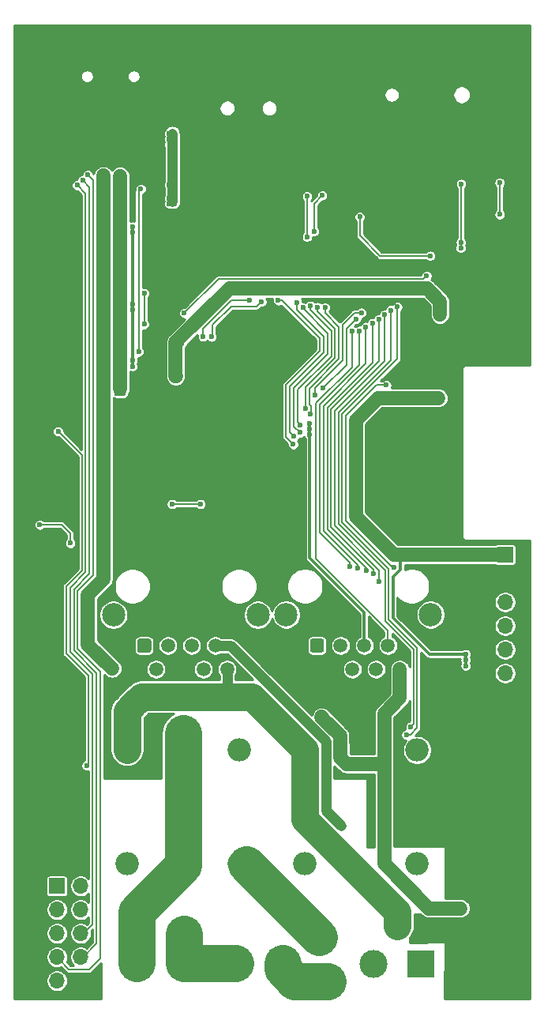
<source format=gbr>
%TF.GenerationSoftware,KiCad,Pcbnew,5.1.6-c6e7f7d~87~ubuntu20.04.1*%
%TF.CreationDate,2020-11-14T10:44:13+07:00*%
%TF.ProjectId,pas-slave-camera-hw,7061732d-736c-4617-9665-2d63616d6572,rev?*%
%TF.SameCoordinates,Original*%
%TF.FileFunction,Copper,L2,Bot*%
%TF.FilePolarity,Positive*%
%FSLAX46Y46*%
G04 Gerber Fmt 4.6, Leading zero omitted, Abs format (unit mm)*
G04 Created by KiCad (PCBNEW 5.1.6-c6e7f7d~87~ubuntu20.04.1) date 2020-11-14 10:44:13*
%MOMM*%
%LPD*%
G01*
G04 APERTURE LIST*
%TA.AperFunction,ComponentPad*%
%ADD10O,1.700000X1.700000*%
%TD*%
%TA.AperFunction,ComponentPad*%
%ADD11R,1.700000X1.700000*%
%TD*%
%TA.AperFunction,ComponentPad*%
%ADD12C,3.000000*%
%TD*%
%TA.AperFunction,ComponentPad*%
%ADD13R,3.000000X3.000000*%
%TD*%
%TA.AperFunction,Conductor*%
%ADD14R,3.500000X2.000000*%
%TD*%
%TA.AperFunction,ViaPad*%
%ADD15C,0.500000*%
%TD*%
%TA.AperFunction,ComponentPad*%
%ADD16C,1.500000*%
%TD*%
%TA.AperFunction,ComponentPad*%
%ADD17C,2.500000*%
%TD*%
%TA.AperFunction,ComponentPad*%
%ADD18C,1.524000*%
%TD*%
%TA.AperFunction,Conductor*%
%ADD19R,2.500000X1.800000*%
%TD*%
%TA.AperFunction,ComponentPad*%
%ADD20O,1.150000X1.800000*%
%TD*%
%TA.AperFunction,ComponentPad*%
%ADD21O,1.450000X2.000000*%
%TD*%
%TA.AperFunction,ComponentPad*%
%ADD22C,1.600000*%
%TD*%
%TA.AperFunction,ComponentPad*%
%ADD23C,0.800000*%
%TD*%
%TA.AperFunction,ComponentPad*%
%ADD24R,2.500000X2.500000*%
%TD*%
%TA.AperFunction,ComponentPad*%
%ADD25O,2.500000X2.500000*%
%TD*%
%TA.AperFunction,ViaPad*%
%ADD26C,0.600000*%
%TD*%
%TA.AperFunction,Conductor*%
%ADD27C,0.200000*%
%TD*%
%TA.AperFunction,Conductor*%
%ADD28C,0.300000*%
%TD*%
%TA.AperFunction,Conductor*%
%ADD29C,1.500000*%
%TD*%
%TA.AperFunction,Conductor*%
%ADD30C,3.000000*%
%TD*%
%TA.AperFunction,Conductor*%
%ADD31C,1.100000*%
%TD*%
%TA.AperFunction,Conductor*%
%ADD32C,4.000000*%
%TD*%
%TA.AperFunction,Conductor*%
%ADD33C,0.400000*%
%TD*%
%TA.AperFunction,Conductor*%
%ADD34C,0.254000*%
%TD*%
G04 APERTURE END LIST*
D10*
%TO.P,J5,10*%
%TO.N,GND*%
X311134760Y-145186400D03*
%TO.P,J5,9*%
%TO.N,LED_PWR_P*%
X308594760Y-145186400D03*
%TO.P,J5,8*%
%TO.N,LED_GREEN*%
X311134760Y-142646400D03*
%TO.P,J5,7*%
%TO.N,LED_BLUE*%
X308594760Y-142646400D03*
%TO.P,J5,6*%
%TO.N,LED_RED*%
X311134760Y-140106400D03*
%TO.P,J5,5*%
%TO.N,Net-(J5-Pad5)*%
X308594760Y-140106400D03*
%TO.P,J5,4*%
%TO.N,LED_RELAY220V_N*%
X311134760Y-137566400D03*
%TO.P,J5,3*%
%TO.N,LED_RELAY220V_P*%
X308594760Y-137566400D03*
%TO.P,J5,2*%
%TO.N,LED_RELAY12V_N*%
X311134760Y-135026400D03*
D11*
%TO.P,J5,1*%
%TO.N,LED_RELAY12V_P*%
X308594760Y-135026400D03*
%TD*%
D12*
%TO.P,J1,2*%
%TO.N,220V_L*%
X317152020Y-143314420D03*
D13*
%TO.P,J1,1*%
%TO.N,220V_N*%
X322232020Y-143314420D03*
%TD*%
D14*
%TO.N,GND*%
%TO.C,U11*%
X355367200Y-119161560D03*
D15*
X353867200Y-119911560D03*
X353867200Y-118411560D03*
X355367200Y-119911560D03*
X355367200Y-118411560D03*
X356867200Y-119911560D03*
X356867200Y-118411560D03*
%TD*%
D16*
%TO.P,J8,6*%
%TO.N,EXT_ANALOG_IN*%
X324289580Y-111813340D03*
D17*
%TO.P,J8,GND*%
%TO.N,N/C*%
X314644580Y-105963340D03*
X330134580Y-105963340D03*
D16*
%TO.P,J8,7*%
%TO.N,RELAY12V_OUT*%
X325569580Y-109273340D03*
%TO.P,J8,8*%
%TO.N,+12V*%
X326829580Y-111813340D03*
%TO.P,J8,4*%
%TO.N,GND*%
X321749580Y-111813340D03*
%TO.P,J8,3*%
%TO.N,RS485_B*%
X320489580Y-109273340D03*
%TO.P,J8,5*%
%TO.N,EXT_DIGITAL_IN*%
X323029580Y-109273340D03*
%TO.P,J8,2*%
%TO.N,RS485_A*%
X319209580Y-111813340D03*
%TO.P,J8,1*%
%TO.N,+12V*%
%TA.AperFunction,ComponentPad*%
G36*
G01*
X317199580Y-109772840D02*
X317199580Y-108773840D01*
G75*
G02*
X317450080Y-108523340I250500J0D01*
G01*
X318449080Y-108523340D01*
G75*
G02*
X318699580Y-108773840I0J-250500D01*
G01*
X318699580Y-109772840D01*
G75*
G02*
X318449080Y-110023340I-250500J0D01*
G01*
X317450080Y-110023340D01*
G75*
G02*
X317199580Y-109772840I0J250500D01*
G01*
G37*
%TD.AperFunction*%
%TD*%
%TO.P,J7,6*%
%TO.N,DRV_OUTA*%
X342816180Y-111800640D03*
D17*
%TO.P,J7,GND*%
%TO.N,N/C*%
X333171180Y-105950640D03*
X348661180Y-105950640D03*
D16*
%TO.P,J7,7*%
%TO.N,LED_OUT*%
X344096180Y-109260640D03*
%TO.P,J7,8*%
%TO.N,+5V*%
X345356180Y-111800640D03*
%TO.P,J7,4*%
%TO.N,DRV_ENCB*%
X340276180Y-111800640D03*
%TO.P,J7,3*%
%TO.N,DRV_ENCA*%
X339016180Y-109260640D03*
%TO.P,J7,5*%
%TO.N,+3V3*%
X341556180Y-109260640D03*
%TO.P,J7,2*%
%TO.N,GND*%
X337736180Y-111800640D03*
%TO.P,J7,1*%
%TO.N,DRV_OUTB*%
%TA.AperFunction,ComponentPad*%
G36*
G01*
X335726180Y-109760140D02*
X335726180Y-108761140D01*
G75*
G02*
X335976680Y-108510640I250500J0D01*
G01*
X336975680Y-108510640D01*
G75*
G02*
X337226180Y-108761140I0J-250500D01*
G01*
X337226180Y-109760140D01*
G75*
G02*
X336975680Y-110010640I-250500J0D01*
G01*
X335976680Y-110010640D01*
G75*
G02*
X335726180Y-109760140I0J250500D01*
G01*
G37*
%TD.AperFunction*%
%TD*%
D18*
%TO.P,PS1,3*%
%TO.N,GND*%
X347646000Y-139300000D03*
%TO.P,PS1,4*%
%TO.N,+12V*%
X345106000Y-139300000D03*
%TO.P,PS1,2*%
%TO.N,220V_N*%
X322754000Y-139300000D03*
%TO.P,PS1,1*%
%TO.N,220V_L*%
X316150000Y-139300000D03*
%TD*%
D12*
%TO.P,J6,2*%
%TO.N,220V_N*%
X327731120Y-143276320D03*
D13*
%TO.P,J6,1*%
%TO.N,RELAY220V_OUTL*%
X332811120Y-143276320D03*
%TD*%
D12*
%TO.P,J9,2*%
%TO.N,RELAY12V_OUT*%
X342493600Y-143357600D03*
D13*
%TO.P,J9,1*%
%TO.N,+12V*%
X347573600Y-143357600D03*
%TD*%
D19*
%TO.N,GND*%
%TO.C,U3*%
X309465000Y-94025000D03*
D15*
X310465000Y-93375000D03*
X310465000Y-94675000D03*
X309465000Y-93375000D03*
X309465000Y-94675000D03*
X308465000Y-93375000D03*
X308465000Y-94675000D03*
%TD*%
D20*
%TO.P,J4,6*%
%TO.N,GND*%
X310435000Y-45530000D03*
X318185000Y-45530000D03*
D21*
X310585000Y-49330000D03*
X318035000Y-49330000D03*
%TD*%
D22*
%TO.P,F2,1*%
%TO.N,Net-(F2-Pad1)*%
X337634580Y-141147800D03*
%TO.P,F2,2*%
%TO.N,RELAY220V_OUTL*%
X337634580Y-146147800D03*
%TD*%
D23*
%TO.P,U4,39*%
%TO.N,GND*%
X345984260Y-86188640D03*
X344984260Y-86188640D03*
X343984260Y-86188640D03*
X342984260Y-86188640D03*
X341984260Y-86188640D03*
X341984260Y-87188640D03*
X342984260Y-87188640D03*
X343984260Y-87188640D03*
X344984260Y-87188640D03*
X345984260Y-87188640D03*
X345984260Y-89188640D03*
X344984260Y-89188640D03*
X343984260Y-89188640D03*
X342984260Y-89188640D03*
X341984260Y-89188640D03*
X341984260Y-88188640D03*
X342984260Y-88188640D03*
X343984260Y-88188640D03*
X344984260Y-88188640D03*
X345984260Y-88188640D03*
X341984260Y-90188640D03*
X342984260Y-90188640D03*
X343984260Y-90188640D03*
X344984260Y-90188640D03*
X345984260Y-90188640D03*
%TD*%
D24*
%TO.P,K2,1*%
%TO.N,220V_L*%
X322117720Y-118397020D03*
D25*
%TO.P,K2,2*%
%TO.N,LED_RELAY220V_N*%
X328117720Y-120397020D03*
%TO.P,K2,3*%
%TO.N,Net-(F2-Pad1)*%
X328117720Y-132597020D03*
%TO.P,K2,4*%
%TO.N,N/C*%
X316117720Y-132597020D03*
%TO.P,K2,5*%
%TO.N,+12V*%
X316117720Y-120397020D03*
%TD*%
D24*
%TO.P,K1,1*%
%TO.N,GND*%
X341208880Y-118462040D03*
D25*
%TO.P,K1,2*%
%TO.N,LED_RELAY12V_N*%
X347208880Y-120462040D03*
%TO.P,K1,3*%
%TO.N,Net-(K1-Pad3)*%
X347208880Y-132662040D03*
%TO.P,K1,4*%
%TO.N,N/C*%
X335208880Y-132662040D03*
%TO.P,K1,5*%
%TO.N,+12V*%
X335208880Y-120462040D03*
%TD*%
D10*
%TO.P,J2,6*%
%TO.N,FLASH_EN*%
X356643940Y-112222280D03*
%TO.P,J2,5*%
%TO.N,ANALOG_IN*%
X356643940Y-109682280D03*
%TO.P,J2,4*%
%TO.N,FLASH_TXD*%
X356643940Y-107142280D03*
%TO.P,J2,3*%
%TO.N,FLASH_RXD*%
X356643940Y-104602280D03*
%TO.P,J2,2*%
%TO.N,GND*%
X356643940Y-102062280D03*
D11*
%TO.P,J2,1*%
%TO.N,+3V3*%
X356643940Y-99522280D03*
%TD*%
D26*
%TO.N,GND*%
X313690000Y-45085000D03*
X314960000Y-45085000D03*
X314960000Y-46355000D03*
X313690000Y-46355000D03*
X312420000Y-45085000D03*
X312420000Y-46355000D03*
X316230000Y-45085000D03*
X316230000Y-46355000D03*
X311785000Y-53975000D03*
X311785000Y-52705000D03*
X306705000Y-51435000D03*
X307975000Y-51435000D03*
X318770000Y-53975000D03*
X318770000Y-52705000D03*
X340360000Y-48260000D03*
X341630000Y-48260000D03*
X307975000Y-60325000D03*
X306705000Y-60325000D03*
X306070000Y-62230000D03*
X306070000Y-60960000D03*
X323215000Y-60325000D03*
X322580000Y-60325000D03*
X327025000Y-59690000D03*
X327025000Y-60960000D03*
X330200000Y-60960000D03*
X331470000Y-60960000D03*
X344170000Y-60960000D03*
X344170000Y-62230000D03*
X345440000Y-62230000D03*
X345440000Y-60960000D03*
X354330000Y-57785000D03*
X355600000Y-57785000D03*
X353060000Y-63500000D03*
X353695000Y-64135000D03*
X356870000Y-64135000D03*
X358140000Y-64135000D03*
X356870000Y-71120000D03*
X358140000Y-71120000D03*
X321945000Y-67310000D03*
X321945000Y-67945000D03*
X318770000Y-67945000D03*
X318770000Y-68580000D03*
X318770000Y-64770000D03*
X318135000Y-64770000D03*
X322580000Y-69850000D03*
X323850000Y-69850000D03*
X323850000Y-71120000D03*
X322580000Y-71120000D03*
X325120000Y-69850000D03*
X307340000Y-71120000D03*
X307340000Y-72390000D03*
X306070000Y-71120000D03*
X306070000Y-72390000D03*
X306705000Y-74930000D03*
X306705000Y-76200000D03*
X310951880Y-76687680D03*
X310515000Y-76200000D03*
X327660000Y-73660000D03*
X327660000Y-74930000D03*
X328930000Y-74930000D03*
X332740000Y-68580000D03*
X334010000Y-68580000D03*
X334010000Y-67310000D03*
X332740000Y-67310000D03*
X347980000Y-73660000D03*
X346710000Y-73660000D03*
X346710000Y-72390000D03*
X354330000Y-77470000D03*
X354330000Y-76200000D03*
X355600000Y-76200000D03*
X355600000Y-77470000D03*
X354330000Y-74930000D03*
X355600000Y-74930000D03*
X351155000Y-81915000D03*
X351155000Y-83185000D03*
X305435000Y-83185000D03*
X306705000Y-83185000D03*
X306705000Y-81915000D03*
X305435000Y-81915000D03*
X310515000Y-80645000D03*
X310515000Y-81915000D03*
X307975000Y-88265000D03*
X306705000Y-88265000D03*
X316865000Y-87630000D03*
X317500000Y-87630000D03*
X318135000Y-87630000D03*
X318135000Y-88265000D03*
X317500000Y-88265000D03*
X316865000Y-88265000D03*
X316865000Y-88900000D03*
X317500000Y-88900000D03*
X318135000Y-88900000D03*
X315595000Y-94615000D03*
X315595000Y-95885000D03*
X315595000Y-97155000D03*
X316865000Y-94615000D03*
X316865000Y-95885000D03*
X316865000Y-97155000D03*
X318135000Y-97155000D03*
X318135000Y-95885000D03*
X318135000Y-94615000D03*
X304800000Y-98425000D03*
X304800000Y-99695000D03*
X304800000Y-100965000D03*
X304800000Y-102235000D03*
X304800000Y-103505000D03*
X304800000Y-104775000D03*
X306705000Y-93345000D03*
X306705000Y-93980000D03*
X320040000Y-97155000D03*
X320040000Y-98425000D03*
X350520000Y-95250000D03*
X351790000Y-95250000D03*
X350520000Y-93980000D03*
X351790000Y-93980000D03*
X354965000Y-100965000D03*
X353695000Y-100965000D03*
X306070000Y-114300000D03*
X307340000Y-114300000D03*
X307340000Y-115570000D03*
X306070000Y-115570000D03*
X321945000Y-108585000D03*
X321945000Y-107315000D03*
X321945000Y-106045000D03*
X321945000Y-104775000D03*
X338455000Y-112395000D03*
X339090000Y-113030000D03*
X339725000Y-113665000D03*
X347980000Y-125730000D03*
X347980000Y-124460000D03*
X347980000Y-123190000D03*
X345440000Y-125730000D03*
X345440000Y-124460000D03*
X342265000Y-125730000D03*
X342265000Y-124460000D03*
X356235000Y-127635000D03*
X356235000Y-128905000D03*
X358775000Y-127635000D03*
X358775000Y-128905000D03*
X358775000Y-122555000D03*
X358775000Y-121285000D03*
X358775000Y-120015000D03*
X358775000Y-118745000D03*
X358775000Y-117475000D03*
X358775000Y-116205000D03*
X348615000Y-111125000D03*
X349250000Y-111125000D03*
X349250000Y-111760000D03*
X348615000Y-111760000D03*
X312420000Y-146050000D03*
X312420000Y-144780000D03*
X331226160Y-81788000D03*
X330149200Y-81762600D03*
X330189840Y-82732880D03*
X331332840Y-82758280D03*
X329178920Y-81803240D03*
X329184000Y-82804000D03*
X328930000Y-88265000D03*
X330200000Y-88265000D03*
X331470000Y-88265000D03*
X331470000Y-89535000D03*
X330200000Y-89535000D03*
X328930000Y-89535000D03*
X354330000Y-100965000D03*
X353695000Y-101600000D03*
X354330000Y-101600000D03*
X354965000Y-101600000D03*
X353695000Y-102235000D03*
X354330000Y-102235000D03*
X354965000Y-102235000D03*
X353060000Y-102235000D03*
X353060000Y-101600000D03*
X353060000Y-100965000D03*
X352425000Y-100965000D03*
X352425000Y-101600000D03*
X352425000Y-102235000D03*
X352425000Y-140970000D03*
X353695000Y-140970000D03*
X354965000Y-140970000D03*
X356235000Y-140970000D03*
X352425000Y-142240000D03*
X353695000Y-142240000D03*
X354965000Y-142240000D03*
X356235000Y-142240000D03*
X352425000Y-143510000D03*
X353695000Y-143510000D03*
X354965000Y-143510000D03*
X356235000Y-143510000D03*
X346075000Y-55245000D03*
X347345000Y-55245000D03*
X348615000Y-55245000D03*
X348615000Y-53975000D03*
X347345000Y-53975000D03*
X346075000Y-53975000D03*
X346075000Y-52705000D03*
X347345000Y-52705000D03*
X348615000Y-52705000D03*
X327660000Y-45085000D03*
X328930000Y-45085000D03*
X330200000Y-45085000D03*
X327660000Y-46355000D03*
X328930000Y-46355000D03*
X330200000Y-46355000D03*
X330200000Y-47625000D03*
X328930000Y-47625000D03*
X327660000Y-47625000D03*
X306705000Y-80645000D03*
X305435000Y-80645000D03*
X320040000Y-81280000D03*
X318770000Y-81280000D03*
X318770000Y-82550000D03*
X320040000Y-82550000D03*
X328930000Y-90805000D03*
X330200000Y-90805000D03*
X331470000Y-90805000D03*
X328930000Y-92075000D03*
X330200000Y-92075000D03*
X331470000Y-92075000D03*
X316738000Y-105410000D03*
X316738000Y-106680000D03*
X317500000Y-106680000D03*
X317500000Y-105410000D03*
X328295000Y-106680000D03*
X328295000Y-105410000D03*
X327025000Y-105410000D03*
X327025000Y-106680000D03*
X335280000Y-105410000D03*
X335280000Y-106680000D03*
X333375000Y-107950000D03*
X334645000Y-107950000D03*
X306070000Y-116840000D03*
X307340000Y-116840000D03*
X307340000Y-118110000D03*
X306070000Y-118110000D03*
X310362600Y-146507200D03*
X311632600Y-146507200D03*
%TO.N,CAM_RST*%
X329224372Y-72270888D03*
X324255666Y-76148466D03*
%TO.N,+3V3*%
X344421460Y-82300330D03*
X343811860Y-82292710D03*
X343194640Y-82280010D03*
X308709060Y-86316820D03*
X349793560Y-83009740D03*
X349161100Y-83002120D03*
X348531180Y-83009740D03*
X348521020Y-82392520D03*
X349130620Y-82392520D03*
X349758000Y-82402680D03*
X349384620Y-73967340D03*
X350001840Y-73969880D03*
X349389700Y-73352660D03*
X350001840Y-73347580D03*
X349389700Y-72740520D03*
X349991680Y-72727820D03*
X321007740Y-79499460D03*
X321632580Y-79509620D03*
X321020440Y-80114140D03*
X321025520Y-80721200D03*
X321650360Y-80721200D03*
X321637660Y-80116680D03*
X316712600Y-78689200D03*
X316699900Y-79349600D03*
X316712600Y-65011300D03*
X316725300Y-64376300D03*
X316712600Y-73266300D03*
X316710060Y-72659240D03*
X351927160Y-59793600D03*
X351901760Y-66050160D03*
X321924680Y-76939710D03*
X311777380Y-122113040D03*
X335661000Y-85435440D03*
X352422660Y-110797140D03*
X352422660Y-111437220D03*
X352422660Y-110182460D03*
X335691480Y-86045040D03*
X335691480Y-86659720D03*
X351896680Y-66654680D03*
%TO.N,FLASH_EN*%
X343731933Y-73791576D03*
X343154570Y-102359460D03*
%TO.N,CAM_3V3*%
X317947600Y-74838000D03*
X317947600Y-71501000D03*
%TO.N,Net-(C14-Pad2)*%
X310022240Y-98285300D03*
X306748180Y-96319340D03*
%TO.N,+5V*%
X350837500Y-137721340D03*
X350883220Y-137058400D03*
X351452180Y-137772140D03*
X351464880Y-137071100D03*
X352069400Y-137721340D03*
X352077020Y-137078720D03*
X314863480Y-111658400D03*
X314441840Y-112095280D03*
X314401200Y-111211360D03*
X313994800Y-111658400D03*
X313552840Y-111241840D03*
X313232800Y-84518500D03*
X313867800Y-84531200D03*
X313232800Y-85128100D03*
X313232800Y-85737700D03*
X313855100Y-85153500D03*
X313855100Y-85763100D03*
X313893200Y-86360000D03*
X313258200Y-86347300D03*
X313212480Y-58775600D03*
X313862720Y-58775600D03*
X313202320Y-59390280D03*
X313837320Y-59390280D03*
X313212480Y-60004960D03*
X313832240Y-60010040D03*
X313984640Y-110744000D03*
X337418680Y-116860320D03*
X336958940Y-117312440D03*
X337855560Y-117317520D03*
X337418680Y-117754400D03*
X338269580Y-117769640D03*
X337832700Y-118196360D03*
X320929000Y-94107000D03*
X323977000Y-94107000D03*
%TO.N,+12V*%
X330606400Y-117078760D03*
X330581000Y-116408200D03*
X331231240Y-117083840D03*
X331216000Y-116428520D03*
X316117720Y-117043720D03*
X315483240Y-117043200D03*
X316732920Y-117063520D03*
X316107560Y-117668560D03*
X315473080Y-117668040D03*
X316722760Y-117688360D03*
X316117720Y-118288320D03*
X315483240Y-118287800D03*
X316732920Y-118308120D03*
%TO.N,5V_USB*%
X315671200Y-81000600D03*
X315658500Y-82245200D03*
X315658500Y-81635600D03*
X315036200Y-81622900D03*
X315048900Y-82232500D03*
X315036200Y-81013300D03*
X315015880Y-59994800D03*
X315638180Y-59994800D03*
X315015880Y-59397900D03*
X315625480Y-59397900D03*
X315003180Y-58788300D03*
X315612780Y-58788300D03*
X315633100Y-80429100D03*
X315010800Y-80441800D03*
%TO.N,Net-(J3-Pad4)*%
X321223640Y-61904880D03*
X320629280Y-61920120D03*
X321213480Y-61315600D03*
X320629280Y-61315600D03*
X321203320Y-55001160D03*
X320614040Y-55006240D03*
X321218560Y-55595520D03*
X320649600Y-55600600D03*
X321183000Y-59923680D03*
X320624200Y-59923680D03*
X320614040Y-54416960D03*
X321208400Y-54416960D03*
%TO.N,RELAY12V_OUT*%
X339133178Y-128506220D03*
X338698839Y-128071881D03*
X338258149Y-127631191D03*
X337827619Y-127200661D03*
%TO.N,EXT_LED*%
X336161920Y-64887410D03*
X337031495Y-61023500D03*
%TO.N,CAM_PWR*%
X322249800Y-73634600D03*
X348234000Y-69646800D03*
%TO.N,ESP32_SCL*%
X356069900Y-63068200D03*
X356069900Y-59664600D03*
X341226283Y-73605261D03*
X336275369Y-82388683D03*
%TO.N,ESP32_SDA*%
X340702161Y-74256999D03*
X337115038Y-81692638D03*
%TO.N,3G_EN*%
X348611112Y-67509312D03*
X341055515Y-63316112D03*
%TO.N,EXT_DIGITAL_IN*%
X317347600Y-77774800D03*
X317598170Y-60326850D03*
%TO.N,Net-(R22-Pad1)*%
X330520040Y-72410320D03*
X325169489Y-76168067D03*
%TO.N,RELAY_12V*%
X345101043Y-72977412D03*
X346059760Y-118831360D03*
%TO.N,RELAY_220V*%
X344377943Y-73319675D03*
X346522040Y-117952520D03*
%TO.N,DRV_FAULT*%
X341031401Y-75537835D03*
X340001860Y-100787200D03*
%TO.N,CAM_D0*%
X334673031Y-86435915D03*
X334965556Y-73035492D03*
%TO.N,CAM_D1*%
X335253998Y-83868948D03*
X336531484Y-72992784D03*
%TO.N,CAM_D2*%
X335784150Y-84468079D03*
X337330348Y-73035623D03*
%TO.N,CAM_D3*%
X334688652Y-85611172D03*
X335744079Y-72851317D03*
%TO.N,CAM_XCLK*%
X332320900Y-72283320D03*
X333934546Y-87707331D03*
%TO.N,CAM_D4*%
X334324820Y-72496483D03*
X333996556Y-86862998D03*
%TO.N,DRV_SLEEP*%
X341716658Y-75124989D03*
X340880700Y-100944680D03*
%TO.N,DRV_PHASE*%
X342426294Y-74708668D03*
X341749380Y-101239318D03*
%TO.N,DRV_EN*%
X343113512Y-74299095D03*
X342554560Y-101536500D03*
%TO.N,LED_BLUE*%
X311894766Y-58821261D03*
%TO.N,LED_GREEN*%
X311354264Y-59411071D03*
%TO.N,LED_RED*%
X310748680Y-59933840D03*
%TO.N,ANALOG_IN*%
X343906832Y-81347409D03*
X344751660Y-100840540D03*
%TO.N,LED_OUT*%
X340233000Y-75588576D03*
X335415640Y-61114411D03*
X335417160Y-65465960D03*
%TD*%
D27*
%TO.N,CAM_RST*%
X329219292Y-72270888D02*
X329224372Y-72270888D01*
X327322632Y-72270888D02*
X329224372Y-72270888D01*
X324255666Y-76148466D02*
X324255666Y-75337854D01*
X324255666Y-75337854D02*
X327322632Y-72270888D01*
D28*
%TO.N,+3V3*%
X316712600Y-78689200D02*
X316712600Y-79336900D01*
X316712600Y-79336900D02*
X316699900Y-79349600D01*
X316697599Y-78674199D02*
X316712600Y-78689200D01*
X316712600Y-77447798D02*
X316697599Y-77462799D01*
X316712600Y-65011300D02*
X316712600Y-72720200D01*
X316697599Y-77462799D02*
X316697599Y-78674199D01*
X316712600Y-64389000D02*
X316725300Y-64376300D01*
X316712600Y-65011300D02*
X316712600Y-64389000D01*
X316712600Y-73266300D02*
X316712600Y-77447798D01*
D27*
X351927160Y-59793600D02*
X351927160Y-66024760D01*
X351927160Y-66024760D02*
X351901760Y-66050160D01*
D28*
X321650360Y-80721200D02*
X321772280Y-80843120D01*
D27*
X311975500Y-121914920D02*
X311777380Y-122113040D01*
X311975500Y-112496600D02*
X311975500Y-121914920D01*
X309605680Y-110126780D02*
X311975500Y-112496600D01*
X309605680Y-102880160D02*
X309605680Y-110126780D01*
X311264300Y-101221540D02*
X309605680Y-102880160D01*
X311264300Y-88872060D02*
X311264300Y-101221540D01*
X308709060Y-86316820D02*
X311264300Y-88872060D01*
D29*
X356643940Y-99522280D02*
X344723720Y-99522280D01*
D28*
X344656179Y-99589821D02*
X344723720Y-99522280D01*
X352422660Y-111437220D02*
X352422660Y-110182460D01*
X352422660Y-110182460D02*
X348510660Y-110182460D01*
X348510660Y-110182460D02*
X344623781Y-106295581D01*
X344623781Y-106295581D02*
X344623781Y-101909880D01*
X345401661Y-100200221D02*
X344723720Y-99522280D01*
X345401661Y-101152541D02*
X345401661Y-100200221D01*
X344644322Y-101909880D02*
X345401661Y-101152541D01*
X344623781Y-101909880D02*
X344644322Y-101909880D01*
X316712600Y-72661780D02*
X316710060Y-72659240D01*
X316712600Y-73266300D02*
X316712600Y-72661780D01*
D29*
X340634259Y-85094179D02*
X343003178Y-82725260D01*
X340634259Y-95432819D02*
X340634259Y-85094179D01*
X344723720Y-99522280D02*
X340634259Y-95432819D01*
X343003178Y-82725260D02*
X349511620Y-82725260D01*
D28*
X335691480Y-85602097D02*
X335575623Y-85486240D01*
X335691480Y-99854888D02*
X335691480Y-86659720D01*
X341556180Y-105719588D02*
X335691480Y-99854888D01*
X341556180Y-109260640D02*
X341556180Y-105719588D01*
X335691480Y-86045040D02*
X335691480Y-85602097D01*
X335691480Y-86659720D02*
X335691480Y-86045040D01*
D27*
X351901760Y-66649600D02*
X351896680Y-66654680D01*
X351901760Y-66050160D02*
X351901760Y-66649600D01*
D29*
X340256831Y-71022492D02*
X340235950Y-71001611D01*
X321322700Y-76785881D02*
X321322700Y-80418940D01*
X349671640Y-72405240D02*
X348288892Y-71022492D01*
X321322700Y-80418940D02*
X321327780Y-80413860D01*
X349671640Y-73784460D02*
X349671640Y-72405240D01*
X327106970Y-71001611D02*
X321322700Y-76785881D01*
X340235950Y-71001611D02*
X327106970Y-71001611D01*
X348288892Y-71022492D02*
X340256831Y-71022492D01*
D27*
%TO.N,FLASH_EN*%
X338384215Y-84100505D02*
X338384215Y-96420451D01*
X343154570Y-101190806D02*
X343154570Y-102359460D01*
X338384215Y-96420451D02*
X343154570Y-101190806D01*
X343731933Y-78752787D02*
X338384215Y-84100505D01*
X343731933Y-73791576D02*
X343731933Y-78752787D01*
%TO.N,CAM_3V3*%
X317947600Y-74838000D02*
X317947600Y-71501000D01*
%TO.N,Net-(C14-Pad2)*%
X309110380Y-96319340D02*
X306748180Y-96319340D01*
X310022240Y-97231200D02*
X309110380Y-96319340D01*
X310022240Y-98285300D02*
X310022240Y-97231200D01*
D29*
%TO.N,+5V*%
X313563000Y-86182200D02*
X313563000Y-86182200D01*
X313563000Y-58917840D02*
X313573160Y-58907680D01*
X311917080Y-103809800D02*
X313563000Y-102163880D01*
X311917080Y-109143800D02*
X311917080Y-103809800D01*
X314477400Y-111704120D02*
X311917080Y-109143800D01*
X313563000Y-102163880D02*
X313563000Y-58917840D01*
X314518040Y-111704120D02*
X314477400Y-111704120D01*
X336993230Y-116932710D02*
X336976720Y-116916200D01*
D27*
X320929000Y-94107000D02*
X323977000Y-94107000D01*
D29*
X345356180Y-114886740D02*
X345356180Y-111800640D01*
X343695020Y-116547900D02*
X345356180Y-114886740D01*
X343695020Y-132638800D02*
X343695020Y-116547900D01*
X348470220Y-137414000D02*
X343695020Y-132638800D01*
X351853500Y-137414000D02*
X348470220Y-137414000D01*
X338958900Y-118908731D02*
X336981800Y-116931631D01*
X336981800Y-116931631D02*
X336981800Y-116916200D01*
X338958900Y-119401300D02*
X338958900Y-118908731D01*
X338988400Y-119430800D02*
X338958900Y-119401300D01*
X338988400Y-121305320D02*
X338988400Y-119430800D01*
X339636100Y-121953020D02*
X338988400Y-121305320D01*
X343344500Y-121953020D02*
X339636100Y-121953020D01*
X343682320Y-121615200D02*
X343344500Y-121953020D01*
D30*
%TO.N,+12V*%
X317632080Y-114752120D02*
X317373000Y-115011200D01*
X316117720Y-116266480D02*
X316117720Y-116921800D01*
X335208880Y-120462040D02*
X329498960Y-114752120D01*
X316117720Y-118288320D02*
X316117720Y-120397020D01*
X316117720Y-117719360D02*
X316117720Y-118288320D01*
X316117720Y-116921800D02*
X316117720Y-117719360D01*
X316306200Y-116078000D02*
X316117720Y-116266480D01*
X316905640Y-115478560D02*
X316306200Y-116078000D01*
X317373000Y-115011200D02*
X316905640Y-115478560D01*
D31*
X326877680Y-111861440D02*
X326829580Y-111813340D01*
D30*
X329498960Y-114752120D02*
X326877680Y-114752120D01*
D31*
X326877680Y-114752120D02*
X326877680Y-111861440D01*
D30*
X326877680Y-114752120D02*
X317632080Y-114752120D01*
X335208880Y-127863600D02*
X335208880Y-120462040D01*
X345106000Y-137760720D02*
X335208880Y-127863600D01*
X345106000Y-139300000D02*
X345106000Y-137760720D01*
D29*
%TO.N,5V_USB*%
X315353700Y-58950860D02*
X315341000Y-58938160D01*
X315353700Y-81775300D02*
X315353700Y-58950860D01*
D31*
%TO.N,Net-(J3-Pad4)*%
X320969640Y-61650880D02*
X320969640Y-61574680D01*
X320964560Y-61645800D02*
X320969640Y-61650880D01*
X320964560Y-54376320D02*
X320964560Y-54376320D01*
X320964560Y-54376320D02*
X320964560Y-55808880D01*
X320964560Y-55808880D02*
X320964560Y-61645800D01*
D32*
%TO.N,RELAY220V_OUTL*%
X332811120Y-143911320D02*
X334099790Y-145199990D01*
X332811120Y-143276320D02*
X332811120Y-143911320D01*
X334099790Y-145199990D02*
X337634580Y-145199990D01*
D33*
%TO.N,RELAY12V_OUT*%
X338698839Y-128071881D02*
X339133178Y-128506220D01*
X338258149Y-127631191D02*
X338698839Y-128071881D01*
X337827619Y-127200661D02*
X338258149Y-127631191D01*
D31*
X325569580Y-109273340D02*
X327202174Y-109273340D01*
X327202174Y-109273340D02*
X337458889Y-119530055D01*
X337458889Y-119530055D02*
X337458889Y-126931615D01*
X337458889Y-126931615D02*
X339096037Y-128568763D01*
D32*
%TO.N,220V_L*%
X317111380Y-143276320D02*
X317111380Y-137777220D01*
X317111380Y-137777220D02*
X322117720Y-132770880D01*
X322117720Y-132770880D02*
X322117720Y-131703022D01*
X322107560Y-131995122D02*
X322107560Y-118689120D01*
%TO.N,220V_N*%
X322191380Y-143276320D02*
X327731120Y-143276320D01*
X322191380Y-143276320D02*
X322191380Y-140190220D01*
D27*
%TO.N,EXT_LED*%
X336161920Y-61893075D02*
X337031495Y-61023500D01*
X336161920Y-64887410D02*
X336161920Y-61893075D01*
%TO.N,CAM_PWR*%
X340691759Y-69972481D02*
X347908319Y-69972481D01*
X322249800Y-73634600D02*
X325932800Y-69951600D01*
X340670878Y-69951600D02*
X340691759Y-69972481D01*
X325932800Y-69951600D02*
X340670878Y-69951600D01*
X347908319Y-69972481D02*
X348234000Y-69646800D01*
%TO.N,ESP32_SCL*%
X356069900Y-63068200D02*
X356069900Y-59664600D01*
X339228235Y-74857805D02*
X339228235Y-78721905D01*
X336275369Y-81674771D02*
X336275369Y-82388683D01*
X341226283Y-73605261D02*
X340480779Y-73605261D01*
X339228235Y-78721905D02*
X336275369Y-81674771D01*
X340480779Y-73605261D02*
X339228235Y-74857805D01*
%TO.N,ESP32_SDA*%
X340702161Y-74256999D02*
X339628246Y-75330914D01*
X339628246Y-75330914D02*
X339628246Y-79179430D01*
X339628246Y-79179430D02*
X337115038Y-81692638D01*
%TO.N,3G_EN*%
X341055515Y-65323275D02*
X341055515Y-63316112D01*
X343241552Y-67509312D02*
X341055515Y-65323275D01*
X348560312Y-67509312D02*
X343241552Y-67509312D01*
X348585712Y-67483912D02*
X348560312Y-67509312D01*
%TO.N,EXT_DIGITAL_IN*%
X317347600Y-60577420D02*
X317598170Y-60326850D01*
X317347600Y-77774800D02*
X317347600Y-60577420D01*
%TO.N,Net-(R22-Pad1)*%
X327263760Y-72895460D02*
X330034900Y-72895460D01*
X325239380Y-74919840D02*
X327263760Y-72895460D01*
X330034900Y-72895460D02*
X330520040Y-72410320D01*
X325239380Y-76098176D02*
X325239380Y-74919840D01*
X325169489Y-76168067D02*
X325239380Y-76098176D01*
%TO.N,RELAY_12V*%
X347223080Y-118102464D02*
X346494184Y-118831360D01*
X344173771Y-101032991D02*
X344173771Y-106481981D01*
X345101043Y-78515077D02*
X339184237Y-84431883D01*
X339184237Y-96043457D02*
X344173771Y-101032991D01*
X339184237Y-84431883D02*
X339184237Y-96043457D01*
X346494184Y-118831360D02*
X346059760Y-118831360D01*
X347223080Y-109531290D02*
X347223080Y-118102464D01*
X344173771Y-106481981D02*
X347223080Y-109531290D01*
X345101043Y-72977412D02*
X345101043Y-78515077D01*
%TO.N,RELAY_220V*%
X343773760Y-106647670D02*
X346822039Y-109695949D01*
X344377943Y-73319675D02*
X344377943Y-78672477D01*
X344377943Y-78672477D02*
X338784226Y-84266194D01*
X338784226Y-84266194D02*
X338784226Y-96209146D01*
X343773760Y-101198680D02*
X343773760Y-106647670D01*
X346822039Y-117652521D02*
X346522040Y-117952520D01*
X338784226Y-96209146D02*
X343773760Y-101198680D01*
X346822039Y-109695949D02*
X346822039Y-117652521D01*
%TO.N,DRV_FAULT*%
X336784171Y-97112311D02*
X340001860Y-100330000D01*
X341031401Y-75537835D02*
X341031401Y-79190519D01*
X341031401Y-79190519D02*
X336784171Y-83437749D01*
X340001860Y-100330000D02*
X340001860Y-100787200D01*
X336784171Y-83437749D02*
X336784171Y-97112311D01*
%TO.N,CAM_D0*%
X334965556Y-73142172D02*
X334965556Y-73035492D01*
X337620571Y-75797187D02*
X334965556Y-73142172D01*
X337620571Y-78013429D02*
X337620571Y-75797187D01*
X333975591Y-85786115D02*
X333975591Y-81658409D01*
X334625391Y-86435915D02*
X333975591Y-85786115D01*
X333975591Y-81658409D02*
X337620571Y-78013429D01*
X334673031Y-86435915D02*
X334625391Y-86435915D01*
%TO.N,CAM_D1*%
X338420593Y-78398147D02*
X338420593Y-75306157D01*
X335253998Y-81564742D02*
X338420593Y-78398147D01*
X336531484Y-73417048D02*
X336531484Y-72992784D01*
X335253998Y-83868948D02*
X335253998Y-81564742D01*
X338420593Y-75306157D02*
X336531484Y-73417048D01*
%TO.N,CAM_D2*%
X338820604Y-75097484D02*
X337330348Y-73607228D01*
X338820604Y-78563836D02*
X338820604Y-75097484D01*
X337330348Y-73607228D02*
X337330348Y-73035623D01*
X335675359Y-81709081D02*
X338820604Y-78563836D01*
X335675359Y-83405083D02*
X335675359Y-81709081D01*
X335875350Y-83605074D02*
X335675359Y-83405083D01*
X335875350Y-84376879D02*
X335875350Y-83605074D01*
X335784150Y-84468079D02*
X335875350Y-84376879D01*
%TO.N,CAM_D3*%
X338020582Y-78232458D02*
X338020582Y-75552084D01*
X334388653Y-85311173D02*
X334388653Y-81864387D01*
X334388653Y-81864387D02*
X338020582Y-78232458D01*
X335744079Y-73275581D02*
X335744079Y-72851317D01*
X338020582Y-75552084D02*
X335744079Y-73275581D01*
X334688652Y-85611172D02*
X334388653Y-85311173D01*
%TO.N,CAM_XCLK*%
X333166720Y-86939505D02*
X333934546Y-87707331D01*
X333166720Y-81335880D02*
X333166720Y-86939505D01*
X336793840Y-76347320D02*
X336793840Y-77708760D01*
X332320900Y-72283320D02*
X332729840Y-72283320D01*
X332729840Y-72283320D02*
X336793840Y-76347320D01*
X336793840Y-77708760D02*
X333166720Y-81335880D01*
%TO.N,CAM_D4*%
X337220560Y-77847740D02*
X333566731Y-81501569D01*
X333566731Y-86433173D02*
X333996556Y-86862998D01*
X337220560Y-76139040D02*
X337220560Y-77847740D01*
X333566731Y-81501569D02*
X333566731Y-86433173D01*
X334324820Y-72496483D02*
X334324820Y-73243300D01*
X334324820Y-73243300D02*
X337220560Y-76139040D01*
%TO.N,DRV_SLEEP*%
X337184182Y-83603438D02*
X337184182Y-96946622D01*
X341716658Y-75124989D02*
X341716658Y-79070962D01*
X341716658Y-79070962D02*
X337184182Y-83603438D01*
X340880700Y-100643140D02*
X340880700Y-100944680D01*
X337184182Y-96946622D02*
X340880700Y-100643140D01*
%TO.N,DRV_PHASE*%
X341749380Y-100946120D02*
X341749380Y-101239318D01*
X337584193Y-96780933D02*
X341749380Y-100946120D01*
X342426294Y-74708668D02*
X342426294Y-78927026D01*
X337584193Y-83769127D02*
X337584193Y-96780933D01*
X342426294Y-78927026D02*
X337584193Y-83769127D01*
%TO.N,DRV_EN*%
X343113512Y-78805508D02*
X337984204Y-83934816D01*
X337984204Y-96586140D02*
X342554560Y-101156496D01*
X342554560Y-101156496D02*
X342554560Y-101536500D01*
X337984204Y-83934816D02*
X337984204Y-96586140D01*
X343113512Y-74299095D02*
X343113512Y-78805508D01*
D32*
%TO.N,Net-(F2-Pad1)*%
X328940606Y-132712906D02*
X336689700Y-140462000D01*
D27*
%TO.N,LED_BLUE*%
X312464333Y-101718607D02*
X312464333Y-59390828D01*
X313254351Y-142745669D02*
X313254351Y-112060571D01*
X308711600Y-142806420D02*
X309861601Y-143956421D01*
X309861601Y-143956421D02*
X312043599Y-143956421D01*
X313254351Y-112060571D02*
X310805713Y-109611933D01*
X310805713Y-109611933D02*
X310805713Y-103377227D01*
X310805713Y-103377227D02*
X312464333Y-101718607D01*
X312043599Y-143956421D02*
X313254351Y-142745669D01*
X312464333Y-59390828D02*
X311894766Y-58821261D01*
%TO.N,LED_GREEN*%
X311251600Y-142806420D02*
X312854340Y-141203680D01*
X312854340Y-141203680D02*
X312854340Y-112226260D01*
X312854340Y-112226260D02*
X310405702Y-109777622D01*
X312064322Y-101552918D02*
X312064322Y-60121129D01*
X312064322Y-60121129D02*
X311354264Y-59411071D01*
X310405702Y-103211538D02*
X312064322Y-101552918D01*
X310405702Y-109777622D02*
X310405702Y-103211538D01*
%TO.N,LED_RED*%
X311664311Y-101387229D02*
X311664311Y-60849471D01*
X311664311Y-60849471D02*
X310748680Y-59933840D01*
X310005691Y-109943311D02*
X310005691Y-103045849D01*
X312403451Y-112341071D02*
X310005691Y-109943311D01*
X310005691Y-103045849D02*
X311664311Y-101387229D01*
X312403451Y-139114569D02*
X312403451Y-112341071D01*
X311251600Y-140266420D02*
X312403451Y-139114569D01*
%TO.N,ANALOG_IN*%
X339584248Y-84659252D02*
X339584248Y-95867747D01*
X343906832Y-81347409D02*
X342896091Y-81347409D01*
X339584248Y-95867747D02*
X344557042Y-100840540D01*
X344557042Y-100840540D02*
X344751660Y-100840540D01*
X342896091Y-81347409D02*
X339584248Y-84659252D01*
%TO.N,LED_OUT*%
X335415640Y-61114411D02*
X335415640Y-65464440D01*
X335415640Y-65464440D02*
X335417160Y-65465960D01*
X340233000Y-79423220D02*
X340233000Y-75588576D01*
X336384160Y-99911158D02*
X336384160Y-83272060D01*
X344096180Y-107623178D02*
X336384160Y-99911158D01*
X336384160Y-83272060D02*
X340233000Y-79423220D01*
X344096180Y-109260640D02*
X344096180Y-107623178D01*
%TD*%
D34*
%TO.N,GND*%
G36*
X359298001Y-79205880D02*
G01*
X352411754Y-79205880D01*
X352394421Y-79204178D01*
X352363068Y-79207275D01*
X352325516Y-79210973D01*
X352325465Y-79210988D01*
X352325419Y-79210993D01*
X352295385Y-79220113D01*
X352259164Y-79231101D01*
X352259115Y-79231127D01*
X352259073Y-79231140D01*
X352232047Y-79245595D01*
X352198013Y-79263787D01*
X352197971Y-79263822D01*
X352197931Y-79263843D01*
X352173650Y-79283781D01*
X352144414Y-79307774D01*
X352144380Y-79307815D01*
X352144344Y-79307845D01*
X352123582Y-79333159D01*
X352100427Y-79361373D01*
X352100403Y-79361419D01*
X352100372Y-79361456D01*
X352084442Y-79391279D01*
X352067741Y-79422524D01*
X352067726Y-79422572D01*
X352067703Y-79422616D01*
X352057956Y-79454780D01*
X352047613Y-79488876D01*
X352047608Y-79488928D01*
X352047594Y-79488974D01*
X352044516Y-79520322D01*
X352040817Y-79557880D01*
X352042526Y-79575230D01*
X352047595Y-97615276D01*
X352045897Y-97632520D01*
X352047605Y-97649862D01*
X352047605Y-97649911D01*
X352049210Y-97666163D01*
X352052693Y-97701524D01*
X352052708Y-97701575D01*
X352052713Y-97701621D01*
X352061968Y-97732100D01*
X352072821Y-97767876D01*
X352072847Y-97767924D01*
X352072860Y-97767968D01*
X352087752Y-97795809D01*
X352105507Y-97829027D01*
X352105542Y-97829069D01*
X352105563Y-97829109D01*
X352125564Y-97853467D01*
X352149494Y-97882626D01*
X352149535Y-97882660D01*
X352149565Y-97882696D01*
X352174879Y-97903458D01*
X352203093Y-97926613D01*
X352203139Y-97926637D01*
X352203176Y-97926668D01*
X352232999Y-97942598D01*
X352264244Y-97959299D01*
X352264292Y-97959314D01*
X352264336Y-97959337D01*
X352296500Y-97969084D01*
X352330596Y-97979427D01*
X352330648Y-97979432D01*
X352330694Y-97979446D01*
X352364381Y-97982754D01*
X352382308Y-97984520D01*
X352382359Y-97984520D01*
X352399699Y-97986223D01*
X352416939Y-97984520D01*
X359298000Y-97984520D01*
X359298001Y-147073000D01*
X350191131Y-147073000D01*
X350240596Y-141174265D01*
X350237817Y-141146760D01*
X350230272Y-141123034D01*
X350218243Y-141101236D01*
X350202193Y-141082204D01*
X350182739Y-141066669D01*
X350160627Y-141055228D01*
X350136708Y-141048320D01*
X350111901Y-141046211D01*
X346443796Y-141095283D01*
X346445904Y-140547239D01*
X346632445Y-140319938D01*
X346802095Y-140002546D01*
X346906565Y-139658155D01*
X346933000Y-139389755D01*
X346933000Y-138038890D01*
X347561464Y-138028352D01*
X347671252Y-138138140D01*
X347704981Y-138179239D01*
X347746078Y-138212966D01*
X347868975Y-138313826D01*
X348056075Y-138413833D01*
X348259090Y-138475417D01*
X348470220Y-138496211D01*
X348523129Y-138491000D01*
X351906409Y-138491000D01*
X352064629Y-138475417D01*
X352267644Y-138413833D01*
X352454744Y-138313826D01*
X352618739Y-138179239D01*
X352753326Y-138015244D01*
X352853333Y-137828144D01*
X352914917Y-137625129D01*
X352935711Y-137414000D01*
X352914917Y-137202871D01*
X352853333Y-136999856D01*
X352753326Y-136812756D01*
X352618739Y-136648761D01*
X352454744Y-136514174D01*
X352267644Y-136414167D01*
X352064629Y-136352583D01*
X351906409Y-136337000D01*
X350243140Y-136337000D01*
X350243140Y-130860800D01*
X350240375Y-130834446D01*
X350232847Y-130810715D01*
X350220833Y-130788909D01*
X350204796Y-130769866D01*
X350185352Y-130754317D01*
X350163249Y-130742860D01*
X350139335Y-130735936D01*
X350114529Y-130733810D01*
X344772020Y-130801580D01*
X344772020Y-116994007D01*
X346080320Y-115685708D01*
X346121419Y-115651979D01*
X346256006Y-115487984D01*
X346356013Y-115300884D01*
X346395040Y-115172230D01*
X346395040Y-117338498D01*
X346339151Y-117349615D01*
X346225044Y-117396880D01*
X346122351Y-117465497D01*
X346035017Y-117552831D01*
X345966400Y-117655524D01*
X345919135Y-117769631D01*
X345895040Y-117890766D01*
X345895040Y-118014274D01*
X345919135Y-118135409D01*
X345951525Y-118213605D01*
X345876871Y-118228455D01*
X345762764Y-118275720D01*
X345660071Y-118344337D01*
X345572737Y-118431671D01*
X345504120Y-118534364D01*
X345456855Y-118648471D01*
X345432760Y-118769606D01*
X345432760Y-118893114D01*
X345456855Y-119014249D01*
X345504120Y-119128356D01*
X345572737Y-119231049D01*
X345660071Y-119318383D01*
X345762764Y-119387000D01*
X345876871Y-119434265D01*
X345984943Y-119455762D01*
X345983944Y-119456761D01*
X345811361Y-119715051D01*
X345692484Y-120002046D01*
X345631880Y-120306719D01*
X345631880Y-120617361D01*
X345692484Y-120922034D01*
X345811361Y-121209029D01*
X345983944Y-121467319D01*
X346203601Y-121686976D01*
X346461891Y-121859559D01*
X346748886Y-121978436D01*
X347053559Y-122039040D01*
X347364201Y-122039040D01*
X347668874Y-121978436D01*
X347955869Y-121859559D01*
X348214159Y-121686976D01*
X348433816Y-121467319D01*
X348606399Y-121209029D01*
X348725276Y-120922034D01*
X348785880Y-120617361D01*
X348785880Y-120306719D01*
X348725276Y-120002046D01*
X348606399Y-119715051D01*
X348433816Y-119456761D01*
X348214159Y-119237104D01*
X347955869Y-119064521D01*
X347668874Y-118945644D01*
X347364201Y-118885040D01*
X347053559Y-118885040D01*
X347042091Y-118887321D01*
X347510185Y-118419228D01*
X347526475Y-118405859D01*
X347539844Y-118389569D01*
X347539848Y-118389565D01*
X347579836Y-118340841D01*
X347619485Y-118266661D01*
X347629712Y-118232948D01*
X347643902Y-118186171D01*
X347650080Y-118123442D01*
X347650080Y-118123431D01*
X347652145Y-118102464D01*
X347650080Y-118081497D01*
X347650080Y-112106356D01*
X355466940Y-112106356D01*
X355466940Y-112338204D01*
X355512171Y-112565598D01*
X355600896Y-112779799D01*
X355729704Y-112972574D01*
X355893646Y-113136516D01*
X356086421Y-113265324D01*
X356300622Y-113354049D01*
X356528016Y-113399280D01*
X356759864Y-113399280D01*
X356987258Y-113354049D01*
X357201459Y-113265324D01*
X357394234Y-113136516D01*
X357558176Y-112972574D01*
X357686984Y-112779799D01*
X357775709Y-112565598D01*
X357820940Y-112338204D01*
X357820940Y-112106356D01*
X357775709Y-111878962D01*
X357686984Y-111664761D01*
X357558176Y-111471986D01*
X357394234Y-111308044D01*
X357201459Y-111179236D01*
X356987258Y-111090511D01*
X356759864Y-111045280D01*
X356528016Y-111045280D01*
X356300622Y-111090511D01*
X356086421Y-111179236D01*
X355893646Y-111308044D01*
X355729704Y-111471986D01*
X355600896Y-111664761D01*
X355512171Y-111878962D01*
X355466940Y-112106356D01*
X347650080Y-112106356D01*
X347650080Y-109996460D01*
X348156810Y-110503189D01*
X348171739Y-110521381D01*
X348244371Y-110580989D01*
X348327237Y-110625282D01*
X348417152Y-110652557D01*
X348487237Y-110659460D01*
X348487245Y-110659460D01*
X348510660Y-110661766D01*
X348534075Y-110659460D01*
X351810762Y-110659460D01*
X351795660Y-110735386D01*
X351795660Y-110858894D01*
X351819755Y-110980029D01*
X351867020Y-111094136D01*
X351882417Y-111117180D01*
X351867020Y-111140224D01*
X351819755Y-111254331D01*
X351795660Y-111375466D01*
X351795660Y-111498974D01*
X351819755Y-111620109D01*
X351867020Y-111734216D01*
X351935637Y-111836909D01*
X352022971Y-111924243D01*
X352125664Y-111992860D01*
X352239771Y-112040125D01*
X352360906Y-112064220D01*
X352484414Y-112064220D01*
X352605549Y-112040125D01*
X352719656Y-111992860D01*
X352822349Y-111924243D01*
X352909683Y-111836909D01*
X352978300Y-111734216D01*
X353025565Y-111620109D01*
X353049660Y-111498974D01*
X353049660Y-111375466D01*
X353025565Y-111254331D01*
X352978300Y-111140224D01*
X352962903Y-111117180D01*
X352978300Y-111094136D01*
X353025565Y-110980029D01*
X353049660Y-110858894D01*
X353049660Y-110735386D01*
X353025565Y-110614251D01*
X352978300Y-110500144D01*
X352971388Y-110489800D01*
X352978300Y-110479456D01*
X353025565Y-110365349D01*
X353049660Y-110244214D01*
X353049660Y-110120706D01*
X353025565Y-109999571D01*
X352978300Y-109885464D01*
X352909683Y-109782771D01*
X352822349Y-109695437D01*
X352719656Y-109626820D01*
X352605549Y-109579555D01*
X352539193Y-109566356D01*
X355466940Y-109566356D01*
X355466940Y-109798204D01*
X355512171Y-110025598D01*
X355600896Y-110239799D01*
X355729704Y-110432574D01*
X355893646Y-110596516D01*
X356086421Y-110725324D01*
X356300622Y-110814049D01*
X356528016Y-110859280D01*
X356759864Y-110859280D01*
X356987258Y-110814049D01*
X357201459Y-110725324D01*
X357394234Y-110596516D01*
X357558176Y-110432574D01*
X357686984Y-110239799D01*
X357775709Y-110025598D01*
X357820940Y-109798204D01*
X357820940Y-109566356D01*
X357775709Y-109338962D01*
X357686984Y-109124761D01*
X357558176Y-108931986D01*
X357394234Y-108768044D01*
X357201459Y-108639236D01*
X356987258Y-108550511D01*
X356759864Y-108505280D01*
X356528016Y-108505280D01*
X356300622Y-108550511D01*
X356086421Y-108639236D01*
X355893646Y-108768044D01*
X355729704Y-108931986D01*
X355600896Y-109124761D01*
X355512171Y-109338962D01*
X355466940Y-109566356D01*
X352539193Y-109566356D01*
X352484414Y-109555460D01*
X352360906Y-109555460D01*
X352239771Y-109579555D01*
X352125664Y-109626820D01*
X352022971Y-109695437D01*
X352012948Y-109705460D01*
X348708240Y-109705460D01*
X345100781Y-106098002D01*
X345100781Y-105795319D01*
X347084180Y-105795319D01*
X347084180Y-106105961D01*
X347144784Y-106410634D01*
X347263661Y-106697629D01*
X347436244Y-106955919D01*
X347655901Y-107175576D01*
X347914191Y-107348159D01*
X348201186Y-107467036D01*
X348505859Y-107527640D01*
X348816501Y-107527640D01*
X349121174Y-107467036D01*
X349408169Y-107348159D01*
X349666459Y-107175576D01*
X349815679Y-107026356D01*
X355466940Y-107026356D01*
X355466940Y-107258204D01*
X355512171Y-107485598D01*
X355600896Y-107699799D01*
X355729704Y-107892574D01*
X355893646Y-108056516D01*
X356086421Y-108185324D01*
X356300622Y-108274049D01*
X356528016Y-108319280D01*
X356759864Y-108319280D01*
X356987258Y-108274049D01*
X357201459Y-108185324D01*
X357394234Y-108056516D01*
X357558176Y-107892574D01*
X357686984Y-107699799D01*
X357775709Y-107485598D01*
X357820940Y-107258204D01*
X357820940Y-107026356D01*
X357775709Y-106798962D01*
X357686984Y-106584761D01*
X357558176Y-106391986D01*
X357394234Y-106228044D01*
X357201459Y-106099236D01*
X356987258Y-106010511D01*
X356759864Y-105965280D01*
X356528016Y-105965280D01*
X356300622Y-106010511D01*
X356086421Y-106099236D01*
X355893646Y-106228044D01*
X355729704Y-106391986D01*
X355600896Y-106584761D01*
X355512171Y-106798962D01*
X355466940Y-107026356D01*
X349815679Y-107026356D01*
X349886116Y-106955919D01*
X350058699Y-106697629D01*
X350177576Y-106410634D01*
X350238180Y-106105961D01*
X350238180Y-105795319D01*
X350177576Y-105490646D01*
X350058699Y-105203651D01*
X349886116Y-104945361D01*
X349666459Y-104725704D01*
X349408169Y-104553121D01*
X349246984Y-104486356D01*
X355466940Y-104486356D01*
X355466940Y-104718204D01*
X355512171Y-104945598D01*
X355600896Y-105159799D01*
X355729704Y-105352574D01*
X355893646Y-105516516D01*
X356086421Y-105645324D01*
X356300622Y-105734049D01*
X356528016Y-105779280D01*
X356759864Y-105779280D01*
X356987258Y-105734049D01*
X357201459Y-105645324D01*
X357394234Y-105516516D01*
X357558176Y-105352574D01*
X357686984Y-105159799D01*
X357775709Y-104945598D01*
X357820940Y-104718204D01*
X357820940Y-104486356D01*
X357775709Y-104258962D01*
X357686984Y-104044761D01*
X357558176Y-103851986D01*
X357394234Y-103688044D01*
X357201459Y-103559236D01*
X356987258Y-103470511D01*
X356759864Y-103425280D01*
X356528016Y-103425280D01*
X356300622Y-103470511D01*
X356086421Y-103559236D01*
X355893646Y-103688044D01*
X355729704Y-103851986D01*
X355600896Y-104044761D01*
X355512171Y-104258962D01*
X355466940Y-104486356D01*
X349246984Y-104486356D01*
X349121174Y-104434244D01*
X348816501Y-104373640D01*
X348505859Y-104373640D01*
X348201186Y-104434244D01*
X347914191Y-104553121D01*
X347655901Y-104725704D01*
X347436244Y-104945361D01*
X347263661Y-105203651D01*
X347144784Y-105490646D01*
X347084180Y-105795319D01*
X345100781Y-105795319D01*
X345100781Y-104123743D01*
X345114963Y-104144968D01*
X345386852Y-104416857D01*
X345706561Y-104630480D01*
X346061803Y-104777626D01*
X346438925Y-104852640D01*
X346823435Y-104852640D01*
X347200557Y-104777626D01*
X347555799Y-104630480D01*
X347875508Y-104416857D01*
X348147397Y-104144968D01*
X348361020Y-103825259D01*
X348508166Y-103470017D01*
X348583180Y-103092895D01*
X348583180Y-102708385D01*
X348508166Y-102331263D01*
X348361020Y-101976021D01*
X348147397Y-101656312D01*
X347875508Y-101384423D01*
X347555799Y-101170800D01*
X347200557Y-101023654D01*
X346823435Y-100948640D01*
X346438925Y-100948640D01*
X346061803Y-101023654D01*
X345878661Y-101099514D01*
X345878661Y-100599280D01*
X355557212Y-100599280D01*
X355561597Y-100604623D01*
X355611390Y-100645486D01*
X355668197Y-100675850D01*
X355729837Y-100694548D01*
X355793940Y-100700862D01*
X357493940Y-100700862D01*
X357558043Y-100694548D01*
X357619683Y-100675850D01*
X357676490Y-100645486D01*
X357726283Y-100604623D01*
X357767146Y-100554830D01*
X357797510Y-100498023D01*
X357816208Y-100436383D01*
X357822522Y-100372280D01*
X357822522Y-98672280D01*
X357816208Y-98608177D01*
X357797510Y-98546537D01*
X357767146Y-98489730D01*
X357726283Y-98439937D01*
X357676490Y-98399074D01*
X357619683Y-98368710D01*
X357558043Y-98350012D01*
X357493940Y-98343698D01*
X355793940Y-98343698D01*
X355729837Y-98350012D01*
X355668197Y-98368710D01*
X355611390Y-98399074D01*
X355561597Y-98439937D01*
X355557212Y-98445280D01*
X345169828Y-98445280D01*
X341711259Y-94986712D01*
X341711259Y-85540286D01*
X343449286Y-83802260D01*
X349564529Y-83802260D01*
X349722749Y-83786677D01*
X349925764Y-83725093D01*
X350112864Y-83625086D01*
X350276859Y-83490499D01*
X350411446Y-83326504D01*
X350511453Y-83139404D01*
X350573037Y-82936389D01*
X350593831Y-82725260D01*
X350573037Y-82514131D01*
X350511453Y-82311116D01*
X350411446Y-82124016D01*
X350276859Y-81960021D01*
X350112864Y-81825434D01*
X349925764Y-81725427D01*
X349722749Y-81663843D01*
X349564529Y-81648260D01*
X344459896Y-81648260D01*
X344462472Y-81644405D01*
X344509737Y-81530298D01*
X344533832Y-81409163D01*
X344533832Y-81285655D01*
X344509737Y-81164520D01*
X344462472Y-81050413D01*
X344393855Y-80947720D01*
X344306521Y-80860386D01*
X344203828Y-80791769D01*
X344089721Y-80744504D01*
X343968586Y-80720409D01*
X343845078Y-80720409D01*
X343723943Y-80744504D01*
X343609836Y-80791769D01*
X343507143Y-80860386D01*
X343447120Y-80920409D01*
X343299580Y-80920409D01*
X345388154Y-78831836D01*
X345404438Y-78818472D01*
X345417802Y-78802188D01*
X345417811Y-78802179D01*
X345457798Y-78753454D01*
X345487640Y-78697622D01*
X345497448Y-78679273D01*
X345521865Y-78598784D01*
X345528043Y-78536055D01*
X345528043Y-78536043D01*
X345530108Y-78515078D01*
X345528043Y-78494113D01*
X345528043Y-73437124D01*
X345588066Y-73377101D01*
X345656683Y-73274408D01*
X345703948Y-73160301D01*
X345728043Y-73039166D01*
X345728043Y-72915658D01*
X345703948Y-72794523D01*
X345656683Y-72680416D01*
X345588066Y-72577723D01*
X345500732Y-72490389D01*
X345398039Y-72421772D01*
X345283932Y-72374507D01*
X345162797Y-72350412D01*
X345039289Y-72350412D01*
X344918154Y-72374507D01*
X344804047Y-72421772D01*
X344701354Y-72490389D01*
X344614020Y-72577723D01*
X344545403Y-72680416D01*
X344532665Y-72711167D01*
X344439697Y-72692675D01*
X344316189Y-72692675D01*
X344195054Y-72716770D01*
X344080947Y-72764035D01*
X343978254Y-72832652D01*
X343890920Y-72919986D01*
X343822303Y-73022679D01*
X343775038Y-73136786D01*
X343769510Y-73164576D01*
X343670179Y-73164576D01*
X343549044Y-73188671D01*
X343434937Y-73235936D01*
X343332244Y-73304553D01*
X343244910Y-73391887D01*
X343176293Y-73494580D01*
X343129028Y-73608687D01*
X343116415Y-73672095D01*
X343051758Y-73672095D01*
X342930623Y-73696190D01*
X342816516Y-73743455D01*
X342713823Y-73812072D01*
X342626489Y-73899406D01*
X342557872Y-74002099D01*
X342522107Y-74088443D01*
X342488048Y-74081668D01*
X342364540Y-74081668D01*
X342243405Y-74105763D01*
X342129298Y-74153028D01*
X342026605Y-74221645D01*
X341939271Y-74308979D01*
X341870654Y-74411672D01*
X341830600Y-74508370D01*
X341778412Y-74497989D01*
X341654904Y-74497989D01*
X341533769Y-74522084D01*
X341419662Y-74569349D01*
X341316969Y-74637966D01*
X341229635Y-74725300D01*
X341161018Y-74827993D01*
X341124150Y-74917000D01*
X341093155Y-74910835D01*
X340969647Y-74910835D01*
X340848512Y-74934930D01*
X340734405Y-74982195D01*
X340631712Y-75050812D01*
X340601686Y-75080838D01*
X340530054Y-75032975D01*
X340679030Y-74883999D01*
X340763915Y-74883999D01*
X340885050Y-74859904D01*
X340999157Y-74812639D01*
X341101850Y-74744022D01*
X341189184Y-74656688D01*
X341257801Y-74553995D01*
X341305066Y-74439888D01*
X341329161Y-74318753D01*
X341329161Y-74224081D01*
X341409172Y-74208166D01*
X341523279Y-74160901D01*
X341625972Y-74092284D01*
X341713306Y-74004950D01*
X341781923Y-73902257D01*
X341829188Y-73788150D01*
X341853283Y-73667015D01*
X341853283Y-73543507D01*
X341829188Y-73422372D01*
X341781923Y-73308265D01*
X341713306Y-73205572D01*
X341625972Y-73118238D01*
X341523279Y-73049621D01*
X341409172Y-73002356D01*
X341288037Y-72978261D01*
X341164529Y-72978261D01*
X341043394Y-73002356D01*
X340929287Y-73049621D01*
X340826594Y-73118238D01*
X340766571Y-73178261D01*
X340501746Y-73178261D01*
X340480779Y-73176196D01*
X340459812Y-73178261D01*
X340459801Y-73178261D01*
X340397072Y-73184439D01*
X340316583Y-73208856D01*
X340305382Y-73214843D01*
X340242402Y-73248505D01*
X340193678Y-73288493D01*
X340193674Y-73288497D01*
X340177384Y-73301866D01*
X340164015Y-73318156D01*
X338941135Y-74541037D01*
X338924840Y-74554410D01*
X338911468Y-74570704D01*
X338911467Y-74570705D01*
X338905259Y-74578269D01*
X337789836Y-73462847D01*
X337817371Y-73435312D01*
X337885988Y-73332619D01*
X337933253Y-73218512D01*
X337957348Y-73097377D01*
X337957348Y-72973869D01*
X337933253Y-72852734D01*
X337885988Y-72738627D01*
X337817371Y-72635934D01*
X337730037Y-72548600D01*
X337627344Y-72479983D01*
X337513237Y-72432718D01*
X337392102Y-72408623D01*
X337268594Y-72408623D01*
X337147459Y-72432718D01*
X337033352Y-72479983D01*
X336956647Y-72531235D01*
X336931173Y-72505761D01*
X336828480Y-72437144D01*
X336714373Y-72389879D01*
X336593238Y-72365784D01*
X336469730Y-72365784D01*
X336348595Y-72389879D01*
X336234488Y-72437144D01*
X336223776Y-72444302D01*
X336143768Y-72364294D01*
X336041075Y-72295677D01*
X335926968Y-72248412D01*
X335805833Y-72224317D01*
X335682325Y-72224317D01*
X335561190Y-72248412D01*
X335447083Y-72295677D01*
X335344390Y-72364294D01*
X335257056Y-72451628D01*
X335243477Y-72471951D01*
X335148445Y-72432587D01*
X335027310Y-72408492D01*
X334946601Y-72408492D01*
X334927725Y-72313594D01*
X334880460Y-72199487D01*
X334811843Y-72096794D01*
X334793660Y-72078611D01*
X340028237Y-72078611D01*
X340045702Y-72083909D01*
X340203922Y-72099492D01*
X340203924Y-72099492D01*
X340256830Y-72104703D01*
X340309737Y-72099492D01*
X347842785Y-72099492D01*
X348594640Y-72851348D01*
X348594640Y-73837368D01*
X348610223Y-73995588D01*
X348671807Y-74198603D01*
X348771814Y-74385704D01*
X348906401Y-74549699D01*
X349070396Y-74684286D01*
X349257496Y-74784293D01*
X349460511Y-74845877D01*
X349671640Y-74866671D01*
X349882768Y-74845877D01*
X350085783Y-74784293D01*
X350272884Y-74684286D01*
X350436879Y-74549699D01*
X350571466Y-74385704D01*
X350671473Y-74198604D01*
X350733057Y-73995589D01*
X350748640Y-73837369D01*
X350748640Y-72458147D01*
X350753851Y-72405240D01*
X350746666Y-72332287D01*
X350733057Y-72194111D01*
X350671473Y-71991096D01*
X350571466Y-71803996D01*
X350436879Y-71640001D01*
X350395780Y-71606272D01*
X349087864Y-70298357D01*
X349054131Y-70257253D01*
X348890136Y-70122666D01*
X348728022Y-70036014D01*
X348789640Y-69943796D01*
X348836905Y-69829689D01*
X348861000Y-69708554D01*
X348861000Y-69585046D01*
X348836905Y-69463911D01*
X348789640Y-69349804D01*
X348721023Y-69247111D01*
X348633689Y-69159777D01*
X348530996Y-69091160D01*
X348416889Y-69043895D01*
X348295754Y-69019800D01*
X348172246Y-69019800D01*
X348051111Y-69043895D01*
X347937004Y-69091160D01*
X347834311Y-69159777D01*
X347746977Y-69247111D01*
X347678360Y-69349804D01*
X347631095Y-69463911D01*
X347614870Y-69545481D01*
X340803052Y-69545481D01*
X340754585Y-69530778D01*
X340691856Y-69524600D01*
X340691845Y-69524600D01*
X340670878Y-69522535D01*
X340649911Y-69524600D01*
X325953767Y-69524600D01*
X325932800Y-69522535D01*
X325911833Y-69524600D01*
X325911822Y-69524600D01*
X325849093Y-69530778D01*
X325800626Y-69545481D01*
X325768603Y-69555195D01*
X325694424Y-69594844D01*
X325645699Y-69634832D01*
X325645695Y-69634836D01*
X325629405Y-69648205D01*
X325616036Y-69664495D01*
X322272932Y-73007600D01*
X322188046Y-73007600D01*
X322066911Y-73031695D01*
X321952804Y-73078960D01*
X321850111Y-73147577D01*
X321762777Y-73234911D01*
X321694160Y-73337604D01*
X321646895Y-73451711D01*
X321622800Y-73572846D01*
X321622800Y-73696354D01*
X321646895Y-73817489D01*
X321694160Y-73931596D01*
X321762777Y-74034289D01*
X321850111Y-74121623D01*
X321952804Y-74190240D01*
X322066911Y-74237505D01*
X322188046Y-74261600D01*
X322311554Y-74261600D01*
X322326933Y-74258541D01*
X320598566Y-75986908D01*
X320557461Y-76020642D01*
X320422874Y-76184637D01*
X320322867Y-76371738D01*
X320261283Y-76574753D01*
X320248546Y-76704075D01*
X320240489Y-76785881D01*
X320245700Y-76838788D01*
X320245701Y-80366024D01*
X320240489Y-80418940D01*
X320258412Y-80600911D01*
X320261284Y-80630069D01*
X320322868Y-80833084D01*
X320422875Y-81020184D01*
X320557462Y-81184179D01*
X320721457Y-81318766D01*
X320908557Y-81418773D01*
X321111572Y-81480357D01*
X321322700Y-81501151D01*
X321533829Y-81480357D01*
X321736844Y-81418773D01*
X321923944Y-81318766D01*
X321979329Y-81273313D01*
X322038568Y-81241648D01*
X322111201Y-81182041D01*
X322170808Y-81109408D01*
X322209281Y-81037432D01*
X322227605Y-81015104D01*
X322327612Y-80828004D01*
X322389196Y-80624989D01*
X322409991Y-80413861D01*
X322399700Y-80309377D01*
X322399700Y-77351402D01*
X322411703Y-77339399D01*
X322480320Y-77236706D01*
X322527585Y-77122599D01*
X322532178Y-77099511D01*
X323649446Y-75982242D01*
X323628666Y-76086712D01*
X323628666Y-76210220D01*
X323652761Y-76331355D01*
X323700026Y-76445462D01*
X323768643Y-76548155D01*
X323855977Y-76635489D01*
X323958670Y-76704106D01*
X324072777Y-76751371D01*
X324193912Y-76775466D01*
X324317420Y-76775466D01*
X324438555Y-76751371D01*
X324552662Y-76704106D01*
X324655355Y-76635489D01*
X324702777Y-76588067D01*
X324769800Y-76655090D01*
X324872493Y-76723707D01*
X324986600Y-76770972D01*
X325107735Y-76795067D01*
X325231243Y-76795067D01*
X325352378Y-76770972D01*
X325466485Y-76723707D01*
X325569178Y-76655090D01*
X325656512Y-76567756D01*
X325725129Y-76465063D01*
X325772394Y-76350956D01*
X325796489Y-76229821D01*
X325796489Y-76106313D01*
X325772394Y-75985178D01*
X325725129Y-75871071D01*
X325666380Y-75783147D01*
X325666380Y-75096708D01*
X327440629Y-73322460D01*
X330013933Y-73322460D01*
X330034900Y-73324525D01*
X330055867Y-73322460D01*
X330055878Y-73322460D01*
X330118607Y-73316282D01*
X330199096Y-73291865D01*
X330273276Y-73252215D01*
X330338295Y-73198855D01*
X330351668Y-73182560D01*
X330496908Y-73037320D01*
X330581794Y-73037320D01*
X330702929Y-73013225D01*
X330817036Y-72965960D01*
X330919729Y-72897343D01*
X331007063Y-72810009D01*
X331075680Y-72707316D01*
X331122945Y-72593209D01*
X331147040Y-72472074D01*
X331147040Y-72348566D01*
X331122945Y-72227431D01*
X331075680Y-72113324D01*
X331052486Y-72078611D01*
X331727033Y-72078611D01*
X331717995Y-72100431D01*
X331693900Y-72221566D01*
X331693900Y-72345074D01*
X331717995Y-72466209D01*
X331765260Y-72580316D01*
X331833877Y-72683009D01*
X331921211Y-72770343D01*
X332023904Y-72838960D01*
X332138011Y-72886225D01*
X332259146Y-72910320D01*
X332382654Y-72910320D01*
X332503789Y-72886225D01*
X332617896Y-72838960D01*
X332656091Y-72813439D01*
X336366840Y-76524189D01*
X336366841Y-77531889D01*
X332879620Y-81019112D01*
X332863325Y-81032485D01*
X332849953Y-81048779D01*
X332849952Y-81048780D01*
X332809965Y-81097504D01*
X332797466Y-81120889D01*
X332770315Y-81171685D01*
X332745898Y-81252174D01*
X332739720Y-81314903D01*
X332739720Y-81314913D01*
X332737655Y-81335880D01*
X332739720Y-81356847D01*
X332739721Y-86918528D01*
X332737655Y-86939505D01*
X332745899Y-87023211D01*
X332770316Y-87103701D01*
X332809965Y-87177881D01*
X332849952Y-87226605D01*
X332849957Y-87226610D01*
X332863326Y-87242900D01*
X332879615Y-87256268D01*
X333307546Y-87684200D01*
X333307546Y-87769085D01*
X333331641Y-87890220D01*
X333378906Y-88004327D01*
X333447523Y-88107020D01*
X333534857Y-88194354D01*
X333637550Y-88262971D01*
X333751657Y-88310236D01*
X333872792Y-88334331D01*
X333996300Y-88334331D01*
X334117435Y-88310236D01*
X334231542Y-88262971D01*
X334334235Y-88194354D01*
X334421569Y-88107020D01*
X334490186Y-88004327D01*
X334537451Y-87890220D01*
X334561546Y-87769085D01*
X334561546Y-87645577D01*
X334537451Y-87524442D01*
X334490186Y-87410335D01*
X334428400Y-87317866D01*
X334483579Y-87262687D01*
X334552196Y-87159994D01*
X334593844Y-87059447D01*
X334611277Y-87062915D01*
X334734785Y-87062915D01*
X334855920Y-87038820D01*
X334970027Y-86991555D01*
X335072720Y-86922938D01*
X335107459Y-86888199D01*
X335135840Y-86956716D01*
X335204457Y-87059409D01*
X335214481Y-87069433D01*
X335214480Y-99831473D01*
X335212174Y-99854888D01*
X335214480Y-99878303D01*
X335214480Y-99878310D01*
X335221383Y-99948395D01*
X335248658Y-100038310D01*
X335292951Y-100121177D01*
X335352559Y-100193809D01*
X335370756Y-100208743D01*
X341079181Y-105917169D01*
X341079180Y-108292483D01*
X341046029Y-108306215D01*
X340869633Y-108424080D01*
X340719620Y-108574093D01*
X340601755Y-108750489D01*
X340520569Y-108946491D01*
X340479180Y-109154565D01*
X340479180Y-109366715D01*
X340520569Y-109574789D01*
X340601755Y-109770791D01*
X340719620Y-109947187D01*
X340869633Y-110097200D01*
X341046029Y-110215065D01*
X341242031Y-110296251D01*
X341450105Y-110337640D01*
X341662255Y-110337640D01*
X341870329Y-110296251D01*
X342066331Y-110215065D01*
X342242727Y-110097200D01*
X342392740Y-109947187D01*
X342510605Y-109770791D01*
X342591791Y-109574789D01*
X342633180Y-109366715D01*
X342633180Y-109154565D01*
X342591791Y-108946491D01*
X342510605Y-108750489D01*
X342392740Y-108574093D01*
X342242727Y-108424080D01*
X342066331Y-108306215D01*
X342033180Y-108292484D01*
X342033180Y-106164048D01*
X343669181Y-107800049D01*
X343669181Y-108271773D01*
X343586029Y-108306215D01*
X343409633Y-108424080D01*
X343259620Y-108574093D01*
X343141755Y-108750489D01*
X343060569Y-108946491D01*
X343019180Y-109154565D01*
X343019180Y-109366715D01*
X343060569Y-109574789D01*
X343141755Y-109770791D01*
X343259620Y-109947187D01*
X343409633Y-110097200D01*
X343586029Y-110215065D01*
X343782031Y-110296251D01*
X343990105Y-110337640D01*
X344202255Y-110337640D01*
X344410329Y-110296251D01*
X344606331Y-110215065D01*
X344782727Y-110097200D01*
X344932740Y-109947187D01*
X345050605Y-109770791D01*
X345131791Y-109574789D01*
X345173180Y-109366715D01*
X345173180Y-109154565D01*
X345131791Y-108946491D01*
X345050605Y-108750489D01*
X344932740Y-108574093D01*
X344782727Y-108424080D01*
X344606331Y-108306215D01*
X344523180Y-108271773D01*
X344523180Y-108000958D01*
X346395039Y-109872818D01*
X346395039Y-111502821D01*
X346391791Y-111486491D01*
X346371448Y-111437378D01*
X346356013Y-111386496D01*
X346330950Y-111339606D01*
X346310605Y-111290489D01*
X346281069Y-111246286D01*
X346256006Y-111199396D01*
X346222274Y-111158293D01*
X346192740Y-111114093D01*
X346155153Y-111076506D01*
X346121419Y-111035401D01*
X346080314Y-111001667D01*
X346042727Y-110964080D01*
X345998527Y-110934546D01*
X345957424Y-110900814D01*
X345910534Y-110875751D01*
X345866331Y-110846215D01*
X345817214Y-110825870D01*
X345770324Y-110800807D01*
X345719442Y-110785372D01*
X345670329Y-110765029D01*
X345618192Y-110754658D01*
X345567309Y-110739223D01*
X345514396Y-110734012D01*
X345462255Y-110723640D01*
X345409089Y-110723640D01*
X345356180Y-110718429D01*
X345303271Y-110723640D01*
X345250105Y-110723640D01*
X345197963Y-110734012D01*
X345145052Y-110739223D01*
X345094171Y-110754658D01*
X345042031Y-110765029D01*
X344992915Y-110785373D01*
X344942037Y-110800807D01*
X344895150Y-110825868D01*
X344846029Y-110846215D01*
X344801822Y-110875754D01*
X344754937Y-110900814D01*
X344713839Y-110934542D01*
X344669633Y-110964080D01*
X344632041Y-111001672D01*
X344590942Y-111035401D01*
X344557213Y-111076500D01*
X344519620Y-111114093D01*
X344490082Y-111158300D01*
X344456355Y-111199396D01*
X344431296Y-111246278D01*
X344401755Y-111290489D01*
X344381407Y-111339614D01*
X344356348Y-111386496D01*
X344340916Y-111437369D01*
X344320569Y-111486491D01*
X344310196Y-111538638D01*
X344294764Y-111589511D01*
X344289554Y-111642414D01*
X344279180Y-111694565D01*
X344279180Y-111906715D01*
X344279181Y-111906720D01*
X344279180Y-114440632D01*
X342970881Y-115748932D01*
X342929782Y-115782661D01*
X342820052Y-115916368D01*
X342795195Y-115946656D01*
X342695188Y-116133756D01*
X342633604Y-116336771D01*
X342612809Y-116547900D01*
X342618021Y-116600817D01*
X342618021Y-120876020D01*
X340082207Y-120876020D01*
X340065400Y-120859213D01*
X340065400Y-119483706D01*
X340070611Y-119430799D01*
X340063454Y-119358132D01*
X340049817Y-119219671D01*
X340035900Y-119173793D01*
X340035900Y-118961640D01*
X340041111Y-118908731D01*
X340020317Y-118697601D01*
X339969939Y-118531530D01*
X339958733Y-118494588D01*
X339958732Y-118494586D01*
X339858726Y-118307486D01*
X339763042Y-118190896D01*
X339724139Y-118143492D01*
X339683040Y-118109763D01*
X337851393Y-116278117D01*
X337747039Y-116150961D01*
X337583044Y-116016374D01*
X337395944Y-115916367D01*
X337192929Y-115854783D01*
X336981800Y-115833989D01*
X336979260Y-115834239D01*
X336976720Y-115833989D01*
X336765591Y-115854784D01*
X336562576Y-115916368D01*
X336375476Y-116016375D01*
X336211482Y-116150962D01*
X336076895Y-116314956D01*
X335976888Y-116502056D01*
X335915304Y-116705071D01*
X335911616Y-116742517D01*
X330863664Y-111694565D01*
X339199180Y-111694565D01*
X339199180Y-111906715D01*
X339240569Y-112114789D01*
X339321755Y-112310791D01*
X339439620Y-112487187D01*
X339589633Y-112637200D01*
X339766029Y-112755065D01*
X339962031Y-112836251D01*
X340170105Y-112877640D01*
X340382255Y-112877640D01*
X340590329Y-112836251D01*
X340786331Y-112755065D01*
X340962727Y-112637200D01*
X341112740Y-112487187D01*
X341230605Y-112310791D01*
X341311791Y-112114789D01*
X341353180Y-111906715D01*
X341353180Y-111694565D01*
X341739180Y-111694565D01*
X341739180Y-111906715D01*
X341780569Y-112114789D01*
X341861755Y-112310791D01*
X341979620Y-112487187D01*
X342129633Y-112637200D01*
X342306029Y-112755065D01*
X342502031Y-112836251D01*
X342710105Y-112877640D01*
X342922255Y-112877640D01*
X343130329Y-112836251D01*
X343326331Y-112755065D01*
X343502727Y-112637200D01*
X343652740Y-112487187D01*
X343770605Y-112310791D01*
X343851791Y-112114789D01*
X343893180Y-111906715D01*
X343893180Y-111694565D01*
X343851791Y-111486491D01*
X343770605Y-111290489D01*
X343652740Y-111114093D01*
X343502727Y-110964080D01*
X343326331Y-110846215D01*
X343130329Y-110765029D01*
X342922255Y-110723640D01*
X342710105Y-110723640D01*
X342502031Y-110765029D01*
X342306029Y-110846215D01*
X342129633Y-110964080D01*
X341979620Y-111114093D01*
X341861755Y-111290489D01*
X341780569Y-111486491D01*
X341739180Y-111694565D01*
X341353180Y-111694565D01*
X341311791Y-111486491D01*
X341230605Y-111290489D01*
X341112740Y-111114093D01*
X340962727Y-110964080D01*
X340786331Y-110846215D01*
X340590329Y-110765029D01*
X340382255Y-110723640D01*
X340170105Y-110723640D01*
X339962031Y-110765029D01*
X339766029Y-110846215D01*
X339589633Y-110964080D01*
X339439620Y-111114093D01*
X339321755Y-111290489D01*
X339240569Y-111486491D01*
X339199180Y-111694565D01*
X330863664Y-111694565D01*
X327930239Y-108761140D01*
X335397598Y-108761140D01*
X335397598Y-109760140D01*
X335408725Y-109873113D01*
X335441678Y-109981745D01*
X335495191Y-110081861D01*
X335567207Y-110169613D01*
X335654959Y-110241629D01*
X335755075Y-110295142D01*
X335863707Y-110328095D01*
X335976680Y-110339222D01*
X336975680Y-110339222D01*
X337088653Y-110328095D01*
X337197285Y-110295142D01*
X337297401Y-110241629D01*
X337385153Y-110169613D01*
X337457169Y-110081861D01*
X337510682Y-109981745D01*
X337543635Y-109873113D01*
X337554762Y-109760140D01*
X337554762Y-109154565D01*
X337939180Y-109154565D01*
X337939180Y-109366715D01*
X337980569Y-109574789D01*
X338061755Y-109770791D01*
X338179620Y-109947187D01*
X338329633Y-110097200D01*
X338506029Y-110215065D01*
X338702031Y-110296251D01*
X338910105Y-110337640D01*
X339122255Y-110337640D01*
X339330329Y-110296251D01*
X339526331Y-110215065D01*
X339702727Y-110097200D01*
X339852740Y-109947187D01*
X339970605Y-109770791D01*
X340051791Y-109574789D01*
X340093180Y-109366715D01*
X340093180Y-109154565D01*
X340051791Y-108946491D01*
X339970605Y-108750489D01*
X339852740Y-108574093D01*
X339702727Y-108424080D01*
X339526331Y-108306215D01*
X339330329Y-108225029D01*
X339122255Y-108183640D01*
X338910105Y-108183640D01*
X338702031Y-108225029D01*
X338506029Y-108306215D01*
X338329633Y-108424080D01*
X338179620Y-108574093D01*
X338061755Y-108750489D01*
X337980569Y-108946491D01*
X337939180Y-109154565D01*
X337554762Y-109154565D01*
X337554762Y-108761140D01*
X337543635Y-108648167D01*
X337510682Y-108539535D01*
X337457169Y-108439419D01*
X337385153Y-108351667D01*
X337297401Y-108279651D01*
X337197285Y-108226138D01*
X337088653Y-108193185D01*
X336975680Y-108182058D01*
X335976680Y-108182058D01*
X335863707Y-108193185D01*
X335755075Y-108226138D01*
X335654959Y-108279651D01*
X335567207Y-108351667D01*
X335495191Y-108439419D01*
X335441678Y-108539535D01*
X335408725Y-108648167D01*
X335397598Y-108761140D01*
X327930239Y-108761140D01*
X327852771Y-108683672D01*
X327825307Y-108650207D01*
X327691766Y-108540613D01*
X327539411Y-108459178D01*
X327374096Y-108409030D01*
X327245253Y-108396340D01*
X327202174Y-108392097D01*
X327159095Y-108396340D01*
X326195605Y-108396340D01*
X326079731Y-108318915D01*
X325883729Y-108237729D01*
X325675655Y-108196340D01*
X325463505Y-108196340D01*
X325255431Y-108237729D01*
X325059429Y-108318915D01*
X324883033Y-108436780D01*
X324733020Y-108586793D01*
X324615155Y-108763189D01*
X324533969Y-108959191D01*
X324492580Y-109167265D01*
X324492580Y-109379415D01*
X324533969Y-109587489D01*
X324615155Y-109783491D01*
X324733020Y-109959887D01*
X324883033Y-110109900D01*
X325059429Y-110227765D01*
X325255431Y-110308951D01*
X325463505Y-110350340D01*
X325675655Y-110350340D01*
X325883729Y-110308951D01*
X326079731Y-110227765D01*
X326195605Y-110150340D01*
X326838909Y-110150340D01*
X329616417Y-112927848D01*
X329588715Y-112925120D01*
X329588712Y-112925120D01*
X329498960Y-112916280D01*
X329409208Y-112925120D01*
X327754680Y-112925120D01*
X327754680Y-112367379D01*
X327784005Y-112323491D01*
X327865191Y-112127489D01*
X327906580Y-111919415D01*
X327906580Y-111707265D01*
X327865191Y-111499191D01*
X327784005Y-111303189D01*
X327666140Y-111126793D01*
X327516127Y-110976780D01*
X327339731Y-110858915D01*
X327143729Y-110777729D01*
X326935655Y-110736340D01*
X326723505Y-110736340D01*
X326515431Y-110777729D01*
X326319429Y-110858915D01*
X326143033Y-110976780D01*
X325993020Y-111126793D01*
X325875155Y-111303189D01*
X325793969Y-111499191D01*
X325752580Y-111707265D01*
X325752580Y-111919415D01*
X325793969Y-112127489D01*
X325875155Y-112323491D01*
X325993020Y-112499887D01*
X326000681Y-112507548D01*
X326000681Y-112925120D01*
X317721823Y-112925120D01*
X317632079Y-112916281D01*
X317542335Y-112925120D01*
X317542325Y-112925120D01*
X317273925Y-112951555D01*
X316929534Y-113056025D01*
X316612142Y-113225675D01*
X316333945Y-113453985D01*
X316276728Y-113523705D01*
X314889309Y-114911124D01*
X314819585Y-114968345D01*
X314591275Y-115246543D01*
X314421625Y-115563935D01*
X314317155Y-115908326D01*
X314293258Y-116150961D01*
X314281880Y-116266480D01*
X314290720Y-116356232D01*
X314290720Y-118198566D01*
X314290721Y-120486775D01*
X314317156Y-120755175D01*
X314421626Y-121099566D01*
X314591276Y-121416958D01*
X314819586Y-121695155D01*
X315097783Y-121923465D01*
X315415175Y-122093115D01*
X315759566Y-122197585D01*
X316117720Y-122232860D01*
X316475875Y-122197585D01*
X316820266Y-122093115D01*
X317137658Y-121923465D01*
X317415855Y-121695155D01*
X317644165Y-121416958D01*
X317813815Y-121099566D01*
X317918285Y-120755175D01*
X317944720Y-120486775D01*
X317944720Y-117023247D01*
X318388847Y-116579120D01*
X321118700Y-116579120D01*
X320808494Y-116744929D01*
X320454162Y-117035721D01*
X320163370Y-117390053D01*
X319947291Y-117794307D01*
X319814231Y-118232948D01*
X319780561Y-118574805D01*
X319780561Y-123484640D01*
X313681351Y-123484640D01*
X313681351Y-112431817D01*
X313712161Y-112469359D01*
X313876156Y-112603946D01*
X314063256Y-112703953D01*
X314266271Y-112765537D01*
X314424491Y-112781120D01*
X314424492Y-112781120D01*
X314477399Y-112786331D01*
X314530306Y-112781120D01*
X314570949Y-112781120D01*
X314729169Y-112765537D01*
X314932184Y-112703953D01*
X315119284Y-112603946D01*
X315283279Y-112469359D01*
X315417866Y-112305364D01*
X315517873Y-112118264D01*
X315579457Y-111915249D01*
X315599941Y-111707265D01*
X318132580Y-111707265D01*
X318132580Y-111919415D01*
X318173969Y-112127489D01*
X318255155Y-112323491D01*
X318373020Y-112499887D01*
X318523033Y-112649900D01*
X318699429Y-112767765D01*
X318895431Y-112848951D01*
X319103505Y-112890340D01*
X319315655Y-112890340D01*
X319523729Y-112848951D01*
X319719731Y-112767765D01*
X319896127Y-112649900D01*
X320046140Y-112499887D01*
X320164005Y-112323491D01*
X320245191Y-112127489D01*
X320286580Y-111919415D01*
X320286580Y-111707265D01*
X323212580Y-111707265D01*
X323212580Y-111919415D01*
X323253969Y-112127489D01*
X323335155Y-112323491D01*
X323453020Y-112499887D01*
X323603033Y-112649900D01*
X323779429Y-112767765D01*
X323975431Y-112848951D01*
X324183505Y-112890340D01*
X324395655Y-112890340D01*
X324603729Y-112848951D01*
X324799731Y-112767765D01*
X324976127Y-112649900D01*
X325126140Y-112499887D01*
X325244005Y-112323491D01*
X325325191Y-112127489D01*
X325366580Y-111919415D01*
X325366580Y-111707265D01*
X325325191Y-111499191D01*
X325244005Y-111303189D01*
X325126140Y-111126793D01*
X324976127Y-110976780D01*
X324799731Y-110858915D01*
X324603729Y-110777729D01*
X324395655Y-110736340D01*
X324183505Y-110736340D01*
X323975431Y-110777729D01*
X323779429Y-110858915D01*
X323603033Y-110976780D01*
X323453020Y-111126793D01*
X323335155Y-111303189D01*
X323253969Y-111499191D01*
X323212580Y-111707265D01*
X320286580Y-111707265D01*
X320245191Y-111499191D01*
X320164005Y-111303189D01*
X320046140Y-111126793D01*
X319896127Y-110976780D01*
X319719731Y-110858915D01*
X319523729Y-110777729D01*
X319315655Y-110736340D01*
X319103505Y-110736340D01*
X318895431Y-110777729D01*
X318699429Y-110858915D01*
X318523033Y-110976780D01*
X318373020Y-111126793D01*
X318255155Y-111303189D01*
X318173969Y-111499191D01*
X318132580Y-111707265D01*
X315599941Y-111707265D01*
X315600251Y-111704120D01*
X315579457Y-111492991D01*
X315517873Y-111289976D01*
X315417866Y-111102876D01*
X315283279Y-110938881D01*
X315119284Y-110804294D01*
X315079322Y-110782934D01*
X313070228Y-108773840D01*
X316870998Y-108773840D01*
X316870998Y-109772840D01*
X316882125Y-109885813D01*
X316915078Y-109994445D01*
X316968591Y-110094561D01*
X317040607Y-110182313D01*
X317128359Y-110254329D01*
X317228475Y-110307842D01*
X317337107Y-110340795D01*
X317450080Y-110351922D01*
X318449080Y-110351922D01*
X318562053Y-110340795D01*
X318670685Y-110307842D01*
X318770801Y-110254329D01*
X318858553Y-110182313D01*
X318930569Y-110094561D01*
X318984082Y-109994445D01*
X319017035Y-109885813D01*
X319028162Y-109772840D01*
X319028162Y-109167265D01*
X319412580Y-109167265D01*
X319412580Y-109379415D01*
X319453969Y-109587489D01*
X319535155Y-109783491D01*
X319653020Y-109959887D01*
X319803033Y-110109900D01*
X319979429Y-110227765D01*
X320175431Y-110308951D01*
X320383505Y-110350340D01*
X320595655Y-110350340D01*
X320803729Y-110308951D01*
X320999731Y-110227765D01*
X321176127Y-110109900D01*
X321326140Y-109959887D01*
X321444005Y-109783491D01*
X321525191Y-109587489D01*
X321566580Y-109379415D01*
X321566580Y-109167265D01*
X321952580Y-109167265D01*
X321952580Y-109379415D01*
X321993969Y-109587489D01*
X322075155Y-109783491D01*
X322193020Y-109959887D01*
X322343033Y-110109900D01*
X322519429Y-110227765D01*
X322715431Y-110308951D01*
X322923505Y-110350340D01*
X323135655Y-110350340D01*
X323343729Y-110308951D01*
X323539731Y-110227765D01*
X323716127Y-110109900D01*
X323866140Y-109959887D01*
X323984005Y-109783491D01*
X324065191Y-109587489D01*
X324106580Y-109379415D01*
X324106580Y-109167265D01*
X324065191Y-108959191D01*
X323984005Y-108763189D01*
X323866140Y-108586793D01*
X323716127Y-108436780D01*
X323539731Y-108318915D01*
X323343729Y-108237729D01*
X323135655Y-108196340D01*
X322923505Y-108196340D01*
X322715431Y-108237729D01*
X322519429Y-108318915D01*
X322343033Y-108436780D01*
X322193020Y-108586793D01*
X322075155Y-108763189D01*
X321993969Y-108959191D01*
X321952580Y-109167265D01*
X321566580Y-109167265D01*
X321525191Y-108959191D01*
X321444005Y-108763189D01*
X321326140Y-108586793D01*
X321176127Y-108436780D01*
X320999731Y-108318915D01*
X320803729Y-108237729D01*
X320595655Y-108196340D01*
X320383505Y-108196340D01*
X320175431Y-108237729D01*
X319979429Y-108318915D01*
X319803033Y-108436780D01*
X319653020Y-108586793D01*
X319535155Y-108763189D01*
X319453969Y-108959191D01*
X319412580Y-109167265D01*
X319028162Y-109167265D01*
X319028162Y-108773840D01*
X319017035Y-108660867D01*
X318984082Y-108552235D01*
X318930569Y-108452119D01*
X318858553Y-108364367D01*
X318770801Y-108292351D01*
X318670685Y-108238838D01*
X318562053Y-108205885D01*
X318449080Y-108194758D01*
X317450080Y-108194758D01*
X317337107Y-108205885D01*
X317228475Y-108238838D01*
X317128359Y-108292351D01*
X317040607Y-108364367D01*
X316968591Y-108452119D01*
X316915078Y-108552235D01*
X316882125Y-108660867D01*
X316870998Y-108773840D01*
X313070228Y-108773840D01*
X312994080Y-108697693D01*
X312994080Y-105808019D01*
X313067580Y-105808019D01*
X313067580Y-106118661D01*
X313128184Y-106423334D01*
X313247061Y-106710329D01*
X313419644Y-106968619D01*
X313639301Y-107188276D01*
X313897591Y-107360859D01*
X314184586Y-107479736D01*
X314489259Y-107540340D01*
X314799901Y-107540340D01*
X315104574Y-107479736D01*
X315391569Y-107360859D01*
X315649859Y-107188276D01*
X315869516Y-106968619D01*
X316042099Y-106710329D01*
X316160976Y-106423334D01*
X316221580Y-106118661D01*
X316221580Y-105808019D01*
X328557580Y-105808019D01*
X328557580Y-106118661D01*
X328618184Y-106423334D01*
X328737061Y-106710329D01*
X328909644Y-106968619D01*
X329129301Y-107188276D01*
X329387591Y-107360859D01*
X329674586Y-107479736D01*
X329979259Y-107540340D01*
X330289901Y-107540340D01*
X330594574Y-107479736D01*
X330881569Y-107360859D01*
X331139859Y-107188276D01*
X331359516Y-106968619D01*
X331532099Y-106710329D01*
X331650976Y-106423334D01*
X331654143Y-106407412D01*
X331654784Y-106410634D01*
X331773661Y-106697629D01*
X331946244Y-106955919D01*
X332165901Y-107175576D01*
X332424191Y-107348159D01*
X332711186Y-107467036D01*
X333015859Y-107527640D01*
X333326501Y-107527640D01*
X333631174Y-107467036D01*
X333918169Y-107348159D01*
X334176459Y-107175576D01*
X334396116Y-106955919D01*
X334568699Y-106697629D01*
X334687576Y-106410634D01*
X334748180Y-106105961D01*
X334748180Y-105795319D01*
X334687576Y-105490646D01*
X334568699Y-105203651D01*
X334396116Y-104945361D01*
X334176459Y-104725704D01*
X333918169Y-104553121D01*
X333631174Y-104434244D01*
X333326501Y-104373640D01*
X333015859Y-104373640D01*
X332711186Y-104434244D01*
X332424191Y-104553121D01*
X332165901Y-104725704D01*
X331946244Y-104945361D01*
X331773661Y-105203651D01*
X331654784Y-105490646D01*
X331651617Y-105506568D01*
X331650976Y-105503346D01*
X331532099Y-105216351D01*
X331359516Y-104958061D01*
X331139859Y-104738404D01*
X330881569Y-104565821D01*
X330594574Y-104446944D01*
X330289901Y-104386340D01*
X329979259Y-104386340D01*
X329674586Y-104446944D01*
X329387591Y-104565821D01*
X329129301Y-104738404D01*
X328909644Y-104958061D01*
X328737061Y-105216351D01*
X328618184Y-105503346D01*
X328557580Y-105808019D01*
X316221580Y-105808019D01*
X316160976Y-105503346D01*
X316042099Y-105216351D01*
X315869516Y-104958061D01*
X315649859Y-104738404D01*
X315391569Y-104565821D01*
X315104574Y-104446944D01*
X314799901Y-104386340D01*
X314489259Y-104386340D01*
X314184586Y-104446944D01*
X313897591Y-104565821D01*
X313639301Y-104738404D01*
X313419644Y-104958061D01*
X313247061Y-105216351D01*
X313128184Y-105503346D01*
X313067580Y-105808019D01*
X312994080Y-105808019D01*
X312994080Y-104255907D01*
X314287140Y-102962848D01*
X314328239Y-102929119D01*
X314462826Y-102765124D01*
X314486365Y-102721085D01*
X314722580Y-102721085D01*
X314722580Y-103105595D01*
X314797594Y-103482717D01*
X314944740Y-103837959D01*
X315158363Y-104157668D01*
X315430252Y-104429557D01*
X315749961Y-104643180D01*
X316105203Y-104790326D01*
X316482325Y-104865340D01*
X316866835Y-104865340D01*
X317243957Y-104790326D01*
X317599199Y-104643180D01*
X317918908Y-104429557D01*
X318190797Y-104157668D01*
X318404420Y-103837959D01*
X318551566Y-103482717D01*
X318626580Y-103105595D01*
X318626580Y-102721085D01*
X326152580Y-102721085D01*
X326152580Y-103105595D01*
X326227594Y-103482717D01*
X326374740Y-103837959D01*
X326588363Y-104157668D01*
X326860252Y-104429557D01*
X327179961Y-104643180D01*
X327535203Y-104790326D01*
X327912325Y-104865340D01*
X328296835Y-104865340D01*
X328673957Y-104790326D01*
X329029199Y-104643180D01*
X329348908Y-104429557D01*
X329620797Y-104157668D01*
X329834420Y-103837959D01*
X329981566Y-103482717D01*
X330056580Y-103105595D01*
X330056580Y-102721085D01*
X330054054Y-102708385D01*
X333249180Y-102708385D01*
X333249180Y-103092895D01*
X333324194Y-103470017D01*
X333471340Y-103825259D01*
X333684963Y-104144968D01*
X333956852Y-104416857D01*
X334276561Y-104630480D01*
X334631803Y-104777626D01*
X335008925Y-104852640D01*
X335393435Y-104852640D01*
X335770557Y-104777626D01*
X336125799Y-104630480D01*
X336445508Y-104416857D01*
X336717397Y-104144968D01*
X336931020Y-103825259D01*
X337078166Y-103470017D01*
X337153180Y-103092895D01*
X337153180Y-102708385D01*
X337078166Y-102331263D01*
X336931020Y-101976021D01*
X336717397Y-101656312D01*
X336445508Y-101384423D01*
X336125799Y-101170800D01*
X335770557Y-101023654D01*
X335393435Y-100948640D01*
X335008925Y-100948640D01*
X334631803Y-101023654D01*
X334276561Y-101170800D01*
X333956852Y-101384423D01*
X333684963Y-101656312D01*
X333471340Y-101976021D01*
X333324194Y-102331263D01*
X333249180Y-102708385D01*
X330054054Y-102708385D01*
X329981566Y-102343963D01*
X329834420Y-101988721D01*
X329620797Y-101669012D01*
X329348908Y-101397123D01*
X329029199Y-101183500D01*
X328673957Y-101036354D01*
X328296835Y-100961340D01*
X327912325Y-100961340D01*
X327535203Y-101036354D01*
X327179961Y-101183500D01*
X326860252Y-101397123D01*
X326588363Y-101669012D01*
X326374740Y-101988721D01*
X326227594Y-102343963D01*
X326152580Y-102721085D01*
X318626580Y-102721085D01*
X318551566Y-102343963D01*
X318404420Y-101988721D01*
X318190797Y-101669012D01*
X317918908Y-101397123D01*
X317599199Y-101183500D01*
X317243957Y-101036354D01*
X316866835Y-100961340D01*
X316482325Y-100961340D01*
X316105203Y-101036354D01*
X315749961Y-101183500D01*
X315430252Y-101397123D01*
X315158363Y-101669012D01*
X314944740Y-101988721D01*
X314797594Y-102343963D01*
X314722580Y-102721085D01*
X314486365Y-102721085D01*
X314562833Y-102578024D01*
X314624417Y-102375009D01*
X314640000Y-102216789D01*
X314640000Y-102216788D01*
X314645211Y-102163881D01*
X314640000Y-102110974D01*
X314640000Y-94045246D01*
X320302000Y-94045246D01*
X320302000Y-94168754D01*
X320326095Y-94289889D01*
X320373360Y-94403996D01*
X320441977Y-94506689D01*
X320529311Y-94594023D01*
X320632004Y-94662640D01*
X320746111Y-94709905D01*
X320867246Y-94734000D01*
X320990754Y-94734000D01*
X321111889Y-94709905D01*
X321225996Y-94662640D01*
X321328689Y-94594023D01*
X321388712Y-94534000D01*
X323517288Y-94534000D01*
X323577311Y-94594023D01*
X323680004Y-94662640D01*
X323794111Y-94709905D01*
X323915246Y-94734000D01*
X324038754Y-94734000D01*
X324159889Y-94709905D01*
X324273996Y-94662640D01*
X324376689Y-94594023D01*
X324464023Y-94506689D01*
X324532640Y-94403996D01*
X324579905Y-94289889D01*
X324604000Y-94168754D01*
X324604000Y-94045246D01*
X324579905Y-93924111D01*
X324532640Y-93810004D01*
X324464023Y-93707311D01*
X324376689Y-93619977D01*
X324273996Y-93551360D01*
X324159889Y-93504095D01*
X324038754Y-93480000D01*
X323915246Y-93480000D01*
X323794111Y-93504095D01*
X323680004Y-93551360D01*
X323577311Y-93619977D01*
X323517288Y-93680000D01*
X321388712Y-93680000D01*
X321328689Y-93619977D01*
X321225996Y-93551360D01*
X321111889Y-93504095D01*
X320990754Y-93480000D01*
X320867246Y-93480000D01*
X320746111Y-93504095D01*
X320632004Y-93551360D01*
X320529311Y-93619977D01*
X320441977Y-93707311D01*
X320373360Y-93810004D01*
X320326095Y-93924111D01*
X320302000Y-94045246D01*
X314640000Y-94045246D01*
X314640000Y-86235109D01*
X314645211Y-86182200D01*
X314640000Y-86129291D01*
X314640000Y-82710312D01*
X314649211Y-82719523D01*
X314751904Y-82788140D01*
X314866011Y-82835405D01*
X314987146Y-82859500D01*
X315110654Y-82859500D01*
X315197831Y-82842160D01*
X315353700Y-82857511D01*
X315470538Y-82846004D01*
X315475611Y-82848105D01*
X315596746Y-82872200D01*
X315720254Y-82872200D01*
X315841389Y-82848105D01*
X315955496Y-82800840D01*
X316058189Y-82732223D01*
X316145523Y-82644889D01*
X316214140Y-82542196D01*
X316261405Y-82428089D01*
X316282405Y-82322516D01*
X316353533Y-82189444D01*
X316415117Y-81986429D01*
X316430700Y-81828209D01*
X316430700Y-79916754D01*
X316517011Y-79952505D01*
X316638146Y-79976600D01*
X316761654Y-79976600D01*
X316882789Y-79952505D01*
X316996896Y-79905240D01*
X317099589Y-79836623D01*
X317186923Y-79749289D01*
X317255540Y-79646596D01*
X317302805Y-79532489D01*
X317326900Y-79411354D01*
X317326900Y-79287846D01*
X317302805Y-79166711D01*
X317255540Y-79052604D01*
X317239704Y-79028903D01*
X317268240Y-78986196D01*
X317315505Y-78872089D01*
X317339600Y-78750954D01*
X317339600Y-78627446D01*
X317315505Y-78506311D01*
X317270991Y-78398845D01*
X317285846Y-78401800D01*
X317409354Y-78401800D01*
X317530489Y-78377705D01*
X317644596Y-78330440D01*
X317747289Y-78261823D01*
X317834623Y-78174489D01*
X317903240Y-78071796D01*
X317950505Y-77957689D01*
X317974600Y-77836554D01*
X317974600Y-77713046D01*
X317950505Y-77591911D01*
X317903240Y-77477804D01*
X317834623Y-77375111D01*
X317774600Y-77315088D01*
X317774600Y-75442872D01*
X317885846Y-75465000D01*
X318009354Y-75465000D01*
X318130489Y-75440905D01*
X318244596Y-75393640D01*
X318347289Y-75325023D01*
X318434623Y-75237689D01*
X318503240Y-75134996D01*
X318550505Y-75020889D01*
X318574600Y-74899754D01*
X318574600Y-74776246D01*
X318550505Y-74655111D01*
X318503240Y-74541004D01*
X318434623Y-74438311D01*
X318374600Y-74378288D01*
X318374600Y-71960712D01*
X318434623Y-71900689D01*
X318503240Y-71797996D01*
X318550505Y-71683889D01*
X318574600Y-71562754D01*
X318574600Y-71439246D01*
X318550505Y-71318111D01*
X318503240Y-71204004D01*
X318434623Y-71101311D01*
X318347289Y-71013977D01*
X318244596Y-70945360D01*
X318130489Y-70898095D01*
X318009354Y-70874000D01*
X317885846Y-70874000D01*
X317774600Y-70896128D01*
X317774600Y-60931040D01*
X317781059Y-60929755D01*
X317895166Y-60882490D01*
X317997859Y-60813873D01*
X318085193Y-60726539D01*
X318153810Y-60623846D01*
X318201075Y-60509739D01*
X318225170Y-60388604D01*
X318225170Y-60265096D01*
X318201075Y-60143961D01*
X318153810Y-60029854D01*
X318085193Y-59927161D01*
X317997859Y-59839827D01*
X317895166Y-59771210D01*
X317781059Y-59723945D01*
X317659924Y-59699850D01*
X317536416Y-59699850D01*
X317415281Y-59723945D01*
X317301174Y-59771210D01*
X317198481Y-59839827D01*
X317111147Y-59927161D01*
X317042530Y-60029854D01*
X316995265Y-60143961D01*
X316971170Y-60265096D01*
X316971170Y-60375854D01*
X316951196Y-60413224D01*
X316926779Y-60493713D01*
X316920601Y-60556442D01*
X316918535Y-60577420D01*
X316920601Y-60598397D01*
X316920601Y-63778536D01*
X316908189Y-63773395D01*
X316787054Y-63749300D01*
X316663546Y-63749300D01*
X316542411Y-63773395D01*
X316430700Y-63819668D01*
X316430700Y-59003769D01*
X316435911Y-58950860D01*
X316415117Y-58739731D01*
X316353533Y-58536716D01*
X316253526Y-58349616D01*
X316243103Y-58336916D01*
X316118939Y-58185621D01*
X316077834Y-58151887D01*
X316065141Y-58139194D01*
X315942244Y-58038335D01*
X315755144Y-57938328D01*
X315552129Y-57876744D01*
X315341000Y-57855949D01*
X315129871Y-57876744D01*
X314926856Y-57938328D01*
X314739756Y-58038335D01*
X314575762Y-58172922D01*
X314469587Y-58302296D01*
X314338398Y-58142442D01*
X314174404Y-58007855D01*
X313987304Y-57907848D01*
X313784289Y-57846264D01*
X313573159Y-57825469D01*
X313362031Y-57846264D01*
X313159016Y-57907848D01*
X312971916Y-58007855D01*
X312849019Y-58108714D01*
X312838861Y-58118872D01*
X312797762Y-58152601D01*
X312705009Y-58265621D01*
X312663175Y-58316596D01*
X312563168Y-58503696D01*
X312507431Y-58687437D01*
X312497671Y-58638372D01*
X312450406Y-58524265D01*
X312381789Y-58421572D01*
X312294455Y-58334238D01*
X312191762Y-58265621D01*
X312077655Y-58218356D01*
X311956520Y-58194261D01*
X311833012Y-58194261D01*
X311711877Y-58218356D01*
X311597770Y-58265621D01*
X311495077Y-58334238D01*
X311407743Y-58421572D01*
X311339126Y-58524265D01*
X311291861Y-58638372D01*
X311267766Y-58759507D01*
X311267766Y-58788993D01*
X311171375Y-58808166D01*
X311057268Y-58855431D01*
X310954575Y-58924048D01*
X310867241Y-59011382D01*
X310798624Y-59114075D01*
X310751359Y-59228182D01*
X310735713Y-59306840D01*
X310686926Y-59306840D01*
X310565791Y-59330935D01*
X310451684Y-59378200D01*
X310348991Y-59446817D01*
X310261657Y-59534151D01*
X310193040Y-59636844D01*
X310145775Y-59750951D01*
X310121680Y-59872086D01*
X310121680Y-59995594D01*
X310145775Y-60116729D01*
X310193040Y-60230836D01*
X310261657Y-60333529D01*
X310348991Y-60420863D01*
X310451684Y-60489480D01*
X310565791Y-60536745D01*
X310686926Y-60560840D01*
X310771812Y-60560840D01*
X311237312Y-61026341D01*
X311237311Y-88241202D01*
X309336060Y-86339952D01*
X309336060Y-86255066D01*
X309311965Y-86133931D01*
X309264700Y-86019824D01*
X309196083Y-85917131D01*
X309108749Y-85829797D01*
X309006056Y-85761180D01*
X308891949Y-85713915D01*
X308770814Y-85689820D01*
X308647306Y-85689820D01*
X308526171Y-85713915D01*
X308412064Y-85761180D01*
X308309371Y-85829797D01*
X308222037Y-85917131D01*
X308153420Y-86019824D01*
X308106155Y-86133931D01*
X308082060Y-86255066D01*
X308082060Y-86378574D01*
X308106155Y-86499709D01*
X308153420Y-86613816D01*
X308222037Y-86716509D01*
X308309371Y-86803843D01*
X308412064Y-86872460D01*
X308526171Y-86919725D01*
X308647306Y-86943820D01*
X308732192Y-86943820D01*
X310837300Y-89048929D01*
X310837301Y-101044670D01*
X309318580Y-102563392D01*
X309302285Y-102576765D01*
X309288913Y-102593059D01*
X309288912Y-102593060D01*
X309248925Y-102641784D01*
X309244831Y-102649444D01*
X309209275Y-102715965D01*
X309184858Y-102796454D01*
X309178680Y-102859183D01*
X309178680Y-102859193D01*
X309176615Y-102880160D01*
X309178680Y-102901127D01*
X309178681Y-110105803D01*
X309176615Y-110126780D01*
X309178681Y-110147757D01*
X309178681Y-110147758D01*
X309184859Y-110210487D01*
X309195846Y-110246706D01*
X309209276Y-110290976D01*
X309248925Y-110365156D01*
X309288912Y-110413880D01*
X309288917Y-110413885D01*
X309302286Y-110430175D01*
X309318576Y-110443544D01*
X311548500Y-112673469D01*
X311548501Y-121529185D01*
X311480384Y-121557400D01*
X311377691Y-121626017D01*
X311290357Y-121713351D01*
X311221740Y-121816044D01*
X311174475Y-121930151D01*
X311150380Y-122051286D01*
X311150380Y-122174794D01*
X311174475Y-122295929D01*
X311221740Y-122410036D01*
X311290357Y-122512729D01*
X311377691Y-122600063D01*
X311480384Y-122668680D01*
X311594491Y-122715945D01*
X311715626Y-122740040D01*
X311839134Y-122740040D01*
X311960269Y-122715945D01*
X311976452Y-122709242D01*
X311976451Y-134203561D01*
X311885054Y-134112164D01*
X311692279Y-133983356D01*
X311478078Y-133894631D01*
X311250684Y-133849400D01*
X311018836Y-133849400D01*
X310791442Y-133894631D01*
X310577241Y-133983356D01*
X310384466Y-134112164D01*
X310220524Y-134276106D01*
X310091716Y-134468881D01*
X310002991Y-134683082D01*
X309957760Y-134910476D01*
X309957760Y-135142324D01*
X310002991Y-135369718D01*
X310091716Y-135583919D01*
X310220524Y-135776694D01*
X310384466Y-135940636D01*
X310577241Y-136069444D01*
X310791442Y-136158169D01*
X311018836Y-136203400D01*
X311250684Y-136203400D01*
X311478078Y-136158169D01*
X311692279Y-136069444D01*
X311885054Y-135940636D01*
X311976451Y-135849239D01*
X311976451Y-136743561D01*
X311885054Y-136652164D01*
X311692279Y-136523356D01*
X311478078Y-136434631D01*
X311250684Y-136389400D01*
X311018836Y-136389400D01*
X310791442Y-136434631D01*
X310577241Y-136523356D01*
X310384466Y-136652164D01*
X310220524Y-136816106D01*
X310091716Y-137008881D01*
X310002991Y-137223082D01*
X309957760Y-137450476D01*
X309957760Y-137682324D01*
X310002991Y-137909718D01*
X310091716Y-138123919D01*
X310220524Y-138316694D01*
X310384466Y-138480636D01*
X310577241Y-138609444D01*
X310791442Y-138698169D01*
X311018836Y-138743400D01*
X311250684Y-138743400D01*
X311478078Y-138698169D01*
X311692279Y-138609444D01*
X311885054Y-138480636D01*
X311976451Y-138389239D01*
X311976451Y-138937699D01*
X311787302Y-139126848D01*
X311692279Y-139063356D01*
X311478078Y-138974631D01*
X311250684Y-138929400D01*
X311018836Y-138929400D01*
X310791442Y-138974631D01*
X310577241Y-139063356D01*
X310384466Y-139192164D01*
X310220524Y-139356106D01*
X310091716Y-139548881D01*
X310002991Y-139763082D01*
X309957760Y-139990476D01*
X309957760Y-140222324D01*
X310002991Y-140449718D01*
X310091716Y-140663919D01*
X310220524Y-140856694D01*
X310384466Y-141020636D01*
X310577241Y-141149444D01*
X310791442Y-141238169D01*
X311018836Y-141283400D01*
X311250684Y-141283400D01*
X311478078Y-141238169D01*
X311692279Y-141149444D01*
X311885054Y-141020636D01*
X312048996Y-140856694D01*
X312177804Y-140663919D01*
X312266529Y-140449718D01*
X312311760Y-140222324D01*
X312311760Y-139990476D01*
X312281839Y-139840050D01*
X312427340Y-139694549D01*
X312427340Y-141026811D01*
X311787303Y-141666849D01*
X311692279Y-141603356D01*
X311478078Y-141514631D01*
X311250684Y-141469400D01*
X311018836Y-141469400D01*
X310791442Y-141514631D01*
X310577241Y-141603356D01*
X310384466Y-141732164D01*
X310220524Y-141896106D01*
X310091716Y-142088881D01*
X310002991Y-142303082D01*
X309957760Y-142530476D01*
X309957760Y-142762324D01*
X310002991Y-142989718D01*
X310091716Y-143203919D01*
X310220524Y-143396694D01*
X310353251Y-143529421D01*
X310038470Y-143529421D01*
X309659819Y-143150770D01*
X309726529Y-142989718D01*
X309771760Y-142762324D01*
X309771760Y-142530476D01*
X309726529Y-142303082D01*
X309637804Y-142088881D01*
X309508996Y-141896106D01*
X309345054Y-141732164D01*
X309152279Y-141603356D01*
X308938078Y-141514631D01*
X308710684Y-141469400D01*
X308478836Y-141469400D01*
X308251442Y-141514631D01*
X308037241Y-141603356D01*
X307844466Y-141732164D01*
X307680524Y-141896106D01*
X307551716Y-142088881D01*
X307462991Y-142303082D01*
X307417760Y-142530476D01*
X307417760Y-142762324D01*
X307462991Y-142989718D01*
X307551716Y-143203919D01*
X307680524Y-143396694D01*
X307844466Y-143560636D01*
X308037241Y-143689444D01*
X308251442Y-143778169D01*
X308478836Y-143823400D01*
X308710684Y-143823400D01*
X308938078Y-143778169D01*
X309038065Y-143736753D01*
X309544837Y-144243526D01*
X309558206Y-144259816D01*
X309574496Y-144273185D01*
X309574500Y-144273189D01*
X309623224Y-144313176D01*
X309662874Y-144334369D01*
X309697405Y-144352826D01*
X309777894Y-144377243D01*
X309840623Y-144383421D01*
X309840633Y-144383421D01*
X309861600Y-144385486D01*
X309882567Y-144383421D01*
X312022632Y-144383421D01*
X312043599Y-144385486D01*
X312064566Y-144383421D01*
X312064577Y-144383421D01*
X312127306Y-144377243D01*
X312207795Y-144352826D01*
X312281975Y-144313176D01*
X312346994Y-144259816D01*
X312360367Y-144243521D01*
X313321660Y-143282229D01*
X313333890Y-147073000D01*
X304002000Y-147073000D01*
X304002000Y-145070476D01*
X307417760Y-145070476D01*
X307417760Y-145302324D01*
X307462991Y-145529718D01*
X307551716Y-145743919D01*
X307680524Y-145936694D01*
X307844466Y-146100636D01*
X308037241Y-146229444D01*
X308251442Y-146318169D01*
X308478836Y-146363400D01*
X308710684Y-146363400D01*
X308938078Y-146318169D01*
X309152279Y-146229444D01*
X309345054Y-146100636D01*
X309508996Y-145936694D01*
X309637804Y-145743919D01*
X309726529Y-145529718D01*
X309771760Y-145302324D01*
X309771760Y-145070476D01*
X309726529Y-144843082D01*
X309637804Y-144628881D01*
X309508996Y-144436106D01*
X309345054Y-144272164D01*
X309152279Y-144143356D01*
X308938078Y-144054631D01*
X308710684Y-144009400D01*
X308478836Y-144009400D01*
X308251442Y-144054631D01*
X308037241Y-144143356D01*
X307844466Y-144272164D01*
X307680524Y-144436106D01*
X307551716Y-144628881D01*
X307462991Y-144843082D01*
X307417760Y-145070476D01*
X304002000Y-145070476D01*
X304002000Y-139990476D01*
X307417760Y-139990476D01*
X307417760Y-140222324D01*
X307462991Y-140449718D01*
X307551716Y-140663919D01*
X307680524Y-140856694D01*
X307844466Y-141020636D01*
X308037241Y-141149444D01*
X308251442Y-141238169D01*
X308478836Y-141283400D01*
X308710684Y-141283400D01*
X308938078Y-141238169D01*
X309152279Y-141149444D01*
X309345054Y-141020636D01*
X309508996Y-140856694D01*
X309637804Y-140663919D01*
X309726529Y-140449718D01*
X309771760Y-140222324D01*
X309771760Y-139990476D01*
X309726529Y-139763082D01*
X309637804Y-139548881D01*
X309508996Y-139356106D01*
X309345054Y-139192164D01*
X309152279Y-139063356D01*
X308938078Y-138974631D01*
X308710684Y-138929400D01*
X308478836Y-138929400D01*
X308251442Y-138974631D01*
X308037241Y-139063356D01*
X307844466Y-139192164D01*
X307680524Y-139356106D01*
X307551716Y-139548881D01*
X307462991Y-139763082D01*
X307417760Y-139990476D01*
X304002000Y-139990476D01*
X304002000Y-137450476D01*
X307417760Y-137450476D01*
X307417760Y-137682324D01*
X307462991Y-137909718D01*
X307551716Y-138123919D01*
X307680524Y-138316694D01*
X307844466Y-138480636D01*
X308037241Y-138609444D01*
X308251442Y-138698169D01*
X308478836Y-138743400D01*
X308710684Y-138743400D01*
X308938078Y-138698169D01*
X309152279Y-138609444D01*
X309345054Y-138480636D01*
X309508996Y-138316694D01*
X309637804Y-138123919D01*
X309726529Y-137909718D01*
X309771760Y-137682324D01*
X309771760Y-137450476D01*
X309726529Y-137223082D01*
X309637804Y-137008881D01*
X309508996Y-136816106D01*
X309345054Y-136652164D01*
X309152279Y-136523356D01*
X308938078Y-136434631D01*
X308710684Y-136389400D01*
X308478836Y-136389400D01*
X308251442Y-136434631D01*
X308037241Y-136523356D01*
X307844466Y-136652164D01*
X307680524Y-136816106D01*
X307551716Y-137008881D01*
X307462991Y-137223082D01*
X307417760Y-137450476D01*
X304002000Y-137450476D01*
X304002000Y-134176400D01*
X307416178Y-134176400D01*
X307416178Y-135876400D01*
X307422492Y-135940503D01*
X307441190Y-136002143D01*
X307471554Y-136058950D01*
X307512417Y-136108743D01*
X307562210Y-136149606D01*
X307619017Y-136179970D01*
X307680657Y-136198668D01*
X307744760Y-136204982D01*
X309444760Y-136204982D01*
X309508863Y-136198668D01*
X309570503Y-136179970D01*
X309627310Y-136149606D01*
X309677103Y-136108743D01*
X309717966Y-136058950D01*
X309748330Y-136002143D01*
X309767028Y-135940503D01*
X309773342Y-135876400D01*
X309773342Y-134176400D01*
X309767028Y-134112297D01*
X309748330Y-134050657D01*
X309717966Y-133993850D01*
X309677103Y-133944057D01*
X309627310Y-133903194D01*
X309570503Y-133872830D01*
X309508863Y-133854132D01*
X309444760Y-133847818D01*
X307744760Y-133847818D01*
X307680657Y-133854132D01*
X307619017Y-133872830D01*
X307562210Y-133903194D01*
X307512417Y-133944057D01*
X307471554Y-133993850D01*
X307441190Y-134050657D01*
X307422492Y-134112297D01*
X307416178Y-134176400D01*
X304002000Y-134176400D01*
X304002000Y-96257586D01*
X306121180Y-96257586D01*
X306121180Y-96381094D01*
X306145275Y-96502229D01*
X306192540Y-96616336D01*
X306261157Y-96719029D01*
X306348491Y-96806363D01*
X306451184Y-96874980D01*
X306565291Y-96922245D01*
X306686426Y-96946340D01*
X306809934Y-96946340D01*
X306931069Y-96922245D01*
X307045176Y-96874980D01*
X307147869Y-96806363D01*
X307207892Y-96746340D01*
X308933512Y-96746340D01*
X309595241Y-97408070D01*
X309595240Y-97825588D01*
X309535217Y-97885611D01*
X309466600Y-97988304D01*
X309419335Y-98102411D01*
X309395240Y-98223546D01*
X309395240Y-98347054D01*
X309419335Y-98468189D01*
X309466600Y-98582296D01*
X309535217Y-98684989D01*
X309622551Y-98772323D01*
X309725244Y-98840940D01*
X309839351Y-98888205D01*
X309960486Y-98912300D01*
X310083994Y-98912300D01*
X310205129Y-98888205D01*
X310319236Y-98840940D01*
X310421929Y-98772323D01*
X310509263Y-98684989D01*
X310577880Y-98582296D01*
X310625145Y-98468189D01*
X310649240Y-98347054D01*
X310649240Y-98223546D01*
X310625145Y-98102411D01*
X310577880Y-97988304D01*
X310509263Y-97885611D01*
X310449240Y-97825588D01*
X310449240Y-97252167D01*
X310451305Y-97231200D01*
X310449240Y-97210233D01*
X310449240Y-97210222D01*
X310443062Y-97147493D01*
X310418645Y-97067004D01*
X310399042Y-97030329D01*
X310378996Y-96992823D01*
X310339008Y-96944099D01*
X310339004Y-96944095D01*
X310325635Y-96927805D01*
X310309345Y-96914436D01*
X309427148Y-96032240D01*
X309413775Y-96015945D01*
X309348756Y-95962585D01*
X309274576Y-95922935D01*
X309194087Y-95898518D01*
X309131358Y-95892340D01*
X309131347Y-95892340D01*
X309110380Y-95890275D01*
X309089413Y-95892340D01*
X307207892Y-95892340D01*
X307147869Y-95832317D01*
X307045176Y-95763700D01*
X306931069Y-95716435D01*
X306809934Y-95692340D01*
X306686426Y-95692340D01*
X306565291Y-95716435D01*
X306451184Y-95763700D01*
X306348491Y-95832317D01*
X306261157Y-95919651D01*
X306192540Y-96022344D01*
X306145275Y-96136451D01*
X306121180Y-96257586D01*
X304002000Y-96257586D01*
X304002000Y-54355206D01*
X319987040Y-54355206D01*
X319987040Y-54478714D01*
X320011135Y-54599849D01*
X320057424Y-54711600D01*
X320011135Y-54823351D01*
X319987040Y-54944486D01*
X319987040Y-55067994D01*
X320011135Y-55189129D01*
X320058400Y-55303236D01*
X320080446Y-55336230D01*
X320046695Y-55417711D01*
X320022600Y-55538846D01*
X320022600Y-55662354D01*
X320046695Y-55783489D01*
X320087560Y-55882145D01*
X320087561Y-59598247D01*
X320068560Y-59626684D01*
X320021295Y-59740791D01*
X319997200Y-59861926D01*
X319997200Y-59985434D01*
X320021295Y-60106569D01*
X320068560Y-60220676D01*
X320087561Y-60249113D01*
X320087561Y-60997770D01*
X320073640Y-61018604D01*
X320026375Y-61132711D01*
X320002280Y-61253846D01*
X320002280Y-61377354D01*
X320026375Y-61498489D01*
X320073640Y-61612596D01*
X320077157Y-61617860D01*
X320073640Y-61623124D01*
X320026375Y-61737231D01*
X320002280Y-61858366D01*
X320002280Y-61981874D01*
X320026375Y-62103009D01*
X320073640Y-62217116D01*
X320142257Y-62319809D01*
X320229591Y-62407143D01*
X320332284Y-62475760D01*
X320446391Y-62523025D01*
X320567526Y-62547120D01*
X320691034Y-62547120D01*
X320812169Y-62523025D01*
X320824675Y-62517845D01*
X320969640Y-62532123D01*
X321099036Y-62519378D01*
X321161886Y-62531880D01*
X321285394Y-62531880D01*
X321406529Y-62507785D01*
X321520636Y-62460520D01*
X321623329Y-62391903D01*
X321710663Y-62304569D01*
X321779280Y-62201876D01*
X321826545Y-62087769D01*
X321850640Y-61966634D01*
X321850640Y-61843126D01*
X321838138Y-61780276D01*
X321846640Y-61693959D01*
X321846640Y-61693949D01*
X321850882Y-61650879D01*
X321846640Y-61607810D01*
X321846640Y-61531602D01*
X321841560Y-61480024D01*
X321841560Y-61052657D01*
X334788640Y-61052657D01*
X334788640Y-61176165D01*
X334812735Y-61297300D01*
X334860000Y-61411407D01*
X334928617Y-61514100D01*
X334988640Y-61574123D01*
X334988641Y-65007767D01*
X334930137Y-65066271D01*
X334861520Y-65168964D01*
X334814255Y-65283071D01*
X334790160Y-65404206D01*
X334790160Y-65527714D01*
X334814255Y-65648849D01*
X334861520Y-65762956D01*
X334930137Y-65865649D01*
X335017471Y-65952983D01*
X335120164Y-66021600D01*
X335234271Y-66068865D01*
X335355406Y-66092960D01*
X335478914Y-66092960D01*
X335600049Y-66068865D01*
X335714156Y-66021600D01*
X335816849Y-65952983D01*
X335904183Y-65865649D01*
X335972800Y-65762956D01*
X336020065Y-65648849D01*
X336044160Y-65527714D01*
X336044160Y-65503270D01*
X336100166Y-65514410D01*
X336223674Y-65514410D01*
X336344809Y-65490315D01*
X336458916Y-65443050D01*
X336561609Y-65374433D01*
X336648943Y-65287099D01*
X336717560Y-65184406D01*
X336764825Y-65070299D01*
X336788920Y-64949164D01*
X336788920Y-64825656D01*
X336764825Y-64704521D01*
X336717560Y-64590414D01*
X336648943Y-64487721D01*
X336588920Y-64427698D01*
X336588920Y-63254358D01*
X340428515Y-63254358D01*
X340428515Y-63377866D01*
X340452610Y-63499001D01*
X340499875Y-63613108D01*
X340568492Y-63715801D01*
X340628516Y-63775825D01*
X340628515Y-65302308D01*
X340626450Y-65323275D01*
X340628515Y-65344242D01*
X340628515Y-65344252D01*
X340634693Y-65406981D01*
X340659110Y-65487470D01*
X340664911Y-65498323D01*
X340698760Y-65561651D01*
X340733465Y-65603939D01*
X340752120Y-65626670D01*
X340768415Y-65640043D01*
X342924793Y-67796423D01*
X342938157Y-67812707D01*
X342954441Y-67826071D01*
X342954450Y-67826080D01*
X343003175Y-67866067D01*
X343042825Y-67887260D01*
X343077356Y-67905717D01*
X343157845Y-67930134D01*
X343220574Y-67936312D01*
X343220584Y-67936312D01*
X343241551Y-67938377D01*
X343262518Y-67936312D01*
X348151400Y-67936312D01*
X348211423Y-67996335D01*
X348314116Y-68064952D01*
X348428223Y-68112217D01*
X348549358Y-68136312D01*
X348672866Y-68136312D01*
X348794001Y-68112217D01*
X348908108Y-68064952D01*
X349010801Y-67996335D01*
X349098135Y-67909001D01*
X349166752Y-67806308D01*
X349214017Y-67692201D01*
X349238112Y-67571066D01*
X349238112Y-67447558D01*
X349214017Y-67326423D01*
X349166752Y-67212316D01*
X349098135Y-67109623D01*
X349010801Y-67022289D01*
X348908108Y-66953672D01*
X348794001Y-66906407D01*
X348672866Y-66882312D01*
X348549358Y-66882312D01*
X348428223Y-66906407D01*
X348314116Y-66953672D01*
X348211423Y-67022289D01*
X348151400Y-67082312D01*
X343418422Y-67082312D01*
X342929036Y-66592926D01*
X351269680Y-66592926D01*
X351269680Y-66716434D01*
X351293775Y-66837569D01*
X351341040Y-66951676D01*
X351409657Y-67054369D01*
X351496991Y-67141703D01*
X351599684Y-67210320D01*
X351713791Y-67257585D01*
X351834926Y-67281680D01*
X351958434Y-67281680D01*
X352079569Y-67257585D01*
X352193676Y-67210320D01*
X352296369Y-67141703D01*
X352383703Y-67054369D01*
X352452320Y-66951676D01*
X352499585Y-66837569D01*
X352523680Y-66716434D01*
X352523680Y-66592926D01*
X352499585Y-66471791D01*
X352452320Y-66357684D01*
X352451343Y-66356221D01*
X352457400Y-66347156D01*
X352504665Y-66233049D01*
X352528760Y-66111914D01*
X352528760Y-65988406D01*
X352504665Y-65867271D01*
X352457400Y-65753164D01*
X352388783Y-65650471D01*
X352354160Y-65615848D01*
X352354160Y-60253312D01*
X352414183Y-60193289D01*
X352482800Y-60090596D01*
X352530065Y-59976489D01*
X352554160Y-59855354D01*
X352554160Y-59731846D01*
X352530065Y-59610711D01*
X352526808Y-59602846D01*
X355442900Y-59602846D01*
X355442900Y-59726354D01*
X355466995Y-59847489D01*
X355514260Y-59961596D01*
X355582877Y-60064289D01*
X355642901Y-60124313D01*
X355642900Y-62608488D01*
X355582877Y-62668511D01*
X355514260Y-62771204D01*
X355466995Y-62885311D01*
X355442900Y-63006446D01*
X355442900Y-63129954D01*
X355466995Y-63251089D01*
X355514260Y-63365196D01*
X355582877Y-63467889D01*
X355670211Y-63555223D01*
X355772904Y-63623840D01*
X355887011Y-63671105D01*
X356008146Y-63695200D01*
X356131654Y-63695200D01*
X356252789Y-63671105D01*
X356366896Y-63623840D01*
X356469589Y-63555223D01*
X356556923Y-63467889D01*
X356625540Y-63365196D01*
X356672805Y-63251089D01*
X356696900Y-63129954D01*
X356696900Y-63006446D01*
X356672805Y-62885311D01*
X356625540Y-62771204D01*
X356556923Y-62668511D01*
X356496900Y-62608488D01*
X356496900Y-60124312D01*
X356556923Y-60064289D01*
X356625540Y-59961596D01*
X356672805Y-59847489D01*
X356696900Y-59726354D01*
X356696900Y-59602846D01*
X356672805Y-59481711D01*
X356625540Y-59367604D01*
X356556923Y-59264911D01*
X356469589Y-59177577D01*
X356366896Y-59108960D01*
X356252789Y-59061695D01*
X356131654Y-59037600D01*
X356008146Y-59037600D01*
X355887011Y-59061695D01*
X355772904Y-59108960D01*
X355670211Y-59177577D01*
X355582877Y-59264911D01*
X355514260Y-59367604D01*
X355466995Y-59481711D01*
X355442900Y-59602846D01*
X352526808Y-59602846D01*
X352482800Y-59496604D01*
X352414183Y-59393911D01*
X352326849Y-59306577D01*
X352224156Y-59237960D01*
X352110049Y-59190695D01*
X351988914Y-59166600D01*
X351865406Y-59166600D01*
X351744271Y-59190695D01*
X351630164Y-59237960D01*
X351527471Y-59306577D01*
X351440137Y-59393911D01*
X351371520Y-59496604D01*
X351324255Y-59610711D01*
X351300160Y-59731846D01*
X351300160Y-59855354D01*
X351324255Y-59976489D01*
X351371520Y-60090596D01*
X351440137Y-60193289D01*
X351500160Y-60253312D01*
X351500161Y-65565047D01*
X351414737Y-65650471D01*
X351346120Y-65753164D01*
X351298855Y-65867271D01*
X351274760Y-65988406D01*
X351274760Y-66111914D01*
X351298855Y-66233049D01*
X351346120Y-66347156D01*
X351347097Y-66348619D01*
X351341040Y-66357684D01*
X351293775Y-66471791D01*
X351269680Y-66592926D01*
X342929036Y-66592926D01*
X341482515Y-65146407D01*
X341482515Y-63775824D01*
X341542538Y-63715801D01*
X341611155Y-63613108D01*
X341658420Y-63499001D01*
X341682515Y-63377866D01*
X341682515Y-63254358D01*
X341658420Y-63133223D01*
X341611155Y-63019116D01*
X341542538Y-62916423D01*
X341455204Y-62829089D01*
X341352511Y-62760472D01*
X341238404Y-62713207D01*
X341117269Y-62689112D01*
X340993761Y-62689112D01*
X340872626Y-62713207D01*
X340758519Y-62760472D01*
X340655826Y-62829089D01*
X340568492Y-62916423D01*
X340499875Y-63019116D01*
X340452610Y-63133223D01*
X340428515Y-63254358D01*
X336588920Y-63254358D01*
X336588920Y-62069943D01*
X337008364Y-61650500D01*
X337093249Y-61650500D01*
X337214384Y-61626405D01*
X337328491Y-61579140D01*
X337431184Y-61510523D01*
X337518518Y-61423189D01*
X337587135Y-61320496D01*
X337634400Y-61206389D01*
X337658495Y-61085254D01*
X337658495Y-60961746D01*
X337634400Y-60840611D01*
X337587135Y-60726504D01*
X337518518Y-60623811D01*
X337431184Y-60536477D01*
X337328491Y-60467860D01*
X337214384Y-60420595D01*
X337093249Y-60396500D01*
X336969741Y-60396500D01*
X336848606Y-60420595D01*
X336734499Y-60467860D01*
X336631806Y-60536477D01*
X336544472Y-60623811D01*
X336475855Y-60726504D01*
X336428590Y-60840611D01*
X336404495Y-60961746D01*
X336404495Y-61046631D01*
X335874815Y-61576312D01*
X335858526Y-61589680D01*
X335845157Y-61605970D01*
X335845152Y-61605975D01*
X335842640Y-61609036D01*
X335842640Y-61574123D01*
X335902663Y-61514100D01*
X335971280Y-61411407D01*
X336018545Y-61297300D01*
X336042640Y-61176165D01*
X336042640Y-61052657D01*
X336018545Y-60931522D01*
X335971280Y-60817415D01*
X335902663Y-60714722D01*
X335815329Y-60627388D01*
X335712636Y-60558771D01*
X335598529Y-60511506D01*
X335477394Y-60487411D01*
X335353886Y-60487411D01*
X335232751Y-60511506D01*
X335118644Y-60558771D01*
X335015951Y-60627388D01*
X334928617Y-60714722D01*
X334860000Y-60817415D01*
X334812735Y-60931522D01*
X334788640Y-61052657D01*
X321841560Y-61052657D01*
X321841560Y-55677384D01*
X321845560Y-55657274D01*
X321845560Y-55533766D01*
X321841560Y-55513656D01*
X321841560Y-54419399D01*
X321845803Y-54376320D01*
X321828870Y-54204398D01*
X321778722Y-54039083D01*
X321697287Y-53886728D01*
X321587693Y-53753187D01*
X321454152Y-53643593D01*
X321301797Y-53562158D01*
X321136482Y-53512010D01*
X321007639Y-53499320D01*
X320964560Y-53495077D01*
X320921481Y-53499320D01*
X320792638Y-53512010D01*
X320627323Y-53562158D01*
X320474968Y-53643593D01*
X320341427Y-53753187D01*
X320231833Y-53886728D01*
X320202292Y-53941996D01*
X320127017Y-54017271D01*
X320058400Y-54119964D01*
X320011135Y-54234071D01*
X319987040Y-54355206D01*
X304002000Y-54355206D01*
X304002000Y-51573963D01*
X325973000Y-51573963D01*
X325973000Y-51746717D01*
X326006703Y-51916151D01*
X326072813Y-52075755D01*
X326168790Y-52219395D01*
X326290945Y-52341550D01*
X326434585Y-52437527D01*
X326594189Y-52503637D01*
X326763623Y-52537340D01*
X326936377Y-52537340D01*
X327105811Y-52503637D01*
X327265415Y-52437527D01*
X327409055Y-52341550D01*
X327531210Y-52219395D01*
X327627187Y-52075755D01*
X327693297Y-51916151D01*
X327727000Y-51746717D01*
X327727000Y-51573963D01*
X330473000Y-51573963D01*
X330473000Y-51746717D01*
X330506703Y-51916151D01*
X330572813Y-52075755D01*
X330668790Y-52219395D01*
X330790945Y-52341550D01*
X330934585Y-52437527D01*
X331094189Y-52503637D01*
X331263623Y-52537340D01*
X331436377Y-52537340D01*
X331605811Y-52503637D01*
X331765415Y-52437527D01*
X331909055Y-52341550D01*
X332031210Y-52219395D01*
X332127187Y-52075755D01*
X332193297Y-51916151D01*
X332227000Y-51746717D01*
X332227000Y-51573963D01*
X332193297Y-51404529D01*
X332127187Y-51244925D01*
X332031210Y-51101285D01*
X331909055Y-50979130D01*
X331765415Y-50883153D01*
X331605811Y-50817043D01*
X331436377Y-50783340D01*
X331263623Y-50783340D01*
X331094189Y-50817043D01*
X330934585Y-50883153D01*
X330790945Y-50979130D01*
X330668790Y-51101285D01*
X330572813Y-51244925D01*
X330506703Y-51404529D01*
X330473000Y-51573963D01*
X327727000Y-51573963D01*
X327693297Y-51404529D01*
X327627187Y-51244925D01*
X327531210Y-51101285D01*
X327409055Y-50979130D01*
X327265415Y-50883153D01*
X327105811Y-50817043D01*
X326936377Y-50783340D01*
X326763623Y-50783340D01*
X326594189Y-50817043D01*
X326434585Y-50883153D01*
X326290945Y-50979130D01*
X326168790Y-51101285D01*
X326072813Y-51244925D01*
X326006703Y-51404529D01*
X325973000Y-51573963D01*
X304002000Y-51573963D01*
X304002000Y-50164828D01*
X343674120Y-50164828D01*
X343674120Y-50327732D01*
X343705902Y-50487507D01*
X343768243Y-50638011D01*
X343858748Y-50773461D01*
X343973939Y-50888652D01*
X344109389Y-50979157D01*
X344259893Y-51041498D01*
X344419668Y-51073280D01*
X344582572Y-51073280D01*
X344742347Y-51041498D01*
X344892851Y-50979157D01*
X345028301Y-50888652D01*
X345143492Y-50773461D01*
X345233997Y-50638011D01*
X345296338Y-50487507D01*
X345328120Y-50327732D01*
X345328120Y-50164828D01*
X345325182Y-50150054D01*
X351024120Y-50150054D01*
X351024120Y-50342506D01*
X351061666Y-50531260D01*
X351135314Y-50709063D01*
X351242235Y-50869081D01*
X351378319Y-51005165D01*
X351538337Y-51112086D01*
X351716140Y-51185734D01*
X351904894Y-51223280D01*
X352097346Y-51223280D01*
X352286100Y-51185734D01*
X352463903Y-51112086D01*
X352623921Y-51005165D01*
X352760005Y-50869081D01*
X352866926Y-50709063D01*
X352940574Y-50531260D01*
X352978120Y-50342506D01*
X352978120Y-50150054D01*
X352940574Y-49961300D01*
X352866926Y-49783497D01*
X352760005Y-49623479D01*
X352623921Y-49487395D01*
X352463903Y-49380474D01*
X352286100Y-49306826D01*
X352097346Y-49269280D01*
X351904894Y-49269280D01*
X351716140Y-49306826D01*
X351538337Y-49380474D01*
X351378319Y-49487395D01*
X351242235Y-49623479D01*
X351135314Y-49783497D01*
X351061666Y-49961300D01*
X351024120Y-50150054D01*
X345325182Y-50150054D01*
X345296338Y-50005053D01*
X345233997Y-49854549D01*
X345143492Y-49719099D01*
X345028301Y-49603908D01*
X344892851Y-49513403D01*
X344742347Y-49451062D01*
X344582572Y-49419280D01*
X344419668Y-49419280D01*
X344259893Y-49451062D01*
X344109389Y-49513403D01*
X343973939Y-49603908D01*
X343858748Y-49719099D01*
X343768243Y-49854549D01*
X343705902Y-50005053D01*
X343674120Y-50164828D01*
X304002000Y-50164828D01*
X304002000Y-48208397D01*
X311083000Y-48208397D01*
X311083000Y-48351603D01*
X311110938Y-48492058D01*
X311165741Y-48624364D01*
X311245302Y-48743436D01*
X311346564Y-48844698D01*
X311465636Y-48924259D01*
X311597942Y-48979062D01*
X311738397Y-49007000D01*
X311881603Y-49007000D01*
X312022058Y-48979062D01*
X312154364Y-48924259D01*
X312273436Y-48844698D01*
X312374698Y-48743436D01*
X312454259Y-48624364D01*
X312509062Y-48492058D01*
X312537000Y-48351603D01*
X312537000Y-48208397D01*
X316083000Y-48208397D01*
X316083000Y-48351603D01*
X316110938Y-48492058D01*
X316165741Y-48624364D01*
X316245302Y-48743436D01*
X316346564Y-48844698D01*
X316465636Y-48924259D01*
X316597942Y-48979062D01*
X316738397Y-49007000D01*
X316881603Y-49007000D01*
X317022058Y-48979062D01*
X317154364Y-48924259D01*
X317273436Y-48844698D01*
X317374698Y-48743436D01*
X317454259Y-48624364D01*
X317509062Y-48492058D01*
X317537000Y-48351603D01*
X317537000Y-48208397D01*
X317509062Y-48067942D01*
X317454259Y-47935636D01*
X317374698Y-47816564D01*
X317273436Y-47715302D01*
X317154364Y-47635741D01*
X317022058Y-47580938D01*
X316881603Y-47553000D01*
X316738397Y-47553000D01*
X316597942Y-47580938D01*
X316465636Y-47635741D01*
X316346564Y-47715302D01*
X316245302Y-47816564D01*
X316165741Y-47935636D01*
X316110938Y-48067942D01*
X316083000Y-48208397D01*
X312537000Y-48208397D01*
X312509062Y-48067942D01*
X312454259Y-47935636D01*
X312374698Y-47816564D01*
X312273436Y-47715302D01*
X312154364Y-47635741D01*
X312022058Y-47580938D01*
X311881603Y-47553000D01*
X311738397Y-47553000D01*
X311597942Y-47580938D01*
X311465636Y-47635741D01*
X311346564Y-47715302D01*
X311245302Y-47816564D01*
X311165741Y-47935636D01*
X311110938Y-48067942D01*
X311083000Y-48208397D01*
X304002000Y-48208397D01*
X304002000Y-42802000D01*
X359298000Y-42802000D01*
X359298001Y-79205880D01*
G37*
X359298001Y-79205880D02*
X352411754Y-79205880D01*
X352394421Y-79204178D01*
X352363068Y-79207275D01*
X352325516Y-79210973D01*
X352325465Y-79210988D01*
X352325419Y-79210993D01*
X352295385Y-79220113D01*
X352259164Y-79231101D01*
X352259115Y-79231127D01*
X352259073Y-79231140D01*
X352232047Y-79245595D01*
X352198013Y-79263787D01*
X352197971Y-79263822D01*
X352197931Y-79263843D01*
X352173650Y-79283781D01*
X352144414Y-79307774D01*
X352144380Y-79307815D01*
X352144344Y-79307845D01*
X352123582Y-79333159D01*
X352100427Y-79361373D01*
X352100403Y-79361419D01*
X352100372Y-79361456D01*
X352084442Y-79391279D01*
X352067741Y-79422524D01*
X352067726Y-79422572D01*
X352067703Y-79422616D01*
X352057956Y-79454780D01*
X352047613Y-79488876D01*
X352047608Y-79488928D01*
X352047594Y-79488974D01*
X352044516Y-79520322D01*
X352040817Y-79557880D01*
X352042526Y-79575230D01*
X352047595Y-97615276D01*
X352045897Y-97632520D01*
X352047605Y-97649862D01*
X352047605Y-97649911D01*
X352049210Y-97666163D01*
X352052693Y-97701524D01*
X352052708Y-97701575D01*
X352052713Y-97701621D01*
X352061968Y-97732100D01*
X352072821Y-97767876D01*
X352072847Y-97767924D01*
X352072860Y-97767968D01*
X352087752Y-97795809D01*
X352105507Y-97829027D01*
X352105542Y-97829069D01*
X352105563Y-97829109D01*
X352125564Y-97853467D01*
X352149494Y-97882626D01*
X352149535Y-97882660D01*
X352149565Y-97882696D01*
X352174879Y-97903458D01*
X352203093Y-97926613D01*
X352203139Y-97926637D01*
X352203176Y-97926668D01*
X352232999Y-97942598D01*
X352264244Y-97959299D01*
X352264292Y-97959314D01*
X352264336Y-97959337D01*
X352296500Y-97969084D01*
X352330596Y-97979427D01*
X352330648Y-97979432D01*
X352330694Y-97979446D01*
X352364381Y-97982754D01*
X352382308Y-97984520D01*
X352382359Y-97984520D01*
X352399699Y-97986223D01*
X352416939Y-97984520D01*
X359298000Y-97984520D01*
X359298001Y-147073000D01*
X350191131Y-147073000D01*
X350240596Y-141174265D01*
X350237817Y-141146760D01*
X350230272Y-141123034D01*
X350218243Y-141101236D01*
X350202193Y-141082204D01*
X350182739Y-141066669D01*
X350160627Y-141055228D01*
X350136708Y-141048320D01*
X350111901Y-141046211D01*
X346443796Y-141095283D01*
X346445904Y-140547239D01*
X346632445Y-140319938D01*
X346802095Y-140002546D01*
X346906565Y-139658155D01*
X346933000Y-139389755D01*
X346933000Y-138038890D01*
X347561464Y-138028352D01*
X347671252Y-138138140D01*
X347704981Y-138179239D01*
X347746078Y-138212966D01*
X347868975Y-138313826D01*
X348056075Y-138413833D01*
X348259090Y-138475417D01*
X348470220Y-138496211D01*
X348523129Y-138491000D01*
X351906409Y-138491000D01*
X352064629Y-138475417D01*
X352267644Y-138413833D01*
X352454744Y-138313826D01*
X352618739Y-138179239D01*
X352753326Y-138015244D01*
X352853333Y-137828144D01*
X352914917Y-137625129D01*
X352935711Y-137414000D01*
X352914917Y-137202871D01*
X352853333Y-136999856D01*
X352753326Y-136812756D01*
X352618739Y-136648761D01*
X352454744Y-136514174D01*
X352267644Y-136414167D01*
X352064629Y-136352583D01*
X351906409Y-136337000D01*
X350243140Y-136337000D01*
X350243140Y-130860800D01*
X350240375Y-130834446D01*
X350232847Y-130810715D01*
X350220833Y-130788909D01*
X350204796Y-130769866D01*
X350185352Y-130754317D01*
X350163249Y-130742860D01*
X350139335Y-130735936D01*
X350114529Y-130733810D01*
X344772020Y-130801580D01*
X344772020Y-116994007D01*
X346080320Y-115685708D01*
X346121419Y-115651979D01*
X346256006Y-115487984D01*
X346356013Y-115300884D01*
X346395040Y-115172230D01*
X346395040Y-117338498D01*
X346339151Y-117349615D01*
X346225044Y-117396880D01*
X346122351Y-117465497D01*
X346035017Y-117552831D01*
X345966400Y-117655524D01*
X345919135Y-117769631D01*
X345895040Y-117890766D01*
X345895040Y-118014274D01*
X345919135Y-118135409D01*
X345951525Y-118213605D01*
X345876871Y-118228455D01*
X345762764Y-118275720D01*
X345660071Y-118344337D01*
X345572737Y-118431671D01*
X345504120Y-118534364D01*
X345456855Y-118648471D01*
X345432760Y-118769606D01*
X345432760Y-118893114D01*
X345456855Y-119014249D01*
X345504120Y-119128356D01*
X345572737Y-119231049D01*
X345660071Y-119318383D01*
X345762764Y-119387000D01*
X345876871Y-119434265D01*
X345984943Y-119455762D01*
X345983944Y-119456761D01*
X345811361Y-119715051D01*
X345692484Y-120002046D01*
X345631880Y-120306719D01*
X345631880Y-120617361D01*
X345692484Y-120922034D01*
X345811361Y-121209029D01*
X345983944Y-121467319D01*
X346203601Y-121686976D01*
X346461891Y-121859559D01*
X346748886Y-121978436D01*
X347053559Y-122039040D01*
X347364201Y-122039040D01*
X347668874Y-121978436D01*
X347955869Y-121859559D01*
X348214159Y-121686976D01*
X348433816Y-121467319D01*
X348606399Y-121209029D01*
X348725276Y-120922034D01*
X348785880Y-120617361D01*
X348785880Y-120306719D01*
X348725276Y-120002046D01*
X348606399Y-119715051D01*
X348433816Y-119456761D01*
X348214159Y-119237104D01*
X347955869Y-119064521D01*
X347668874Y-118945644D01*
X347364201Y-118885040D01*
X347053559Y-118885040D01*
X347042091Y-118887321D01*
X347510185Y-118419228D01*
X347526475Y-118405859D01*
X347539844Y-118389569D01*
X347539848Y-118389565D01*
X347579836Y-118340841D01*
X347619485Y-118266661D01*
X347629712Y-118232948D01*
X347643902Y-118186171D01*
X347650080Y-118123442D01*
X347650080Y-118123431D01*
X347652145Y-118102464D01*
X347650080Y-118081497D01*
X347650080Y-112106356D01*
X355466940Y-112106356D01*
X355466940Y-112338204D01*
X355512171Y-112565598D01*
X355600896Y-112779799D01*
X355729704Y-112972574D01*
X355893646Y-113136516D01*
X356086421Y-113265324D01*
X356300622Y-113354049D01*
X356528016Y-113399280D01*
X356759864Y-113399280D01*
X356987258Y-113354049D01*
X357201459Y-113265324D01*
X357394234Y-113136516D01*
X357558176Y-112972574D01*
X357686984Y-112779799D01*
X357775709Y-112565598D01*
X357820940Y-112338204D01*
X357820940Y-112106356D01*
X357775709Y-111878962D01*
X357686984Y-111664761D01*
X357558176Y-111471986D01*
X357394234Y-111308044D01*
X357201459Y-111179236D01*
X356987258Y-111090511D01*
X356759864Y-111045280D01*
X356528016Y-111045280D01*
X356300622Y-111090511D01*
X356086421Y-111179236D01*
X355893646Y-111308044D01*
X355729704Y-111471986D01*
X355600896Y-111664761D01*
X355512171Y-111878962D01*
X355466940Y-112106356D01*
X347650080Y-112106356D01*
X347650080Y-109996460D01*
X348156810Y-110503189D01*
X348171739Y-110521381D01*
X348244371Y-110580989D01*
X348327237Y-110625282D01*
X348417152Y-110652557D01*
X348487237Y-110659460D01*
X348487245Y-110659460D01*
X348510660Y-110661766D01*
X348534075Y-110659460D01*
X351810762Y-110659460D01*
X351795660Y-110735386D01*
X351795660Y-110858894D01*
X351819755Y-110980029D01*
X351867020Y-111094136D01*
X351882417Y-111117180D01*
X351867020Y-111140224D01*
X351819755Y-111254331D01*
X351795660Y-111375466D01*
X351795660Y-111498974D01*
X351819755Y-111620109D01*
X351867020Y-111734216D01*
X351935637Y-111836909D01*
X352022971Y-111924243D01*
X352125664Y-111992860D01*
X352239771Y-112040125D01*
X352360906Y-112064220D01*
X352484414Y-112064220D01*
X352605549Y-112040125D01*
X352719656Y-111992860D01*
X352822349Y-111924243D01*
X352909683Y-111836909D01*
X352978300Y-111734216D01*
X353025565Y-111620109D01*
X353049660Y-111498974D01*
X353049660Y-111375466D01*
X353025565Y-111254331D01*
X352978300Y-111140224D01*
X352962903Y-111117180D01*
X352978300Y-111094136D01*
X353025565Y-110980029D01*
X353049660Y-110858894D01*
X353049660Y-110735386D01*
X353025565Y-110614251D01*
X352978300Y-110500144D01*
X352971388Y-110489800D01*
X352978300Y-110479456D01*
X353025565Y-110365349D01*
X353049660Y-110244214D01*
X353049660Y-110120706D01*
X353025565Y-109999571D01*
X352978300Y-109885464D01*
X352909683Y-109782771D01*
X352822349Y-109695437D01*
X352719656Y-109626820D01*
X352605549Y-109579555D01*
X352539193Y-109566356D01*
X355466940Y-109566356D01*
X355466940Y-109798204D01*
X355512171Y-110025598D01*
X355600896Y-110239799D01*
X355729704Y-110432574D01*
X355893646Y-110596516D01*
X356086421Y-110725324D01*
X356300622Y-110814049D01*
X356528016Y-110859280D01*
X356759864Y-110859280D01*
X356987258Y-110814049D01*
X357201459Y-110725324D01*
X357394234Y-110596516D01*
X357558176Y-110432574D01*
X357686984Y-110239799D01*
X357775709Y-110025598D01*
X357820940Y-109798204D01*
X357820940Y-109566356D01*
X357775709Y-109338962D01*
X357686984Y-109124761D01*
X357558176Y-108931986D01*
X357394234Y-108768044D01*
X357201459Y-108639236D01*
X356987258Y-108550511D01*
X356759864Y-108505280D01*
X356528016Y-108505280D01*
X356300622Y-108550511D01*
X356086421Y-108639236D01*
X355893646Y-108768044D01*
X355729704Y-108931986D01*
X355600896Y-109124761D01*
X355512171Y-109338962D01*
X355466940Y-109566356D01*
X352539193Y-109566356D01*
X352484414Y-109555460D01*
X352360906Y-109555460D01*
X352239771Y-109579555D01*
X352125664Y-109626820D01*
X352022971Y-109695437D01*
X352012948Y-109705460D01*
X348708240Y-109705460D01*
X345100781Y-106098002D01*
X345100781Y-105795319D01*
X347084180Y-105795319D01*
X347084180Y-106105961D01*
X347144784Y-106410634D01*
X347263661Y-106697629D01*
X347436244Y-106955919D01*
X347655901Y-107175576D01*
X347914191Y-107348159D01*
X348201186Y-107467036D01*
X348505859Y-107527640D01*
X348816501Y-107527640D01*
X349121174Y-107467036D01*
X349408169Y-107348159D01*
X349666459Y-107175576D01*
X349815679Y-107026356D01*
X355466940Y-107026356D01*
X355466940Y-107258204D01*
X355512171Y-107485598D01*
X355600896Y-107699799D01*
X355729704Y-107892574D01*
X355893646Y-108056516D01*
X356086421Y-108185324D01*
X356300622Y-108274049D01*
X356528016Y-108319280D01*
X356759864Y-108319280D01*
X356987258Y-108274049D01*
X357201459Y-108185324D01*
X357394234Y-108056516D01*
X357558176Y-107892574D01*
X357686984Y-107699799D01*
X357775709Y-107485598D01*
X357820940Y-107258204D01*
X357820940Y-107026356D01*
X357775709Y-106798962D01*
X357686984Y-106584761D01*
X357558176Y-106391986D01*
X357394234Y-106228044D01*
X357201459Y-106099236D01*
X356987258Y-106010511D01*
X356759864Y-105965280D01*
X356528016Y-105965280D01*
X356300622Y-106010511D01*
X356086421Y-106099236D01*
X355893646Y-106228044D01*
X355729704Y-106391986D01*
X355600896Y-106584761D01*
X355512171Y-106798962D01*
X355466940Y-107026356D01*
X349815679Y-107026356D01*
X349886116Y-106955919D01*
X350058699Y-106697629D01*
X350177576Y-106410634D01*
X350238180Y-106105961D01*
X350238180Y-105795319D01*
X350177576Y-105490646D01*
X350058699Y-105203651D01*
X349886116Y-104945361D01*
X349666459Y-104725704D01*
X349408169Y-104553121D01*
X349246984Y-104486356D01*
X355466940Y-104486356D01*
X355466940Y-104718204D01*
X355512171Y-104945598D01*
X355600896Y-105159799D01*
X355729704Y-105352574D01*
X355893646Y-105516516D01*
X356086421Y-105645324D01*
X356300622Y-105734049D01*
X356528016Y-105779280D01*
X356759864Y-105779280D01*
X356987258Y-105734049D01*
X357201459Y-105645324D01*
X357394234Y-105516516D01*
X357558176Y-105352574D01*
X357686984Y-105159799D01*
X357775709Y-104945598D01*
X357820940Y-104718204D01*
X357820940Y-104486356D01*
X357775709Y-104258962D01*
X357686984Y-104044761D01*
X357558176Y-103851986D01*
X357394234Y-103688044D01*
X357201459Y-103559236D01*
X356987258Y-103470511D01*
X356759864Y-103425280D01*
X356528016Y-103425280D01*
X356300622Y-103470511D01*
X356086421Y-103559236D01*
X355893646Y-103688044D01*
X355729704Y-103851986D01*
X355600896Y-104044761D01*
X355512171Y-104258962D01*
X355466940Y-104486356D01*
X349246984Y-104486356D01*
X349121174Y-104434244D01*
X348816501Y-104373640D01*
X348505859Y-104373640D01*
X348201186Y-104434244D01*
X347914191Y-104553121D01*
X347655901Y-104725704D01*
X347436244Y-104945361D01*
X347263661Y-105203651D01*
X347144784Y-105490646D01*
X347084180Y-105795319D01*
X345100781Y-105795319D01*
X345100781Y-104123743D01*
X345114963Y-104144968D01*
X345386852Y-104416857D01*
X345706561Y-104630480D01*
X346061803Y-104777626D01*
X346438925Y-104852640D01*
X346823435Y-104852640D01*
X347200557Y-104777626D01*
X347555799Y-104630480D01*
X347875508Y-104416857D01*
X348147397Y-104144968D01*
X348361020Y-103825259D01*
X348508166Y-103470017D01*
X348583180Y-103092895D01*
X348583180Y-102708385D01*
X348508166Y-102331263D01*
X348361020Y-101976021D01*
X348147397Y-101656312D01*
X347875508Y-101384423D01*
X347555799Y-101170800D01*
X347200557Y-101023654D01*
X346823435Y-100948640D01*
X346438925Y-100948640D01*
X346061803Y-101023654D01*
X345878661Y-101099514D01*
X345878661Y-100599280D01*
X355557212Y-100599280D01*
X355561597Y-100604623D01*
X355611390Y-100645486D01*
X355668197Y-100675850D01*
X355729837Y-100694548D01*
X355793940Y-100700862D01*
X357493940Y-100700862D01*
X357558043Y-100694548D01*
X357619683Y-100675850D01*
X357676490Y-100645486D01*
X357726283Y-100604623D01*
X357767146Y-100554830D01*
X357797510Y-100498023D01*
X357816208Y-100436383D01*
X357822522Y-100372280D01*
X357822522Y-98672280D01*
X357816208Y-98608177D01*
X357797510Y-98546537D01*
X357767146Y-98489730D01*
X357726283Y-98439937D01*
X357676490Y-98399074D01*
X357619683Y-98368710D01*
X357558043Y-98350012D01*
X357493940Y-98343698D01*
X355793940Y-98343698D01*
X355729837Y-98350012D01*
X355668197Y-98368710D01*
X355611390Y-98399074D01*
X355561597Y-98439937D01*
X355557212Y-98445280D01*
X345169828Y-98445280D01*
X341711259Y-94986712D01*
X341711259Y-85540286D01*
X343449286Y-83802260D01*
X349564529Y-83802260D01*
X349722749Y-83786677D01*
X349925764Y-83725093D01*
X350112864Y-83625086D01*
X350276859Y-83490499D01*
X350411446Y-83326504D01*
X350511453Y-83139404D01*
X350573037Y-82936389D01*
X350593831Y-82725260D01*
X350573037Y-82514131D01*
X350511453Y-82311116D01*
X350411446Y-82124016D01*
X350276859Y-81960021D01*
X350112864Y-81825434D01*
X349925764Y-81725427D01*
X349722749Y-81663843D01*
X349564529Y-81648260D01*
X344459896Y-81648260D01*
X344462472Y-81644405D01*
X344509737Y-81530298D01*
X344533832Y-81409163D01*
X344533832Y-81285655D01*
X344509737Y-81164520D01*
X344462472Y-81050413D01*
X344393855Y-80947720D01*
X344306521Y-80860386D01*
X344203828Y-80791769D01*
X344089721Y-80744504D01*
X343968586Y-80720409D01*
X343845078Y-80720409D01*
X343723943Y-80744504D01*
X343609836Y-80791769D01*
X343507143Y-80860386D01*
X343447120Y-80920409D01*
X343299580Y-80920409D01*
X345388154Y-78831836D01*
X345404438Y-78818472D01*
X345417802Y-78802188D01*
X345417811Y-78802179D01*
X345457798Y-78753454D01*
X345487640Y-78697622D01*
X345497448Y-78679273D01*
X345521865Y-78598784D01*
X345528043Y-78536055D01*
X345528043Y-78536043D01*
X345530108Y-78515078D01*
X345528043Y-78494113D01*
X345528043Y-73437124D01*
X345588066Y-73377101D01*
X345656683Y-73274408D01*
X345703948Y-73160301D01*
X345728043Y-73039166D01*
X345728043Y-72915658D01*
X345703948Y-72794523D01*
X345656683Y-72680416D01*
X345588066Y-72577723D01*
X345500732Y-72490389D01*
X345398039Y-72421772D01*
X345283932Y-72374507D01*
X345162797Y-72350412D01*
X345039289Y-72350412D01*
X344918154Y-72374507D01*
X344804047Y-72421772D01*
X344701354Y-72490389D01*
X344614020Y-72577723D01*
X344545403Y-72680416D01*
X344532665Y-72711167D01*
X344439697Y-72692675D01*
X344316189Y-72692675D01*
X344195054Y-72716770D01*
X344080947Y-72764035D01*
X343978254Y-72832652D01*
X343890920Y-72919986D01*
X343822303Y-73022679D01*
X343775038Y-73136786D01*
X343769510Y-73164576D01*
X343670179Y-73164576D01*
X343549044Y-73188671D01*
X343434937Y-73235936D01*
X343332244Y-73304553D01*
X343244910Y-73391887D01*
X343176293Y-73494580D01*
X343129028Y-73608687D01*
X343116415Y-73672095D01*
X343051758Y-73672095D01*
X342930623Y-73696190D01*
X342816516Y-73743455D01*
X342713823Y-73812072D01*
X342626489Y-73899406D01*
X342557872Y-74002099D01*
X342522107Y-74088443D01*
X342488048Y-74081668D01*
X342364540Y-74081668D01*
X342243405Y-74105763D01*
X342129298Y-74153028D01*
X342026605Y-74221645D01*
X341939271Y-74308979D01*
X341870654Y-74411672D01*
X341830600Y-74508370D01*
X341778412Y-74497989D01*
X341654904Y-74497989D01*
X341533769Y-74522084D01*
X341419662Y-74569349D01*
X341316969Y-74637966D01*
X341229635Y-74725300D01*
X341161018Y-74827993D01*
X341124150Y-74917000D01*
X341093155Y-74910835D01*
X340969647Y-74910835D01*
X340848512Y-74934930D01*
X340734405Y-74982195D01*
X340631712Y-75050812D01*
X340601686Y-75080838D01*
X340530054Y-75032975D01*
X340679030Y-74883999D01*
X340763915Y-74883999D01*
X340885050Y-74859904D01*
X340999157Y-74812639D01*
X341101850Y-74744022D01*
X341189184Y-74656688D01*
X341257801Y-74553995D01*
X341305066Y-74439888D01*
X341329161Y-74318753D01*
X341329161Y-74224081D01*
X341409172Y-74208166D01*
X341523279Y-74160901D01*
X341625972Y-74092284D01*
X341713306Y-74004950D01*
X341781923Y-73902257D01*
X341829188Y-73788150D01*
X341853283Y-73667015D01*
X341853283Y-73543507D01*
X341829188Y-73422372D01*
X341781923Y-73308265D01*
X341713306Y-73205572D01*
X341625972Y-73118238D01*
X341523279Y-73049621D01*
X341409172Y-73002356D01*
X341288037Y-72978261D01*
X341164529Y-72978261D01*
X341043394Y-73002356D01*
X340929287Y-73049621D01*
X340826594Y-73118238D01*
X340766571Y-73178261D01*
X340501746Y-73178261D01*
X340480779Y-73176196D01*
X340459812Y-73178261D01*
X340459801Y-73178261D01*
X340397072Y-73184439D01*
X340316583Y-73208856D01*
X340305382Y-73214843D01*
X340242402Y-73248505D01*
X340193678Y-73288493D01*
X340193674Y-73288497D01*
X340177384Y-73301866D01*
X340164015Y-73318156D01*
X338941135Y-74541037D01*
X338924840Y-74554410D01*
X338911468Y-74570704D01*
X338911467Y-74570705D01*
X338905259Y-74578269D01*
X337789836Y-73462847D01*
X337817371Y-73435312D01*
X337885988Y-73332619D01*
X337933253Y-73218512D01*
X337957348Y-73097377D01*
X337957348Y-72973869D01*
X337933253Y-72852734D01*
X337885988Y-72738627D01*
X337817371Y-72635934D01*
X337730037Y-72548600D01*
X337627344Y-72479983D01*
X337513237Y-72432718D01*
X337392102Y-72408623D01*
X337268594Y-72408623D01*
X337147459Y-72432718D01*
X337033352Y-72479983D01*
X336956647Y-72531235D01*
X336931173Y-72505761D01*
X336828480Y-72437144D01*
X336714373Y-72389879D01*
X336593238Y-72365784D01*
X336469730Y-72365784D01*
X336348595Y-72389879D01*
X336234488Y-72437144D01*
X336223776Y-72444302D01*
X336143768Y-72364294D01*
X336041075Y-72295677D01*
X335926968Y-72248412D01*
X335805833Y-72224317D01*
X335682325Y-72224317D01*
X335561190Y-72248412D01*
X335447083Y-72295677D01*
X335344390Y-72364294D01*
X335257056Y-72451628D01*
X335243477Y-72471951D01*
X335148445Y-72432587D01*
X335027310Y-72408492D01*
X334946601Y-72408492D01*
X334927725Y-72313594D01*
X334880460Y-72199487D01*
X334811843Y-72096794D01*
X334793660Y-72078611D01*
X340028237Y-72078611D01*
X340045702Y-72083909D01*
X340203922Y-72099492D01*
X340203924Y-72099492D01*
X340256830Y-72104703D01*
X340309737Y-72099492D01*
X347842785Y-72099492D01*
X348594640Y-72851348D01*
X348594640Y-73837368D01*
X348610223Y-73995588D01*
X348671807Y-74198603D01*
X348771814Y-74385704D01*
X348906401Y-74549699D01*
X349070396Y-74684286D01*
X349257496Y-74784293D01*
X349460511Y-74845877D01*
X349671640Y-74866671D01*
X349882768Y-74845877D01*
X350085783Y-74784293D01*
X350272884Y-74684286D01*
X350436879Y-74549699D01*
X350571466Y-74385704D01*
X350671473Y-74198604D01*
X350733057Y-73995589D01*
X350748640Y-73837369D01*
X350748640Y-72458147D01*
X350753851Y-72405240D01*
X350746666Y-72332287D01*
X350733057Y-72194111D01*
X350671473Y-71991096D01*
X350571466Y-71803996D01*
X350436879Y-71640001D01*
X350395780Y-71606272D01*
X349087864Y-70298357D01*
X349054131Y-70257253D01*
X348890136Y-70122666D01*
X348728022Y-70036014D01*
X348789640Y-69943796D01*
X348836905Y-69829689D01*
X348861000Y-69708554D01*
X348861000Y-69585046D01*
X348836905Y-69463911D01*
X348789640Y-69349804D01*
X348721023Y-69247111D01*
X348633689Y-69159777D01*
X348530996Y-69091160D01*
X348416889Y-69043895D01*
X348295754Y-69019800D01*
X348172246Y-69019800D01*
X348051111Y-69043895D01*
X347937004Y-69091160D01*
X347834311Y-69159777D01*
X347746977Y-69247111D01*
X347678360Y-69349804D01*
X347631095Y-69463911D01*
X347614870Y-69545481D01*
X340803052Y-69545481D01*
X340754585Y-69530778D01*
X340691856Y-69524600D01*
X340691845Y-69524600D01*
X340670878Y-69522535D01*
X340649911Y-69524600D01*
X325953767Y-69524600D01*
X325932800Y-69522535D01*
X325911833Y-69524600D01*
X325911822Y-69524600D01*
X325849093Y-69530778D01*
X325800626Y-69545481D01*
X325768603Y-69555195D01*
X325694424Y-69594844D01*
X325645699Y-69634832D01*
X325645695Y-69634836D01*
X325629405Y-69648205D01*
X325616036Y-69664495D01*
X322272932Y-73007600D01*
X322188046Y-73007600D01*
X322066911Y-73031695D01*
X321952804Y-73078960D01*
X321850111Y-73147577D01*
X321762777Y-73234911D01*
X321694160Y-73337604D01*
X321646895Y-73451711D01*
X321622800Y-73572846D01*
X321622800Y-73696354D01*
X321646895Y-73817489D01*
X321694160Y-73931596D01*
X321762777Y-74034289D01*
X321850111Y-74121623D01*
X321952804Y-74190240D01*
X322066911Y-74237505D01*
X322188046Y-74261600D01*
X322311554Y-74261600D01*
X322326933Y-74258541D01*
X320598566Y-75986908D01*
X320557461Y-76020642D01*
X320422874Y-76184637D01*
X320322867Y-76371738D01*
X320261283Y-76574753D01*
X320248546Y-76704075D01*
X320240489Y-76785881D01*
X320245700Y-76838788D01*
X320245701Y-80366024D01*
X320240489Y-80418940D01*
X320258412Y-80600911D01*
X320261284Y-80630069D01*
X320322868Y-80833084D01*
X320422875Y-81020184D01*
X320557462Y-81184179D01*
X320721457Y-81318766D01*
X320908557Y-81418773D01*
X321111572Y-81480357D01*
X321322700Y-81501151D01*
X321533829Y-81480357D01*
X321736844Y-81418773D01*
X321923944Y-81318766D01*
X321979329Y-81273313D01*
X322038568Y-81241648D01*
X322111201Y-81182041D01*
X322170808Y-81109408D01*
X322209281Y-81037432D01*
X322227605Y-81015104D01*
X322327612Y-80828004D01*
X322389196Y-80624989D01*
X322409991Y-80413861D01*
X322399700Y-80309377D01*
X322399700Y-77351402D01*
X322411703Y-77339399D01*
X322480320Y-77236706D01*
X322527585Y-77122599D01*
X322532178Y-77099511D01*
X323649446Y-75982242D01*
X323628666Y-76086712D01*
X323628666Y-76210220D01*
X323652761Y-76331355D01*
X323700026Y-76445462D01*
X323768643Y-76548155D01*
X323855977Y-76635489D01*
X323958670Y-76704106D01*
X324072777Y-76751371D01*
X324193912Y-76775466D01*
X324317420Y-76775466D01*
X324438555Y-76751371D01*
X324552662Y-76704106D01*
X324655355Y-76635489D01*
X324702777Y-76588067D01*
X324769800Y-76655090D01*
X324872493Y-76723707D01*
X324986600Y-76770972D01*
X325107735Y-76795067D01*
X325231243Y-76795067D01*
X325352378Y-76770972D01*
X325466485Y-76723707D01*
X325569178Y-76655090D01*
X325656512Y-76567756D01*
X325725129Y-76465063D01*
X325772394Y-76350956D01*
X325796489Y-76229821D01*
X325796489Y-76106313D01*
X325772394Y-75985178D01*
X325725129Y-75871071D01*
X325666380Y-75783147D01*
X325666380Y-75096708D01*
X327440629Y-73322460D01*
X330013933Y-73322460D01*
X330034900Y-73324525D01*
X330055867Y-73322460D01*
X330055878Y-73322460D01*
X330118607Y-73316282D01*
X330199096Y-73291865D01*
X330273276Y-73252215D01*
X330338295Y-73198855D01*
X330351668Y-73182560D01*
X330496908Y-73037320D01*
X330581794Y-73037320D01*
X330702929Y-73013225D01*
X330817036Y-72965960D01*
X330919729Y-72897343D01*
X331007063Y-72810009D01*
X331075680Y-72707316D01*
X331122945Y-72593209D01*
X331147040Y-72472074D01*
X331147040Y-72348566D01*
X331122945Y-72227431D01*
X331075680Y-72113324D01*
X331052486Y-72078611D01*
X331727033Y-72078611D01*
X331717995Y-72100431D01*
X331693900Y-72221566D01*
X331693900Y-72345074D01*
X331717995Y-72466209D01*
X331765260Y-72580316D01*
X331833877Y-72683009D01*
X331921211Y-72770343D01*
X332023904Y-72838960D01*
X332138011Y-72886225D01*
X332259146Y-72910320D01*
X332382654Y-72910320D01*
X332503789Y-72886225D01*
X332617896Y-72838960D01*
X332656091Y-72813439D01*
X336366840Y-76524189D01*
X336366841Y-77531889D01*
X332879620Y-81019112D01*
X332863325Y-81032485D01*
X332849953Y-81048779D01*
X332849952Y-81048780D01*
X332809965Y-81097504D01*
X332797466Y-81120889D01*
X332770315Y-81171685D01*
X332745898Y-81252174D01*
X332739720Y-81314903D01*
X332739720Y-81314913D01*
X332737655Y-81335880D01*
X332739720Y-81356847D01*
X332739721Y-86918528D01*
X332737655Y-86939505D01*
X332745899Y-87023211D01*
X332770316Y-87103701D01*
X332809965Y-87177881D01*
X332849952Y-87226605D01*
X332849957Y-87226610D01*
X332863326Y-87242900D01*
X332879615Y-87256268D01*
X333307546Y-87684200D01*
X333307546Y-87769085D01*
X333331641Y-87890220D01*
X333378906Y-88004327D01*
X333447523Y-88107020D01*
X333534857Y-88194354D01*
X333637550Y-88262971D01*
X333751657Y-88310236D01*
X333872792Y-88334331D01*
X333996300Y-88334331D01*
X334117435Y-88310236D01*
X334231542Y-88262971D01*
X334334235Y-88194354D01*
X334421569Y-88107020D01*
X334490186Y-88004327D01*
X334537451Y-87890220D01*
X334561546Y-87769085D01*
X334561546Y-87645577D01*
X334537451Y-87524442D01*
X334490186Y-87410335D01*
X334428400Y-87317866D01*
X334483579Y-87262687D01*
X334552196Y-87159994D01*
X334593844Y-87059447D01*
X334611277Y-87062915D01*
X334734785Y-87062915D01*
X334855920Y-87038820D01*
X334970027Y-86991555D01*
X335072720Y-86922938D01*
X335107459Y-86888199D01*
X335135840Y-86956716D01*
X335204457Y-87059409D01*
X335214481Y-87069433D01*
X335214480Y-99831473D01*
X335212174Y-99854888D01*
X335214480Y-99878303D01*
X335214480Y-99878310D01*
X335221383Y-99948395D01*
X335248658Y-100038310D01*
X335292951Y-100121177D01*
X335352559Y-100193809D01*
X335370756Y-100208743D01*
X341079181Y-105917169D01*
X341079180Y-108292483D01*
X341046029Y-108306215D01*
X340869633Y-108424080D01*
X340719620Y-108574093D01*
X340601755Y-108750489D01*
X340520569Y-108946491D01*
X340479180Y-109154565D01*
X340479180Y-109366715D01*
X340520569Y-109574789D01*
X340601755Y-109770791D01*
X340719620Y-109947187D01*
X340869633Y-110097200D01*
X341046029Y-110215065D01*
X341242031Y-110296251D01*
X341450105Y-110337640D01*
X341662255Y-110337640D01*
X341870329Y-110296251D01*
X342066331Y-110215065D01*
X342242727Y-110097200D01*
X342392740Y-109947187D01*
X342510605Y-109770791D01*
X342591791Y-109574789D01*
X342633180Y-109366715D01*
X342633180Y-109154565D01*
X342591791Y-108946491D01*
X342510605Y-108750489D01*
X342392740Y-108574093D01*
X342242727Y-108424080D01*
X342066331Y-108306215D01*
X342033180Y-108292484D01*
X342033180Y-106164048D01*
X343669181Y-107800049D01*
X343669181Y-108271773D01*
X343586029Y-108306215D01*
X343409633Y-108424080D01*
X343259620Y-108574093D01*
X343141755Y-108750489D01*
X343060569Y-108946491D01*
X343019180Y-109154565D01*
X343019180Y-109366715D01*
X343060569Y-109574789D01*
X343141755Y-109770791D01*
X343259620Y-109947187D01*
X343409633Y-110097200D01*
X343586029Y-110215065D01*
X343782031Y-110296251D01*
X343990105Y-110337640D01*
X344202255Y-110337640D01*
X344410329Y-110296251D01*
X344606331Y-110215065D01*
X344782727Y-110097200D01*
X344932740Y-109947187D01*
X345050605Y-109770791D01*
X345131791Y-109574789D01*
X345173180Y-109366715D01*
X345173180Y-109154565D01*
X345131791Y-108946491D01*
X345050605Y-108750489D01*
X344932740Y-108574093D01*
X344782727Y-108424080D01*
X344606331Y-108306215D01*
X344523180Y-108271773D01*
X344523180Y-108000958D01*
X346395039Y-109872818D01*
X346395039Y-111502821D01*
X346391791Y-111486491D01*
X346371448Y-111437378D01*
X346356013Y-111386496D01*
X346330950Y-111339606D01*
X346310605Y-111290489D01*
X346281069Y-111246286D01*
X346256006Y-111199396D01*
X346222274Y-111158293D01*
X346192740Y-111114093D01*
X346155153Y-111076506D01*
X346121419Y-111035401D01*
X346080314Y-111001667D01*
X346042727Y-110964080D01*
X345998527Y-110934546D01*
X345957424Y-110900814D01*
X345910534Y-110875751D01*
X345866331Y-110846215D01*
X345817214Y-110825870D01*
X345770324Y-110800807D01*
X345719442Y-110785372D01*
X345670329Y-110765029D01*
X345618192Y-110754658D01*
X345567309Y-110739223D01*
X345514396Y-110734012D01*
X345462255Y-110723640D01*
X345409089Y-110723640D01*
X345356180Y-110718429D01*
X345303271Y-110723640D01*
X345250105Y-110723640D01*
X345197963Y-110734012D01*
X345145052Y-110739223D01*
X345094171Y-110754658D01*
X345042031Y-110765029D01*
X344992915Y-110785373D01*
X344942037Y-110800807D01*
X344895150Y-110825868D01*
X344846029Y-110846215D01*
X344801822Y-110875754D01*
X344754937Y-110900814D01*
X344713839Y-110934542D01*
X344669633Y-110964080D01*
X344632041Y-111001672D01*
X344590942Y-111035401D01*
X344557213Y-111076500D01*
X344519620Y-111114093D01*
X344490082Y-111158300D01*
X344456355Y-111199396D01*
X344431296Y-111246278D01*
X344401755Y-111290489D01*
X344381407Y-111339614D01*
X344356348Y-111386496D01*
X344340916Y-111437369D01*
X344320569Y-111486491D01*
X344310196Y-111538638D01*
X344294764Y-111589511D01*
X344289554Y-111642414D01*
X344279180Y-111694565D01*
X344279180Y-111906715D01*
X344279181Y-111906720D01*
X344279180Y-114440632D01*
X342970881Y-115748932D01*
X342929782Y-115782661D01*
X342820052Y-115916368D01*
X342795195Y-115946656D01*
X342695188Y-116133756D01*
X342633604Y-116336771D01*
X342612809Y-116547900D01*
X342618021Y-116600817D01*
X342618021Y-120876020D01*
X340082207Y-120876020D01*
X340065400Y-120859213D01*
X340065400Y-119483706D01*
X340070611Y-119430799D01*
X340063454Y-119358132D01*
X340049817Y-119219671D01*
X340035900Y-119173793D01*
X340035900Y-118961640D01*
X340041111Y-118908731D01*
X340020317Y-118697601D01*
X339969939Y-118531530D01*
X339958733Y-118494588D01*
X339958732Y-118494586D01*
X339858726Y-118307486D01*
X339763042Y-118190896D01*
X339724139Y-118143492D01*
X339683040Y-118109763D01*
X337851393Y-116278117D01*
X337747039Y-116150961D01*
X337583044Y-116016374D01*
X337395944Y-115916367D01*
X337192929Y-115854783D01*
X336981800Y-115833989D01*
X336979260Y-115834239D01*
X336976720Y-115833989D01*
X336765591Y-115854784D01*
X336562576Y-115916368D01*
X336375476Y-116016375D01*
X336211482Y-116150962D01*
X336076895Y-116314956D01*
X335976888Y-116502056D01*
X335915304Y-116705071D01*
X335911616Y-116742517D01*
X330863664Y-111694565D01*
X339199180Y-111694565D01*
X339199180Y-111906715D01*
X339240569Y-112114789D01*
X339321755Y-112310791D01*
X339439620Y-112487187D01*
X339589633Y-112637200D01*
X339766029Y-112755065D01*
X339962031Y-112836251D01*
X340170105Y-112877640D01*
X340382255Y-112877640D01*
X340590329Y-112836251D01*
X340786331Y-112755065D01*
X340962727Y-112637200D01*
X341112740Y-112487187D01*
X341230605Y-112310791D01*
X341311791Y-112114789D01*
X341353180Y-111906715D01*
X341353180Y-111694565D01*
X341739180Y-111694565D01*
X341739180Y-111906715D01*
X341780569Y-112114789D01*
X341861755Y-112310791D01*
X341979620Y-112487187D01*
X342129633Y-112637200D01*
X342306029Y-112755065D01*
X342502031Y-112836251D01*
X342710105Y-112877640D01*
X342922255Y-112877640D01*
X343130329Y-112836251D01*
X343326331Y-112755065D01*
X343502727Y-112637200D01*
X343652740Y-112487187D01*
X343770605Y-112310791D01*
X343851791Y-112114789D01*
X343893180Y-111906715D01*
X343893180Y-111694565D01*
X343851791Y-111486491D01*
X343770605Y-111290489D01*
X343652740Y-111114093D01*
X343502727Y-110964080D01*
X343326331Y-110846215D01*
X343130329Y-110765029D01*
X342922255Y-110723640D01*
X342710105Y-110723640D01*
X342502031Y-110765029D01*
X342306029Y-110846215D01*
X342129633Y-110964080D01*
X341979620Y-111114093D01*
X341861755Y-111290489D01*
X341780569Y-111486491D01*
X341739180Y-111694565D01*
X341353180Y-111694565D01*
X341311791Y-111486491D01*
X341230605Y-111290489D01*
X341112740Y-111114093D01*
X340962727Y-110964080D01*
X340786331Y-110846215D01*
X340590329Y-110765029D01*
X340382255Y-110723640D01*
X340170105Y-110723640D01*
X339962031Y-110765029D01*
X339766029Y-110846215D01*
X339589633Y-110964080D01*
X339439620Y-111114093D01*
X339321755Y-111290489D01*
X339240569Y-111486491D01*
X339199180Y-111694565D01*
X330863664Y-111694565D01*
X327930239Y-108761140D01*
X335397598Y-108761140D01*
X335397598Y-109760140D01*
X335408725Y-109873113D01*
X335441678Y-109981745D01*
X335495191Y-110081861D01*
X335567207Y-110169613D01*
X335654959Y-110241629D01*
X335755075Y-110295142D01*
X335863707Y-110328095D01*
X335976680Y-110339222D01*
X336975680Y-110339222D01*
X337088653Y-110328095D01*
X337197285Y-110295142D01*
X337297401Y-110241629D01*
X337385153Y-110169613D01*
X337457169Y-110081861D01*
X337510682Y-109981745D01*
X337543635Y-109873113D01*
X337554762Y-109760140D01*
X337554762Y-109154565D01*
X337939180Y-109154565D01*
X337939180Y-109366715D01*
X337980569Y-109574789D01*
X338061755Y-109770791D01*
X338179620Y-109947187D01*
X338329633Y-110097200D01*
X338506029Y-110215065D01*
X338702031Y-110296251D01*
X338910105Y-110337640D01*
X339122255Y-110337640D01*
X339330329Y-110296251D01*
X339526331Y-110215065D01*
X339702727Y-110097200D01*
X339852740Y-109947187D01*
X339970605Y-109770791D01*
X340051791Y-109574789D01*
X340093180Y-109366715D01*
X340093180Y-109154565D01*
X340051791Y-108946491D01*
X339970605Y-108750489D01*
X339852740Y-108574093D01*
X339702727Y-108424080D01*
X339526331Y-108306215D01*
X339330329Y-108225029D01*
X339122255Y-108183640D01*
X338910105Y-108183640D01*
X338702031Y-108225029D01*
X338506029Y-108306215D01*
X338329633Y-108424080D01*
X338179620Y-108574093D01*
X338061755Y-108750489D01*
X337980569Y-108946491D01*
X337939180Y-109154565D01*
X337554762Y-109154565D01*
X337554762Y-108761140D01*
X337543635Y-108648167D01*
X337510682Y-108539535D01*
X337457169Y-108439419D01*
X337385153Y-108351667D01*
X337297401Y-108279651D01*
X337197285Y-108226138D01*
X337088653Y-108193185D01*
X336975680Y-108182058D01*
X335976680Y-108182058D01*
X335863707Y-108193185D01*
X335755075Y-108226138D01*
X335654959Y-108279651D01*
X335567207Y-108351667D01*
X335495191Y-108439419D01*
X335441678Y-108539535D01*
X335408725Y-108648167D01*
X335397598Y-108761140D01*
X327930239Y-108761140D01*
X327852771Y-108683672D01*
X327825307Y-108650207D01*
X327691766Y-108540613D01*
X327539411Y-108459178D01*
X327374096Y-108409030D01*
X327245253Y-108396340D01*
X327202174Y-108392097D01*
X327159095Y-108396340D01*
X326195605Y-108396340D01*
X326079731Y-108318915D01*
X325883729Y-108237729D01*
X325675655Y-108196340D01*
X325463505Y-108196340D01*
X325255431Y-108237729D01*
X325059429Y-108318915D01*
X324883033Y-108436780D01*
X324733020Y-108586793D01*
X324615155Y-108763189D01*
X324533969Y-108959191D01*
X324492580Y-109167265D01*
X324492580Y-109379415D01*
X324533969Y-109587489D01*
X324615155Y-109783491D01*
X324733020Y-109959887D01*
X324883033Y-110109900D01*
X325059429Y-110227765D01*
X325255431Y-110308951D01*
X325463505Y-110350340D01*
X325675655Y-110350340D01*
X325883729Y-110308951D01*
X326079731Y-110227765D01*
X326195605Y-110150340D01*
X326838909Y-110150340D01*
X329616417Y-112927848D01*
X329588715Y-112925120D01*
X329588712Y-112925120D01*
X329498960Y-112916280D01*
X329409208Y-112925120D01*
X327754680Y-112925120D01*
X327754680Y-112367379D01*
X327784005Y-112323491D01*
X327865191Y-112127489D01*
X327906580Y-111919415D01*
X327906580Y-111707265D01*
X327865191Y-111499191D01*
X327784005Y-111303189D01*
X327666140Y-111126793D01*
X327516127Y-110976780D01*
X327339731Y-110858915D01*
X327143729Y-110777729D01*
X326935655Y-110736340D01*
X326723505Y-110736340D01*
X326515431Y-110777729D01*
X326319429Y-110858915D01*
X326143033Y-110976780D01*
X325993020Y-111126793D01*
X325875155Y-111303189D01*
X325793969Y-111499191D01*
X325752580Y-111707265D01*
X325752580Y-111919415D01*
X325793969Y-112127489D01*
X325875155Y-112323491D01*
X325993020Y-112499887D01*
X326000681Y-112507548D01*
X326000681Y-112925120D01*
X317721823Y-112925120D01*
X317632079Y-112916281D01*
X317542335Y-112925120D01*
X317542325Y-112925120D01*
X317273925Y-112951555D01*
X316929534Y-113056025D01*
X316612142Y-113225675D01*
X316333945Y-113453985D01*
X316276728Y-113523705D01*
X314889309Y-114911124D01*
X314819585Y-114968345D01*
X314591275Y-115246543D01*
X314421625Y-115563935D01*
X314317155Y-115908326D01*
X314293258Y-116150961D01*
X314281880Y-116266480D01*
X314290720Y-116356232D01*
X314290720Y-118198566D01*
X314290721Y-120486775D01*
X314317156Y-120755175D01*
X314421626Y-121099566D01*
X314591276Y-121416958D01*
X314819586Y-121695155D01*
X315097783Y-121923465D01*
X315415175Y-122093115D01*
X315759566Y-122197585D01*
X316117720Y-122232860D01*
X316475875Y-122197585D01*
X316820266Y-122093115D01*
X317137658Y-121923465D01*
X317415855Y-121695155D01*
X317644165Y-121416958D01*
X317813815Y-121099566D01*
X317918285Y-120755175D01*
X317944720Y-120486775D01*
X317944720Y-117023247D01*
X318388847Y-116579120D01*
X321118700Y-116579120D01*
X320808494Y-116744929D01*
X320454162Y-117035721D01*
X320163370Y-117390053D01*
X319947291Y-117794307D01*
X319814231Y-118232948D01*
X319780561Y-118574805D01*
X319780561Y-123484640D01*
X313681351Y-123484640D01*
X313681351Y-112431817D01*
X313712161Y-112469359D01*
X313876156Y-112603946D01*
X314063256Y-112703953D01*
X314266271Y-112765537D01*
X314424491Y-112781120D01*
X314424492Y-112781120D01*
X314477399Y-112786331D01*
X314530306Y-112781120D01*
X314570949Y-112781120D01*
X314729169Y-112765537D01*
X314932184Y-112703953D01*
X315119284Y-112603946D01*
X315283279Y-112469359D01*
X315417866Y-112305364D01*
X315517873Y-112118264D01*
X315579457Y-111915249D01*
X315599941Y-111707265D01*
X318132580Y-111707265D01*
X318132580Y-111919415D01*
X318173969Y-112127489D01*
X318255155Y-112323491D01*
X318373020Y-112499887D01*
X318523033Y-112649900D01*
X318699429Y-112767765D01*
X318895431Y-112848951D01*
X319103505Y-112890340D01*
X319315655Y-112890340D01*
X319523729Y-112848951D01*
X319719731Y-112767765D01*
X319896127Y-112649900D01*
X320046140Y-112499887D01*
X320164005Y-112323491D01*
X320245191Y-112127489D01*
X320286580Y-111919415D01*
X320286580Y-111707265D01*
X323212580Y-111707265D01*
X323212580Y-111919415D01*
X323253969Y-112127489D01*
X323335155Y-112323491D01*
X323453020Y-112499887D01*
X323603033Y-112649900D01*
X323779429Y-112767765D01*
X323975431Y-112848951D01*
X324183505Y-112890340D01*
X324395655Y-112890340D01*
X324603729Y-112848951D01*
X324799731Y-112767765D01*
X324976127Y-112649900D01*
X325126140Y-112499887D01*
X325244005Y-112323491D01*
X325325191Y-112127489D01*
X325366580Y-111919415D01*
X325366580Y-111707265D01*
X325325191Y-111499191D01*
X325244005Y-111303189D01*
X325126140Y-111126793D01*
X324976127Y-110976780D01*
X324799731Y-110858915D01*
X324603729Y-110777729D01*
X324395655Y-110736340D01*
X324183505Y-110736340D01*
X323975431Y-110777729D01*
X323779429Y-110858915D01*
X323603033Y-110976780D01*
X323453020Y-111126793D01*
X323335155Y-111303189D01*
X323253969Y-111499191D01*
X323212580Y-111707265D01*
X320286580Y-111707265D01*
X320245191Y-111499191D01*
X320164005Y-111303189D01*
X320046140Y-111126793D01*
X319896127Y-110976780D01*
X319719731Y-110858915D01*
X319523729Y-110777729D01*
X319315655Y-110736340D01*
X319103505Y-110736340D01*
X318895431Y-110777729D01*
X318699429Y-110858915D01*
X318523033Y-110976780D01*
X318373020Y-111126793D01*
X318255155Y-111303189D01*
X318173969Y-111499191D01*
X318132580Y-111707265D01*
X315599941Y-111707265D01*
X315600251Y-111704120D01*
X315579457Y-111492991D01*
X315517873Y-111289976D01*
X315417866Y-111102876D01*
X315283279Y-110938881D01*
X315119284Y-110804294D01*
X315079322Y-110782934D01*
X313070228Y-108773840D01*
X316870998Y-108773840D01*
X316870998Y-109772840D01*
X316882125Y-109885813D01*
X316915078Y-109994445D01*
X316968591Y-110094561D01*
X317040607Y-110182313D01*
X317128359Y-110254329D01*
X317228475Y-110307842D01*
X317337107Y-110340795D01*
X317450080Y-110351922D01*
X318449080Y-110351922D01*
X318562053Y-110340795D01*
X318670685Y-110307842D01*
X318770801Y-110254329D01*
X318858553Y-110182313D01*
X318930569Y-110094561D01*
X318984082Y-109994445D01*
X319017035Y-109885813D01*
X319028162Y-109772840D01*
X319028162Y-109167265D01*
X319412580Y-109167265D01*
X319412580Y-109379415D01*
X319453969Y-109587489D01*
X319535155Y-109783491D01*
X319653020Y-109959887D01*
X319803033Y-110109900D01*
X319979429Y-110227765D01*
X320175431Y-110308951D01*
X320383505Y-110350340D01*
X320595655Y-110350340D01*
X320803729Y-110308951D01*
X320999731Y-110227765D01*
X321176127Y-110109900D01*
X321326140Y-109959887D01*
X321444005Y-109783491D01*
X321525191Y-109587489D01*
X321566580Y-109379415D01*
X321566580Y-109167265D01*
X321952580Y-109167265D01*
X321952580Y-109379415D01*
X321993969Y-109587489D01*
X322075155Y-109783491D01*
X322193020Y-109959887D01*
X322343033Y-110109900D01*
X322519429Y-110227765D01*
X322715431Y-110308951D01*
X322923505Y-110350340D01*
X323135655Y-110350340D01*
X323343729Y-110308951D01*
X323539731Y-110227765D01*
X323716127Y-110109900D01*
X323866140Y-109959887D01*
X323984005Y-109783491D01*
X324065191Y-109587489D01*
X324106580Y-109379415D01*
X324106580Y-109167265D01*
X324065191Y-108959191D01*
X323984005Y-108763189D01*
X323866140Y-108586793D01*
X323716127Y-108436780D01*
X323539731Y-108318915D01*
X323343729Y-108237729D01*
X323135655Y-108196340D01*
X322923505Y-108196340D01*
X322715431Y-108237729D01*
X322519429Y-108318915D01*
X322343033Y-108436780D01*
X322193020Y-108586793D01*
X322075155Y-108763189D01*
X321993969Y-108959191D01*
X321952580Y-109167265D01*
X321566580Y-109167265D01*
X321525191Y-108959191D01*
X321444005Y-108763189D01*
X321326140Y-108586793D01*
X321176127Y-108436780D01*
X320999731Y-108318915D01*
X320803729Y-108237729D01*
X320595655Y-108196340D01*
X320383505Y-108196340D01*
X320175431Y-108237729D01*
X319979429Y-108318915D01*
X319803033Y-108436780D01*
X319653020Y-108586793D01*
X319535155Y-108763189D01*
X319453969Y-108959191D01*
X319412580Y-109167265D01*
X319028162Y-109167265D01*
X319028162Y-108773840D01*
X319017035Y-108660867D01*
X318984082Y-108552235D01*
X318930569Y-108452119D01*
X318858553Y-108364367D01*
X318770801Y-108292351D01*
X318670685Y-108238838D01*
X318562053Y-108205885D01*
X318449080Y-108194758D01*
X317450080Y-108194758D01*
X317337107Y-108205885D01*
X317228475Y-108238838D01*
X317128359Y-108292351D01*
X317040607Y-108364367D01*
X316968591Y-108452119D01*
X316915078Y-108552235D01*
X316882125Y-108660867D01*
X316870998Y-108773840D01*
X313070228Y-108773840D01*
X312994080Y-108697693D01*
X312994080Y-105808019D01*
X313067580Y-105808019D01*
X313067580Y-106118661D01*
X313128184Y-106423334D01*
X313247061Y-106710329D01*
X313419644Y-106968619D01*
X313639301Y-107188276D01*
X313897591Y-107360859D01*
X314184586Y-107479736D01*
X314489259Y-107540340D01*
X314799901Y-107540340D01*
X315104574Y-107479736D01*
X315391569Y-107360859D01*
X315649859Y-107188276D01*
X315869516Y-106968619D01*
X316042099Y-106710329D01*
X316160976Y-106423334D01*
X316221580Y-106118661D01*
X316221580Y-105808019D01*
X328557580Y-105808019D01*
X328557580Y-106118661D01*
X328618184Y-106423334D01*
X328737061Y-106710329D01*
X328909644Y-106968619D01*
X329129301Y-107188276D01*
X329387591Y-107360859D01*
X329674586Y-107479736D01*
X329979259Y-107540340D01*
X330289901Y-107540340D01*
X330594574Y-107479736D01*
X330881569Y-107360859D01*
X331139859Y-107188276D01*
X331359516Y-106968619D01*
X331532099Y-106710329D01*
X331650976Y-106423334D01*
X331654143Y-106407412D01*
X331654784Y-106410634D01*
X331773661Y-106697629D01*
X331946244Y-106955919D01*
X332165901Y-107175576D01*
X332424191Y-107348159D01*
X332711186Y-107467036D01*
X333015859Y-107527640D01*
X333326501Y-107527640D01*
X333631174Y-107467036D01*
X333918169Y-107348159D01*
X334176459Y-107175576D01*
X334396116Y-106955919D01*
X334568699Y-106697629D01*
X334687576Y-106410634D01*
X334748180Y-106105961D01*
X334748180Y-105795319D01*
X334687576Y-105490646D01*
X334568699Y-105203651D01*
X334396116Y-104945361D01*
X334176459Y-104725704D01*
X333918169Y-104553121D01*
X333631174Y-104434244D01*
X333326501Y-104373640D01*
X333015859Y-104373640D01*
X332711186Y-104434244D01*
X332424191Y-104553121D01*
X332165901Y-104725704D01*
X331946244Y-104945361D01*
X331773661Y-105203651D01*
X331654784Y-105490646D01*
X331651617Y-105506568D01*
X331650976Y-105503346D01*
X331532099Y-105216351D01*
X331359516Y-104958061D01*
X331139859Y-104738404D01*
X330881569Y-104565821D01*
X330594574Y-104446944D01*
X330289901Y-104386340D01*
X329979259Y-104386340D01*
X329674586Y-104446944D01*
X329387591Y-104565821D01*
X329129301Y-104738404D01*
X328909644Y-104958061D01*
X328737061Y-105216351D01*
X328618184Y-105503346D01*
X328557580Y-105808019D01*
X316221580Y-105808019D01*
X316160976Y-105503346D01*
X316042099Y-105216351D01*
X315869516Y-104958061D01*
X315649859Y-104738404D01*
X315391569Y-104565821D01*
X315104574Y-104446944D01*
X314799901Y-104386340D01*
X314489259Y-104386340D01*
X314184586Y-104446944D01*
X313897591Y-104565821D01*
X313639301Y-104738404D01*
X313419644Y-104958061D01*
X313247061Y-105216351D01*
X313128184Y-105503346D01*
X313067580Y-105808019D01*
X312994080Y-105808019D01*
X312994080Y-104255907D01*
X314287140Y-102962848D01*
X314328239Y-102929119D01*
X314462826Y-102765124D01*
X314486365Y-102721085D01*
X314722580Y-102721085D01*
X314722580Y-103105595D01*
X314797594Y-103482717D01*
X314944740Y-103837959D01*
X315158363Y-104157668D01*
X315430252Y-104429557D01*
X315749961Y-104643180D01*
X316105203Y-104790326D01*
X316482325Y-104865340D01*
X316866835Y-104865340D01*
X317243957Y-104790326D01*
X317599199Y-104643180D01*
X317918908Y-104429557D01*
X318190797Y-104157668D01*
X318404420Y-103837959D01*
X318551566Y-103482717D01*
X318626580Y-103105595D01*
X318626580Y-102721085D01*
X326152580Y-102721085D01*
X326152580Y-103105595D01*
X326227594Y-103482717D01*
X326374740Y-103837959D01*
X326588363Y-104157668D01*
X326860252Y-104429557D01*
X327179961Y-104643180D01*
X327535203Y-104790326D01*
X327912325Y-104865340D01*
X328296835Y-104865340D01*
X328673957Y-104790326D01*
X329029199Y-104643180D01*
X329348908Y-104429557D01*
X329620797Y-104157668D01*
X329834420Y-103837959D01*
X329981566Y-103482717D01*
X330056580Y-103105595D01*
X330056580Y-102721085D01*
X330054054Y-102708385D01*
X333249180Y-102708385D01*
X333249180Y-103092895D01*
X333324194Y-103470017D01*
X333471340Y-103825259D01*
X333684963Y-104144968D01*
X333956852Y-104416857D01*
X334276561Y-104630480D01*
X334631803Y-104777626D01*
X335008925Y-104852640D01*
X335393435Y-104852640D01*
X335770557Y-104777626D01*
X336125799Y-104630480D01*
X336445508Y-104416857D01*
X336717397Y-104144968D01*
X336931020Y-103825259D01*
X337078166Y-103470017D01*
X337153180Y-103092895D01*
X337153180Y-102708385D01*
X337078166Y-102331263D01*
X336931020Y-101976021D01*
X336717397Y-101656312D01*
X336445508Y-101384423D01*
X336125799Y-101170800D01*
X335770557Y-101023654D01*
X335393435Y-100948640D01*
X335008925Y-100948640D01*
X334631803Y-101023654D01*
X334276561Y-101170800D01*
X333956852Y-101384423D01*
X333684963Y-101656312D01*
X333471340Y-101976021D01*
X333324194Y-102331263D01*
X333249180Y-102708385D01*
X330054054Y-102708385D01*
X329981566Y-102343963D01*
X329834420Y-101988721D01*
X329620797Y-101669012D01*
X329348908Y-101397123D01*
X329029199Y-101183500D01*
X328673957Y-101036354D01*
X328296835Y-100961340D01*
X327912325Y-100961340D01*
X327535203Y-101036354D01*
X327179961Y-101183500D01*
X326860252Y-101397123D01*
X326588363Y-101669012D01*
X326374740Y-101988721D01*
X326227594Y-102343963D01*
X326152580Y-102721085D01*
X318626580Y-102721085D01*
X318551566Y-102343963D01*
X318404420Y-101988721D01*
X318190797Y-101669012D01*
X317918908Y-101397123D01*
X317599199Y-101183500D01*
X317243957Y-101036354D01*
X316866835Y-100961340D01*
X316482325Y-100961340D01*
X316105203Y-101036354D01*
X315749961Y-101183500D01*
X315430252Y-101397123D01*
X315158363Y-101669012D01*
X314944740Y-101988721D01*
X314797594Y-102343963D01*
X314722580Y-102721085D01*
X314486365Y-102721085D01*
X314562833Y-102578024D01*
X314624417Y-102375009D01*
X314640000Y-102216789D01*
X314640000Y-102216788D01*
X314645211Y-102163881D01*
X314640000Y-102110974D01*
X314640000Y-94045246D01*
X320302000Y-94045246D01*
X320302000Y-94168754D01*
X320326095Y-94289889D01*
X320373360Y-94403996D01*
X320441977Y-94506689D01*
X320529311Y-94594023D01*
X320632004Y-94662640D01*
X320746111Y-94709905D01*
X320867246Y-94734000D01*
X320990754Y-94734000D01*
X321111889Y-94709905D01*
X321225996Y-94662640D01*
X321328689Y-94594023D01*
X321388712Y-94534000D01*
X323517288Y-94534000D01*
X323577311Y-94594023D01*
X323680004Y-94662640D01*
X323794111Y-94709905D01*
X323915246Y-94734000D01*
X324038754Y-94734000D01*
X324159889Y-94709905D01*
X324273996Y-94662640D01*
X324376689Y-94594023D01*
X324464023Y-94506689D01*
X324532640Y-94403996D01*
X324579905Y-94289889D01*
X324604000Y-94168754D01*
X324604000Y-94045246D01*
X324579905Y-93924111D01*
X324532640Y-93810004D01*
X324464023Y-93707311D01*
X324376689Y-93619977D01*
X324273996Y-93551360D01*
X324159889Y-93504095D01*
X324038754Y-93480000D01*
X323915246Y-93480000D01*
X323794111Y-93504095D01*
X323680004Y-93551360D01*
X323577311Y-93619977D01*
X323517288Y-93680000D01*
X321388712Y-93680000D01*
X321328689Y-93619977D01*
X321225996Y-93551360D01*
X321111889Y-93504095D01*
X320990754Y-93480000D01*
X320867246Y-93480000D01*
X320746111Y-93504095D01*
X320632004Y-93551360D01*
X320529311Y-93619977D01*
X320441977Y-93707311D01*
X320373360Y-93810004D01*
X320326095Y-93924111D01*
X320302000Y-94045246D01*
X314640000Y-94045246D01*
X314640000Y-86235109D01*
X314645211Y-86182200D01*
X314640000Y-86129291D01*
X314640000Y-82710312D01*
X314649211Y-82719523D01*
X314751904Y-82788140D01*
X314866011Y-82835405D01*
X314987146Y-82859500D01*
X315110654Y-82859500D01*
X315197831Y-82842160D01*
X315353700Y-82857511D01*
X315470538Y-82846004D01*
X315475611Y-82848105D01*
X315596746Y-82872200D01*
X315720254Y-82872200D01*
X315841389Y-82848105D01*
X315955496Y-82800840D01*
X316058189Y-82732223D01*
X316145523Y-82644889D01*
X316214140Y-82542196D01*
X316261405Y-82428089D01*
X316282405Y-82322516D01*
X316353533Y-82189444D01*
X316415117Y-81986429D01*
X316430700Y-81828209D01*
X316430700Y-79916754D01*
X316517011Y-79952505D01*
X316638146Y-79976600D01*
X316761654Y-79976600D01*
X316882789Y-79952505D01*
X316996896Y-79905240D01*
X317099589Y-79836623D01*
X317186923Y-79749289D01*
X317255540Y-79646596D01*
X317302805Y-79532489D01*
X317326900Y-79411354D01*
X317326900Y-79287846D01*
X317302805Y-79166711D01*
X317255540Y-79052604D01*
X317239704Y-79028903D01*
X317268240Y-78986196D01*
X317315505Y-78872089D01*
X317339600Y-78750954D01*
X317339600Y-78627446D01*
X317315505Y-78506311D01*
X317270991Y-78398845D01*
X317285846Y-78401800D01*
X317409354Y-78401800D01*
X317530489Y-78377705D01*
X317644596Y-78330440D01*
X317747289Y-78261823D01*
X317834623Y-78174489D01*
X317903240Y-78071796D01*
X317950505Y-77957689D01*
X317974600Y-77836554D01*
X317974600Y-77713046D01*
X317950505Y-77591911D01*
X317903240Y-77477804D01*
X317834623Y-77375111D01*
X317774600Y-77315088D01*
X317774600Y-75442872D01*
X317885846Y-75465000D01*
X318009354Y-75465000D01*
X318130489Y-75440905D01*
X318244596Y-75393640D01*
X318347289Y-75325023D01*
X318434623Y-75237689D01*
X318503240Y-75134996D01*
X318550505Y-75020889D01*
X318574600Y-74899754D01*
X318574600Y-74776246D01*
X318550505Y-74655111D01*
X318503240Y-74541004D01*
X318434623Y-74438311D01*
X318374600Y-74378288D01*
X318374600Y-71960712D01*
X318434623Y-71900689D01*
X318503240Y-71797996D01*
X318550505Y-71683889D01*
X318574600Y-71562754D01*
X318574600Y-71439246D01*
X318550505Y-71318111D01*
X318503240Y-71204004D01*
X318434623Y-71101311D01*
X318347289Y-71013977D01*
X318244596Y-70945360D01*
X318130489Y-70898095D01*
X318009354Y-70874000D01*
X317885846Y-70874000D01*
X317774600Y-70896128D01*
X317774600Y-60931040D01*
X317781059Y-60929755D01*
X317895166Y-60882490D01*
X317997859Y-60813873D01*
X318085193Y-60726539D01*
X318153810Y-60623846D01*
X318201075Y-60509739D01*
X318225170Y-60388604D01*
X318225170Y-60265096D01*
X318201075Y-60143961D01*
X318153810Y-60029854D01*
X318085193Y-59927161D01*
X317997859Y-59839827D01*
X317895166Y-59771210D01*
X317781059Y-59723945D01*
X317659924Y-59699850D01*
X317536416Y-59699850D01*
X317415281Y-59723945D01*
X317301174Y-59771210D01*
X317198481Y-59839827D01*
X317111147Y-59927161D01*
X317042530Y-60029854D01*
X316995265Y-60143961D01*
X316971170Y-60265096D01*
X316971170Y-60375854D01*
X316951196Y-60413224D01*
X316926779Y-60493713D01*
X316920601Y-60556442D01*
X316918535Y-60577420D01*
X316920601Y-60598397D01*
X316920601Y-63778536D01*
X316908189Y-63773395D01*
X316787054Y-63749300D01*
X316663546Y-63749300D01*
X316542411Y-63773395D01*
X316430700Y-63819668D01*
X316430700Y-59003769D01*
X316435911Y-58950860D01*
X316415117Y-58739731D01*
X316353533Y-58536716D01*
X316253526Y-58349616D01*
X316243103Y-58336916D01*
X316118939Y-58185621D01*
X316077834Y-58151887D01*
X316065141Y-58139194D01*
X315942244Y-58038335D01*
X315755144Y-57938328D01*
X315552129Y-57876744D01*
X315341000Y-57855949D01*
X315129871Y-57876744D01*
X314926856Y-57938328D01*
X314739756Y-58038335D01*
X314575762Y-58172922D01*
X314469587Y-58302296D01*
X314338398Y-58142442D01*
X314174404Y-58007855D01*
X313987304Y-57907848D01*
X313784289Y-57846264D01*
X313573159Y-57825469D01*
X313362031Y-57846264D01*
X313159016Y-57907848D01*
X312971916Y-58007855D01*
X312849019Y-58108714D01*
X312838861Y-58118872D01*
X312797762Y-58152601D01*
X312705009Y-58265621D01*
X312663175Y-58316596D01*
X312563168Y-58503696D01*
X312507431Y-58687437D01*
X312497671Y-58638372D01*
X312450406Y-58524265D01*
X312381789Y-58421572D01*
X312294455Y-58334238D01*
X312191762Y-58265621D01*
X312077655Y-58218356D01*
X311956520Y-58194261D01*
X311833012Y-58194261D01*
X311711877Y-58218356D01*
X311597770Y-58265621D01*
X311495077Y-58334238D01*
X311407743Y-58421572D01*
X311339126Y-58524265D01*
X311291861Y-58638372D01*
X311267766Y-58759507D01*
X311267766Y-58788993D01*
X311171375Y-58808166D01*
X311057268Y-58855431D01*
X310954575Y-58924048D01*
X310867241Y-59011382D01*
X310798624Y-59114075D01*
X310751359Y-59228182D01*
X310735713Y-59306840D01*
X310686926Y-59306840D01*
X310565791Y-59330935D01*
X310451684Y-59378200D01*
X310348991Y-59446817D01*
X310261657Y-59534151D01*
X310193040Y-59636844D01*
X310145775Y-59750951D01*
X310121680Y-59872086D01*
X310121680Y-59995594D01*
X310145775Y-60116729D01*
X310193040Y-60230836D01*
X310261657Y-60333529D01*
X310348991Y-60420863D01*
X310451684Y-60489480D01*
X310565791Y-60536745D01*
X310686926Y-60560840D01*
X310771812Y-60560840D01*
X311237312Y-61026341D01*
X311237311Y-88241202D01*
X309336060Y-86339952D01*
X309336060Y-86255066D01*
X309311965Y-86133931D01*
X309264700Y-86019824D01*
X309196083Y-85917131D01*
X309108749Y-85829797D01*
X309006056Y-85761180D01*
X308891949Y-85713915D01*
X308770814Y-85689820D01*
X308647306Y-85689820D01*
X308526171Y-85713915D01*
X308412064Y-85761180D01*
X308309371Y-85829797D01*
X308222037Y-85917131D01*
X308153420Y-86019824D01*
X308106155Y-86133931D01*
X308082060Y-86255066D01*
X308082060Y-86378574D01*
X308106155Y-86499709D01*
X308153420Y-86613816D01*
X308222037Y-86716509D01*
X308309371Y-86803843D01*
X308412064Y-86872460D01*
X308526171Y-86919725D01*
X308647306Y-86943820D01*
X308732192Y-86943820D01*
X310837300Y-89048929D01*
X310837301Y-101044670D01*
X309318580Y-102563392D01*
X309302285Y-102576765D01*
X309288913Y-102593059D01*
X309288912Y-102593060D01*
X309248925Y-102641784D01*
X309244831Y-102649444D01*
X309209275Y-102715965D01*
X309184858Y-102796454D01*
X309178680Y-102859183D01*
X309178680Y-102859193D01*
X309176615Y-102880160D01*
X309178680Y-102901127D01*
X309178681Y-110105803D01*
X309176615Y-110126780D01*
X309178681Y-110147757D01*
X309178681Y-110147758D01*
X309184859Y-110210487D01*
X309195846Y-110246706D01*
X309209276Y-110290976D01*
X309248925Y-110365156D01*
X309288912Y-110413880D01*
X309288917Y-110413885D01*
X309302286Y-110430175D01*
X309318576Y-110443544D01*
X311548500Y-112673469D01*
X311548501Y-121529185D01*
X311480384Y-121557400D01*
X311377691Y-121626017D01*
X311290357Y-121713351D01*
X311221740Y-121816044D01*
X311174475Y-121930151D01*
X311150380Y-122051286D01*
X311150380Y-122174794D01*
X311174475Y-122295929D01*
X311221740Y-122410036D01*
X311290357Y-122512729D01*
X311377691Y-122600063D01*
X311480384Y-122668680D01*
X311594491Y-122715945D01*
X311715626Y-122740040D01*
X311839134Y-122740040D01*
X311960269Y-122715945D01*
X311976452Y-122709242D01*
X311976451Y-134203561D01*
X311885054Y-134112164D01*
X311692279Y-133983356D01*
X311478078Y-133894631D01*
X311250684Y-133849400D01*
X311018836Y-133849400D01*
X310791442Y-133894631D01*
X310577241Y-133983356D01*
X310384466Y-134112164D01*
X310220524Y-134276106D01*
X310091716Y-134468881D01*
X310002991Y-134683082D01*
X309957760Y-134910476D01*
X309957760Y-135142324D01*
X310002991Y-135369718D01*
X310091716Y-135583919D01*
X310220524Y-135776694D01*
X310384466Y-135940636D01*
X310577241Y-136069444D01*
X310791442Y-136158169D01*
X311018836Y-136203400D01*
X311250684Y-136203400D01*
X311478078Y-136158169D01*
X311692279Y-136069444D01*
X311885054Y-135940636D01*
X311976451Y-135849239D01*
X311976451Y-136743561D01*
X311885054Y-136652164D01*
X311692279Y-136523356D01*
X311478078Y-136434631D01*
X311250684Y-136389400D01*
X311018836Y-136389400D01*
X310791442Y-136434631D01*
X310577241Y-136523356D01*
X310384466Y-136652164D01*
X310220524Y-136816106D01*
X310091716Y-137008881D01*
X310002991Y-137223082D01*
X309957760Y-137450476D01*
X309957760Y-137682324D01*
X310002991Y-137909718D01*
X310091716Y-138123919D01*
X310220524Y-138316694D01*
X310384466Y-138480636D01*
X310577241Y-138609444D01*
X310791442Y-138698169D01*
X311018836Y-138743400D01*
X311250684Y-138743400D01*
X311478078Y-138698169D01*
X311692279Y-138609444D01*
X311885054Y-138480636D01*
X311976451Y-138389239D01*
X311976451Y-138937699D01*
X311787302Y-139126848D01*
X311692279Y-139063356D01*
X311478078Y-138974631D01*
X311250684Y-138929400D01*
X311018836Y-138929400D01*
X310791442Y-138974631D01*
X310577241Y-139063356D01*
X310384466Y-139192164D01*
X310220524Y-139356106D01*
X310091716Y-139548881D01*
X310002991Y-139763082D01*
X309957760Y-139990476D01*
X309957760Y-140222324D01*
X310002991Y-140449718D01*
X310091716Y-140663919D01*
X310220524Y-140856694D01*
X310384466Y-141020636D01*
X310577241Y-141149444D01*
X310791442Y-141238169D01*
X311018836Y-141283400D01*
X311250684Y-141283400D01*
X311478078Y-141238169D01*
X311692279Y-141149444D01*
X311885054Y-141020636D01*
X312048996Y-140856694D01*
X312177804Y-140663919D01*
X312266529Y-140449718D01*
X312311760Y-140222324D01*
X312311760Y-139990476D01*
X312281839Y-139840050D01*
X312427340Y-139694549D01*
X312427340Y-141026811D01*
X311787303Y-141666849D01*
X311692279Y-141603356D01*
X311478078Y-141514631D01*
X311250684Y-141469400D01*
X311018836Y-141469400D01*
X310791442Y-141514631D01*
X310577241Y-141603356D01*
X310384466Y-141732164D01*
X310220524Y-141896106D01*
X310091716Y-142088881D01*
X310002991Y-142303082D01*
X309957760Y-142530476D01*
X309957760Y-142762324D01*
X310002991Y-142989718D01*
X310091716Y-143203919D01*
X310220524Y-143396694D01*
X310353251Y-143529421D01*
X310038470Y-143529421D01*
X309659819Y-143150770D01*
X309726529Y-142989718D01*
X309771760Y-142762324D01*
X309771760Y-142530476D01*
X309726529Y-142303082D01*
X309637804Y-142088881D01*
X309508996Y-141896106D01*
X309345054Y-141732164D01*
X309152279Y-141603356D01*
X308938078Y-141514631D01*
X308710684Y-141469400D01*
X308478836Y-141469400D01*
X308251442Y-141514631D01*
X308037241Y-141603356D01*
X307844466Y-141732164D01*
X307680524Y-141896106D01*
X307551716Y-142088881D01*
X307462991Y-142303082D01*
X307417760Y-142530476D01*
X307417760Y-142762324D01*
X307462991Y-142989718D01*
X307551716Y-143203919D01*
X307680524Y-143396694D01*
X307844466Y-143560636D01*
X308037241Y-143689444D01*
X308251442Y-143778169D01*
X308478836Y-143823400D01*
X308710684Y-143823400D01*
X308938078Y-143778169D01*
X309038065Y-143736753D01*
X309544837Y-144243526D01*
X309558206Y-144259816D01*
X309574496Y-144273185D01*
X309574500Y-144273189D01*
X309623224Y-144313176D01*
X309662874Y-144334369D01*
X309697405Y-144352826D01*
X309777894Y-144377243D01*
X309840623Y-144383421D01*
X309840633Y-144383421D01*
X309861600Y-144385486D01*
X309882567Y-144383421D01*
X312022632Y-144383421D01*
X312043599Y-144385486D01*
X312064566Y-144383421D01*
X312064577Y-144383421D01*
X312127306Y-144377243D01*
X312207795Y-144352826D01*
X312281975Y-144313176D01*
X312346994Y-144259816D01*
X312360367Y-144243521D01*
X313321660Y-143282229D01*
X313333890Y-147073000D01*
X304002000Y-147073000D01*
X304002000Y-145070476D01*
X307417760Y-145070476D01*
X307417760Y-145302324D01*
X307462991Y-145529718D01*
X307551716Y-145743919D01*
X307680524Y-145936694D01*
X307844466Y-146100636D01*
X308037241Y-146229444D01*
X308251442Y-146318169D01*
X308478836Y-146363400D01*
X308710684Y-146363400D01*
X308938078Y-146318169D01*
X309152279Y-146229444D01*
X309345054Y-146100636D01*
X309508996Y-145936694D01*
X309637804Y-145743919D01*
X309726529Y-145529718D01*
X309771760Y-145302324D01*
X309771760Y-145070476D01*
X309726529Y-144843082D01*
X309637804Y-144628881D01*
X309508996Y-144436106D01*
X309345054Y-144272164D01*
X309152279Y-144143356D01*
X308938078Y-144054631D01*
X308710684Y-144009400D01*
X308478836Y-144009400D01*
X308251442Y-144054631D01*
X308037241Y-144143356D01*
X307844466Y-144272164D01*
X307680524Y-144436106D01*
X307551716Y-144628881D01*
X307462991Y-144843082D01*
X307417760Y-145070476D01*
X304002000Y-145070476D01*
X304002000Y-139990476D01*
X307417760Y-139990476D01*
X307417760Y-140222324D01*
X307462991Y-140449718D01*
X307551716Y-140663919D01*
X307680524Y-140856694D01*
X307844466Y-141020636D01*
X308037241Y-141149444D01*
X308251442Y-141238169D01*
X308478836Y-141283400D01*
X308710684Y-141283400D01*
X308938078Y-141238169D01*
X309152279Y-141149444D01*
X309345054Y-141020636D01*
X309508996Y-140856694D01*
X309637804Y-140663919D01*
X309726529Y-140449718D01*
X309771760Y-140222324D01*
X309771760Y-139990476D01*
X309726529Y-139763082D01*
X309637804Y-139548881D01*
X309508996Y-139356106D01*
X309345054Y-139192164D01*
X309152279Y-139063356D01*
X308938078Y-138974631D01*
X308710684Y-138929400D01*
X308478836Y-138929400D01*
X308251442Y-138974631D01*
X308037241Y-139063356D01*
X307844466Y-139192164D01*
X307680524Y-139356106D01*
X307551716Y-139548881D01*
X307462991Y-139763082D01*
X307417760Y-139990476D01*
X304002000Y-139990476D01*
X304002000Y-137450476D01*
X307417760Y-137450476D01*
X307417760Y-137682324D01*
X307462991Y-137909718D01*
X307551716Y-138123919D01*
X307680524Y-138316694D01*
X307844466Y-138480636D01*
X308037241Y-138609444D01*
X308251442Y-138698169D01*
X308478836Y-138743400D01*
X308710684Y-138743400D01*
X308938078Y-138698169D01*
X309152279Y-138609444D01*
X309345054Y-138480636D01*
X309508996Y-138316694D01*
X309637804Y-138123919D01*
X309726529Y-137909718D01*
X309771760Y-137682324D01*
X309771760Y-137450476D01*
X309726529Y-137223082D01*
X309637804Y-137008881D01*
X309508996Y-136816106D01*
X309345054Y-136652164D01*
X309152279Y-136523356D01*
X308938078Y-136434631D01*
X308710684Y-136389400D01*
X308478836Y-136389400D01*
X308251442Y-136434631D01*
X308037241Y-136523356D01*
X307844466Y-136652164D01*
X307680524Y-136816106D01*
X307551716Y-137008881D01*
X307462991Y-137223082D01*
X307417760Y-137450476D01*
X304002000Y-137450476D01*
X304002000Y-134176400D01*
X307416178Y-134176400D01*
X307416178Y-135876400D01*
X307422492Y-135940503D01*
X307441190Y-136002143D01*
X307471554Y-136058950D01*
X307512417Y-136108743D01*
X307562210Y-136149606D01*
X307619017Y-136179970D01*
X307680657Y-136198668D01*
X307744760Y-136204982D01*
X309444760Y-136204982D01*
X309508863Y-136198668D01*
X309570503Y-136179970D01*
X309627310Y-136149606D01*
X309677103Y-136108743D01*
X309717966Y-136058950D01*
X309748330Y-136002143D01*
X309767028Y-135940503D01*
X309773342Y-135876400D01*
X309773342Y-134176400D01*
X309767028Y-134112297D01*
X309748330Y-134050657D01*
X309717966Y-133993850D01*
X309677103Y-133944057D01*
X309627310Y-133903194D01*
X309570503Y-133872830D01*
X309508863Y-133854132D01*
X309444760Y-133847818D01*
X307744760Y-133847818D01*
X307680657Y-133854132D01*
X307619017Y-133872830D01*
X307562210Y-133903194D01*
X307512417Y-133944057D01*
X307471554Y-133993850D01*
X307441190Y-134050657D01*
X307422492Y-134112297D01*
X307416178Y-134176400D01*
X304002000Y-134176400D01*
X304002000Y-96257586D01*
X306121180Y-96257586D01*
X306121180Y-96381094D01*
X306145275Y-96502229D01*
X306192540Y-96616336D01*
X306261157Y-96719029D01*
X306348491Y-96806363D01*
X306451184Y-96874980D01*
X306565291Y-96922245D01*
X306686426Y-96946340D01*
X306809934Y-96946340D01*
X306931069Y-96922245D01*
X307045176Y-96874980D01*
X307147869Y-96806363D01*
X307207892Y-96746340D01*
X308933512Y-96746340D01*
X309595241Y-97408070D01*
X309595240Y-97825588D01*
X309535217Y-97885611D01*
X309466600Y-97988304D01*
X309419335Y-98102411D01*
X309395240Y-98223546D01*
X309395240Y-98347054D01*
X309419335Y-98468189D01*
X309466600Y-98582296D01*
X309535217Y-98684989D01*
X309622551Y-98772323D01*
X309725244Y-98840940D01*
X309839351Y-98888205D01*
X309960486Y-98912300D01*
X310083994Y-98912300D01*
X310205129Y-98888205D01*
X310319236Y-98840940D01*
X310421929Y-98772323D01*
X310509263Y-98684989D01*
X310577880Y-98582296D01*
X310625145Y-98468189D01*
X310649240Y-98347054D01*
X310649240Y-98223546D01*
X310625145Y-98102411D01*
X310577880Y-97988304D01*
X310509263Y-97885611D01*
X310449240Y-97825588D01*
X310449240Y-97252167D01*
X310451305Y-97231200D01*
X310449240Y-97210233D01*
X310449240Y-97210222D01*
X310443062Y-97147493D01*
X310418645Y-97067004D01*
X310399042Y-97030329D01*
X310378996Y-96992823D01*
X310339008Y-96944099D01*
X310339004Y-96944095D01*
X310325635Y-96927805D01*
X310309345Y-96914436D01*
X309427148Y-96032240D01*
X309413775Y-96015945D01*
X309348756Y-95962585D01*
X309274576Y-95922935D01*
X309194087Y-95898518D01*
X309131358Y-95892340D01*
X309131347Y-95892340D01*
X309110380Y-95890275D01*
X309089413Y-95892340D01*
X307207892Y-95892340D01*
X307147869Y-95832317D01*
X307045176Y-95763700D01*
X306931069Y-95716435D01*
X306809934Y-95692340D01*
X306686426Y-95692340D01*
X306565291Y-95716435D01*
X306451184Y-95763700D01*
X306348491Y-95832317D01*
X306261157Y-95919651D01*
X306192540Y-96022344D01*
X306145275Y-96136451D01*
X306121180Y-96257586D01*
X304002000Y-96257586D01*
X304002000Y-54355206D01*
X319987040Y-54355206D01*
X319987040Y-54478714D01*
X320011135Y-54599849D01*
X320057424Y-54711600D01*
X320011135Y-54823351D01*
X319987040Y-54944486D01*
X319987040Y-55067994D01*
X320011135Y-55189129D01*
X320058400Y-55303236D01*
X320080446Y-55336230D01*
X320046695Y-55417711D01*
X320022600Y-55538846D01*
X320022600Y-55662354D01*
X320046695Y-55783489D01*
X320087560Y-55882145D01*
X320087561Y-59598247D01*
X320068560Y-59626684D01*
X320021295Y-59740791D01*
X319997200Y-59861926D01*
X319997200Y-59985434D01*
X320021295Y-60106569D01*
X320068560Y-60220676D01*
X320087561Y-60249113D01*
X320087561Y-60997770D01*
X320073640Y-61018604D01*
X320026375Y-61132711D01*
X320002280Y-61253846D01*
X320002280Y-61377354D01*
X320026375Y-61498489D01*
X320073640Y-61612596D01*
X320077157Y-61617860D01*
X320073640Y-61623124D01*
X320026375Y-61737231D01*
X320002280Y-61858366D01*
X320002280Y-61981874D01*
X320026375Y-62103009D01*
X320073640Y-62217116D01*
X320142257Y-62319809D01*
X320229591Y-62407143D01*
X320332284Y-62475760D01*
X320446391Y-62523025D01*
X320567526Y-62547120D01*
X320691034Y-62547120D01*
X320812169Y-62523025D01*
X320824675Y-62517845D01*
X320969640Y-62532123D01*
X321099036Y-62519378D01*
X321161886Y-62531880D01*
X321285394Y-62531880D01*
X321406529Y-62507785D01*
X321520636Y-62460520D01*
X321623329Y-62391903D01*
X321710663Y-62304569D01*
X321779280Y-62201876D01*
X321826545Y-62087769D01*
X321850640Y-61966634D01*
X321850640Y-61843126D01*
X321838138Y-61780276D01*
X321846640Y-61693959D01*
X321846640Y-61693949D01*
X321850882Y-61650879D01*
X321846640Y-61607810D01*
X321846640Y-61531602D01*
X321841560Y-61480024D01*
X321841560Y-61052657D01*
X334788640Y-61052657D01*
X334788640Y-61176165D01*
X334812735Y-61297300D01*
X334860000Y-61411407D01*
X334928617Y-61514100D01*
X334988640Y-61574123D01*
X334988641Y-65007767D01*
X334930137Y-65066271D01*
X334861520Y-65168964D01*
X334814255Y-65283071D01*
X334790160Y-65404206D01*
X334790160Y-65527714D01*
X334814255Y-65648849D01*
X334861520Y-65762956D01*
X334930137Y-65865649D01*
X335017471Y-65952983D01*
X335120164Y-66021600D01*
X335234271Y-66068865D01*
X335355406Y-66092960D01*
X335478914Y-66092960D01*
X335600049Y-66068865D01*
X335714156Y-66021600D01*
X335816849Y-65952983D01*
X335904183Y-65865649D01*
X335972800Y-65762956D01*
X336020065Y-65648849D01*
X336044160Y-65527714D01*
X336044160Y-65503270D01*
X336100166Y-65514410D01*
X336223674Y-65514410D01*
X336344809Y-65490315D01*
X336458916Y-65443050D01*
X336561609Y-65374433D01*
X336648943Y-65287099D01*
X336717560Y-65184406D01*
X336764825Y-65070299D01*
X336788920Y-64949164D01*
X336788920Y-64825656D01*
X336764825Y-64704521D01*
X336717560Y-64590414D01*
X336648943Y-64487721D01*
X336588920Y-64427698D01*
X336588920Y-63254358D01*
X340428515Y-63254358D01*
X340428515Y-63377866D01*
X340452610Y-63499001D01*
X340499875Y-63613108D01*
X340568492Y-63715801D01*
X340628516Y-63775825D01*
X340628515Y-65302308D01*
X340626450Y-65323275D01*
X340628515Y-65344242D01*
X340628515Y-65344252D01*
X340634693Y-65406981D01*
X340659110Y-65487470D01*
X340664911Y-65498323D01*
X340698760Y-65561651D01*
X340733465Y-65603939D01*
X340752120Y-65626670D01*
X340768415Y-65640043D01*
X342924793Y-67796423D01*
X342938157Y-67812707D01*
X342954441Y-67826071D01*
X342954450Y-67826080D01*
X343003175Y-67866067D01*
X343042825Y-67887260D01*
X343077356Y-67905717D01*
X343157845Y-67930134D01*
X343220574Y-67936312D01*
X343220584Y-67936312D01*
X343241551Y-67938377D01*
X343262518Y-67936312D01*
X348151400Y-67936312D01*
X348211423Y-67996335D01*
X348314116Y-68064952D01*
X348428223Y-68112217D01*
X348549358Y-68136312D01*
X348672866Y-68136312D01*
X348794001Y-68112217D01*
X348908108Y-68064952D01*
X349010801Y-67996335D01*
X349098135Y-67909001D01*
X349166752Y-67806308D01*
X349214017Y-67692201D01*
X349238112Y-67571066D01*
X349238112Y-67447558D01*
X349214017Y-67326423D01*
X349166752Y-67212316D01*
X349098135Y-67109623D01*
X349010801Y-67022289D01*
X348908108Y-66953672D01*
X348794001Y-66906407D01*
X348672866Y-66882312D01*
X348549358Y-66882312D01*
X348428223Y-66906407D01*
X348314116Y-66953672D01*
X348211423Y-67022289D01*
X348151400Y-67082312D01*
X343418422Y-67082312D01*
X342929036Y-66592926D01*
X351269680Y-66592926D01*
X351269680Y-66716434D01*
X351293775Y-66837569D01*
X351341040Y-66951676D01*
X351409657Y-67054369D01*
X351496991Y-67141703D01*
X351599684Y-67210320D01*
X351713791Y-67257585D01*
X351834926Y-67281680D01*
X351958434Y-67281680D01*
X352079569Y-67257585D01*
X352193676Y-67210320D01*
X352296369Y-67141703D01*
X352383703Y-67054369D01*
X352452320Y-66951676D01*
X352499585Y-66837569D01*
X352523680Y-66716434D01*
X352523680Y-66592926D01*
X352499585Y-66471791D01*
X352452320Y-66357684D01*
X352451343Y-66356221D01*
X352457400Y-66347156D01*
X352504665Y-66233049D01*
X352528760Y-66111914D01*
X352528760Y-65988406D01*
X352504665Y-65867271D01*
X352457400Y-65753164D01*
X352388783Y-65650471D01*
X352354160Y-65615848D01*
X352354160Y-60253312D01*
X352414183Y-60193289D01*
X352482800Y-60090596D01*
X352530065Y-59976489D01*
X352554160Y-59855354D01*
X352554160Y-59731846D01*
X352530065Y-59610711D01*
X352526808Y-59602846D01*
X355442900Y-59602846D01*
X355442900Y-59726354D01*
X355466995Y-59847489D01*
X355514260Y-59961596D01*
X355582877Y-60064289D01*
X355642901Y-60124313D01*
X355642900Y-62608488D01*
X355582877Y-62668511D01*
X355514260Y-62771204D01*
X355466995Y-62885311D01*
X355442900Y-63006446D01*
X355442900Y-63129954D01*
X355466995Y-63251089D01*
X355514260Y-63365196D01*
X355582877Y-63467889D01*
X355670211Y-63555223D01*
X355772904Y-63623840D01*
X355887011Y-63671105D01*
X356008146Y-63695200D01*
X356131654Y-63695200D01*
X356252789Y-63671105D01*
X356366896Y-63623840D01*
X356469589Y-63555223D01*
X356556923Y-63467889D01*
X356625540Y-63365196D01*
X356672805Y-63251089D01*
X356696900Y-63129954D01*
X356696900Y-63006446D01*
X356672805Y-62885311D01*
X356625540Y-62771204D01*
X356556923Y-62668511D01*
X356496900Y-62608488D01*
X356496900Y-60124312D01*
X356556923Y-60064289D01*
X356625540Y-59961596D01*
X356672805Y-59847489D01*
X356696900Y-59726354D01*
X356696900Y-59602846D01*
X356672805Y-59481711D01*
X356625540Y-59367604D01*
X356556923Y-59264911D01*
X356469589Y-59177577D01*
X356366896Y-59108960D01*
X356252789Y-59061695D01*
X356131654Y-59037600D01*
X356008146Y-59037600D01*
X355887011Y-59061695D01*
X355772904Y-59108960D01*
X355670211Y-59177577D01*
X355582877Y-59264911D01*
X355514260Y-59367604D01*
X355466995Y-59481711D01*
X355442900Y-59602846D01*
X352526808Y-59602846D01*
X352482800Y-59496604D01*
X352414183Y-59393911D01*
X352326849Y-59306577D01*
X352224156Y-59237960D01*
X352110049Y-59190695D01*
X351988914Y-59166600D01*
X351865406Y-59166600D01*
X351744271Y-59190695D01*
X351630164Y-59237960D01*
X351527471Y-59306577D01*
X351440137Y-59393911D01*
X351371520Y-59496604D01*
X351324255Y-59610711D01*
X351300160Y-59731846D01*
X351300160Y-59855354D01*
X351324255Y-59976489D01*
X351371520Y-60090596D01*
X351440137Y-60193289D01*
X351500160Y-60253312D01*
X351500161Y-65565047D01*
X351414737Y-65650471D01*
X351346120Y-65753164D01*
X351298855Y-65867271D01*
X351274760Y-65988406D01*
X351274760Y-66111914D01*
X351298855Y-66233049D01*
X351346120Y-66347156D01*
X351347097Y-66348619D01*
X351341040Y-66357684D01*
X351293775Y-66471791D01*
X351269680Y-66592926D01*
X342929036Y-66592926D01*
X341482515Y-65146407D01*
X341482515Y-63775824D01*
X341542538Y-63715801D01*
X341611155Y-63613108D01*
X341658420Y-63499001D01*
X341682515Y-63377866D01*
X341682515Y-63254358D01*
X341658420Y-63133223D01*
X341611155Y-63019116D01*
X341542538Y-62916423D01*
X341455204Y-62829089D01*
X341352511Y-62760472D01*
X341238404Y-62713207D01*
X341117269Y-62689112D01*
X340993761Y-62689112D01*
X340872626Y-62713207D01*
X340758519Y-62760472D01*
X340655826Y-62829089D01*
X340568492Y-62916423D01*
X340499875Y-63019116D01*
X340452610Y-63133223D01*
X340428515Y-63254358D01*
X336588920Y-63254358D01*
X336588920Y-62069943D01*
X337008364Y-61650500D01*
X337093249Y-61650500D01*
X337214384Y-61626405D01*
X337328491Y-61579140D01*
X337431184Y-61510523D01*
X337518518Y-61423189D01*
X337587135Y-61320496D01*
X337634400Y-61206389D01*
X337658495Y-61085254D01*
X337658495Y-60961746D01*
X337634400Y-60840611D01*
X337587135Y-60726504D01*
X337518518Y-60623811D01*
X337431184Y-60536477D01*
X337328491Y-60467860D01*
X337214384Y-60420595D01*
X337093249Y-60396500D01*
X336969741Y-60396500D01*
X336848606Y-60420595D01*
X336734499Y-60467860D01*
X336631806Y-60536477D01*
X336544472Y-60623811D01*
X336475855Y-60726504D01*
X336428590Y-60840611D01*
X336404495Y-60961746D01*
X336404495Y-61046631D01*
X335874815Y-61576312D01*
X335858526Y-61589680D01*
X335845157Y-61605970D01*
X335845152Y-61605975D01*
X335842640Y-61609036D01*
X335842640Y-61574123D01*
X335902663Y-61514100D01*
X335971280Y-61411407D01*
X336018545Y-61297300D01*
X336042640Y-61176165D01*
X336042640Y-61052657D01*
X336018545Y-60931522D01*
X335971280Y-60817415D01*
X335902663Y-60714722D01*
X335815329Y-60627388D01*
X335712636Y-60558771D01*
X335598529Y-60511506D01*
X335477394Y-60487411D01*
X335353886Y-60487411D01*
X335232751Y-60511506D01*
X335118644Y-60558771D01*
X335015951Y-60627388D01*
X334928617Y-60714722D01*
X334860000Y-60817415D01*
X334812735Y-60931522D01*
X334788640Y-61052657D01*
X321841560Y-61052657D01*
X321841560Y-55677384D01*
X321845560Y-55657274D01*
X321845560Y-55533766D01*
X321841560Y-55513656D01*
X321841560Y-54419399D01*
X321845803Y-54376320D01*
X321828870Y-54204398D01*
X321778722Y-54039083D01*
X321697287Y-53886728D01*
X321587693Y-53753187D01*
X321454152Y-53643593D01*
X321301797Y-53562158D01*
X321136482Y-53512010D01*
X321007639Y-53499320D01*
X320964560Y-53495077D01*
X320921481Y-53499320D01*
X320792638Y-53512010D01*
X320627323Y-53562158D01*
X320474968Y-53643593D01*
X320341427Y-53753187D01*
X320231833Y-53886728D01*
X320202292Y-53941996D01*
X320127017Y-54017271D01*
X320058400Y-54119964D01*
X320011135Y-54234071D01*
X319987040Y-54355206D01*
X304002000Y-54355206D01*
X304002000Y-51573963D01*
X325973000Y-51573963D01*
X325973000Y-51746717D01*
X326006703Y-51916151D01*
X326072813Y-52075755D01*
X326168790Y-52219395D01*
X326290945Y-52341550D01*
X326434585Y-52437527D01*
X326594189Y-52503637D01*
X326763623Y-52537340D01*
X326936377Y-52537340D01*
X327105811Y-52503637D01*
X327265415Y-52437527D01*
X327409055Y-52341550D01*
X327531210Y-52219395D01*
X327627187Y-52075755D01*
X327693297Y-51916151D01*
X327727000Y-51746717D01*
X327727000Y-51573963D01*
X330473000Y-51573963D01*
X330473000Y-51746717D01*
X330506703Y-51916151D01*
X330572813Y-52075755D01*
X330668790Y-52219395D01*
X330790945Y-52341550D01*
X330934585Y-52437527D01*
X331094189Y-52503637D01*
X331263623Y-52537340D01*
X331436377Y-52537340D01*
X331605811Y-52503637D01*
X331765415Y-52437527D01*
X331909055Y-52341550D01*
X332031210Y-52219395D01*
X332127187Y-52075755D01*
X332193297Y-51916151D01*
X332227000Y-51746717D01*
X332227000Y-51573963D01*
X332193297Y-51404529D01*
X332127187Y-51244925D01*
X332031210Y-51101285D01*
X331909055Y-50979130D01*
X331765415Y-50883153D01*
X331605811Y-50817043D01*
X331436377Y-50783340D01*
X331263623Y-50783340D01*
X331094189Y-50817043D01*
X330934585Y-50883153D01*
X330790945Y-50979130D01*
X330668790Y-51101285D01*
X330572813Y-51244925D01*
X330506703Y-51404529D01*
X330473000Y-51573963D01*
X327727000Y-51573963D01*
X327693297Y-51404529D01*
X327627187Y-51244925D01*
X327531210Y-51101285D01*
X327409055Y-50979130D01*
X327265415Y-50883153D01*
X327105811Y-50817043D01*
X326936377Y-50783340D01*
X326763623Y-50783340D01*
X326594189Y-50817043D01*
X326434585Y-50883153D01*
X326290945Y-50979130D01*
X326168790Y-51101285D01*
X326072813Y-51244925D01*
X326006703Y-51404529D01*
X325973000Y-51573963D01*
X304002000Y-51573963D01*
X304002000Y-50164828D01*
X343674120Y-50164828D01*
X343674120Y-50327732D01*
X343705902Y-50487507D01*
X343768243Y-50638011D01*
X343858748Y-50773461D01*
X343973939Y-50888652D01*
X344109389Y-50979157D01*
X344259893Y-51041498D01*
X344419668Y-51073280D01*
X344582572Y-51073280D01*
X344742347Y-51041498D01*
X344892851Y-50979157D01*
X345028301Y-50888652D01*
X345143492Y-50773461D01*
X345233997Y-50638011D01*
X345296338Y-50487507D01*
X345328120Y-50327732D01*
X345328120Y-50164828D01*
X345325182Y-50150054D01*
X351024120Y-50150054D01*
X351024120Y-50342506D01*
X351061666Y-50531260D01*
X351135314Y-50709063D01*
X351242235Y-50869081D01*
X351378319Y-51005165D01*
X351538337Y-51112086D01*
X351716140Y-51185734D01*
X351904894Y-51223280D01*
X352097346Y-51223280D01*
X352286100Y-51185734D01*
X352463903Y-51112086D01*
X352623921Y-51005165D01*
X352760005Y-50869081D01*
X352866926Y-50709063D01*
X352940574Y-50531260D01*
X352978120Y-50342506D01*
X352978120Y-50150054D01*
X352940574Y-49961300D01*
X352866926Y-49783497D01*
X352760005Y-49623479D01*
X352623921Y-49487395D01*
X352463903Y-49380474D01*
X352286100Y-49306826D01*
X352097346Y-49269280D01*
X351904894Y-49269280D01*
X351716140Y-49306826D01*
X351538337Y-49380474D01*
X351378319Y-49487395D01*
X351242235Y-49623479D01*
X351135314Y-49783497D01*
X351061666Y-49961300D01*
X351024120Y-50150054D01*
X345325182Y-50150054D01*
X345296338Y-50005053D01*
X345233997Y-49854549D01*
X345143492Y-49719099D01*
X345028301Y-49603908D01*
X344892851Y-49513403D01*
X344742347Y-49451062D01*
X344582572Y-49419280D01*
X344419668Y-49419280D01*
X344259893Y-49451062D01*
X344109389Y-49513403D01*
X343973939Y-49603908D01*
X343858748Y-49719099D01*
X343768243Y-49854549D01*
X343705902Y-50005053D01*
X343674120Y-50164828D01*
X304002000Y-50164828D01*
X304002000Y-48208397D01*
X311083000Y-48208397D01*
X311083000Y-48351603D01*
X311110938Y-48492058D01*
X311165741Y-48624364D01*
X311245302Y-48743436D01*
X311346564Y-48844698D01*
X311465636Y-48924259D01*
X311597942Y-48979062D01*
X311738397Y-49007000D01*
X311881603Y-49007000D01*
X312022058Y-48979062D01*
X312154364Y-48924259D01*
X312273436Y-48844698D01*
X312374698Y-48743436D01*
X312454259Y-48624364D01*
X312509062Y-48492058D01*
X312537000Y-48351603D01*
X312537000Y-48208397D01*
X316083000Y-48208397D01*
X316083000Y-48351603D01*
X316110938Y-48492058D01*
X316165741Y-48624364D01*
X316245302Y-48743436D01*
X316346564Y-48844698D01*
X316465636Y-48924259D01*
X316597942Y-48979062D01*
X316738397Y-49007000D01*
X316881603Y-49007000D01*
X317022058Y-48979062D01*
X317154364Y-48924259D01*
X317273436Y-48844698D01*
X317374698Y-48743436D01*
X317454259Y-48624364D01*
X317509062Y-48492058D01*
X317537000Y-48351603D01*
X317537000Y-48208397D01*
X317509062Y-48067942D01*
X317454259Y-47935636D01*
X317374698Y-47816564D01*
X317273436Y-47715302D01*
X317154364Y-47635741D01*
X317022058Y-47580938D01*
X316881603Y-47553000D01*
X316738397Y-47553000D01*
X316597942Y-47580938D01*
X316465636Y-47635741D01*
X316346564Y-47715302D01*
X316245302Y-47816564D01*
X316165741Y-47935636D01*
X316110938Y-48067942D01*
X316083000Y-48208397D01*
X312537000Y-48208397D01*
X312509062Y-48067942D01*
X312454259Y-47935636D01*
X312374698Y-47816564D01*
X312273436Y-47715302D01*
X312154364Y-47635741D01*
X312022058Y-47580938D01*
X311881603Y-47553000D01*
X311738397Y-47553000D01*
X311597942Y-47580938D01*
X311465636Y-47635741D01*
X311346564Y-47715302D01*
X311245302Y-47816564D01*
X311165741Y-47935636D01*
X311110938Y-48067942D01*
X311083000Y-48208397D01*
X304002000Y-48208397D01*
X304002000Y-42802000D01*
X359298000Y-42802000D01*
X359298001Y-79205880D01*
G36*
X338837127Y-122677154D02*
G01*
X338870861Y-122718259D01*
X339034856Y-122852846D01*
X339221956Y-122952853D01*
X339424971Y-123014437D01*
X339583191Y-123030020D01*
X339583192Y-123030020D01*
X339636099Y-123035231D01*
X339689006Y-123030020D01*
X342618021Y-123030020D01*
X342618020Y-130828903D01*
X341833422Y-130838856D01*
X341845900Y-123611859D01*
X341843460Y-123586864D01*
X341836233Y-123563039D01*
X341824497Y-123541083D01*
X341808703Y-123521837D01*
X341789457Y-123506043D01*
X341767501Y-123494307D01*
X341743676Y-123487080D01*
X341718900Y-123484640D01*
X338335889Y-123484640D01*
X338335889Y-122175916D01*
X338837127Y-122677154D01*
G37*
X338837127Y-122677154D02*
X338870861Y-122718259D01*
X339034856Y-122852846D01*
X339221956Y-122952853D01*
X339424971Y-123014437D01*
X339583191Y-123030020D01*
X339583192Y-123030020D01*
X339636099Y-123035231D01*
X339689006Y-123030020D01*
X342618021Y-123030020D01*
X342618020Y-130828903D01*
X341833422Y-130838856D01*
X341845900Y-123611859D01*
X341843460Y-123586864D01*
X341836233Y-123563039D01*
X341824497Y-123541083D01*
X341808703Y-123521837D01*
X341789457Y-123506043D01*
X341767501Y-123494307D01*
X341743676Y-123487080D01*
X341718900Y-123484640D01*
X338335889Y-123484640D01*
X338335889Y-122175916D01*
X338837127Y-122677154D01*
%TD*%
M02*

</source>
